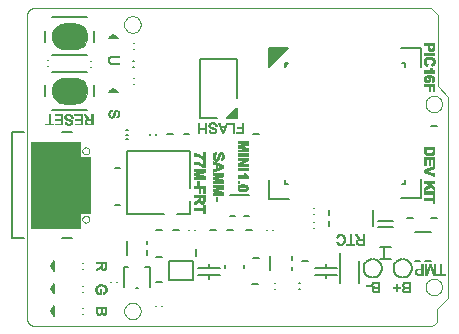
<source format=gbr>
G04 PROTEUS RS274X GERBER FILE*
%FSLAX45Y45*%
%MOMM*%
G01*
%ADD48C,0.127000*%
%ADD46C,0.025400*%
%ADD49C,0.031750*%
G36*
X+317000Y+2556550D02*
X+397000Y+2556550D01*
X+419491Y+2554361D01*
X+440291Y+2548064D01*
X+458996Y+2538060D01*
X+475203Y+2524753D01*
X+488510Y+2508546D01*
X+498514Y+2489841D01*
X+504811Y+2469041D01*
X+507000Y+2446550D01*
X+504811Y+2424059D01*
X+498514Y+2403259D01*
X+488510Y+2384554D01*
X+475203Y+2368347D01*
X+458996Y+2355040D01*
X+440291Y+2345036D01*
X+419491Y+2338739D01*
X+397000Y+2336550D01*
X+317000Y+2336550D01*
X+294509Y+2338739D01*
X+273709Y+2345036D01*
X+255004Y+2355040D01*
X+238797Y+2368347D01*
X+225490Y+2384554D01*
X+215486Y+2403259D01*
X+209189Y+2424059D01*
X+207000Y+2446550D01*
X+209189Y+2469041D01*
X+215486Y+2489841D01*
X+225490Y+2508546D01*
X+238797Y+2524753D01*
X+255004Y+2538060D01*
X+273709Y+2548064D01*
X+294509Y+2554361D01*
X+317000Y+2556550D01*
G37*
G36*
X+317000Y+2096150D02*
X+397000Y+2096150D01*
X+419491Y+2093961D01*
X+440291Y+2087664D01*
X+458996Y+2077660D01*
X+475203Y+2064353D01*
X+488510Y+2048146D01*
X+498514Y+2029441D01*
X+504811Y+2008641D01*
X+507000Y+1986150D01*
X+504811Y+1963659D01*
X+498514Y+1942859D01*
X+488510Y+1924154D01*
X+475203Y+1907947D01*
X+458996Y+1894640D01*
X+440291Y+1884636D01*
X+419491Y+1878339D01*
X+397000Y+1876150D01*
X+317000Y+1876150D01*
X+294509Y+1878339D01*
X+273709Y+1884636D01*
X+255004Y+1894640D01*
X+238797Y+1907947D01*
X+225490Y+1924154D01*
X+215486Y+1942859D01*
X+209189Y+1963659D01*
X+207000Y+1986150D01*
X+209189Y+2008641D01*
X+215486Y+2029441D01*
X+225490Y+2048146D01*
X+238797Y+2064353D01*
X+255004Y+2077660D01*
X+273709Y+2087664D01*
X+294509Y+2093961D01*
X+317000Y+2096150D01*
G37*
G36*
X+222000Y+80650D02*
X+222000Y+160650D01*
X+197000Y+120650D01*
X+222000Y+80650D01*
G37*
G36*
X+687000Y+2433650D02*
X+767000Y+2433650D01*
X+727000Y+2458650D01*
X+687000Y+2433650D01*
G37*
G36*
X+222000Y+271150D02*
X+222000Y+351150D01*
X+197000Y+311150D01*
X+222000Y+271150D01*
G37*
G36*
X+222000Y+461650D02*
X+222000Y+541650D01*
X+197000Y+501650D01*
X+222000Y+461650D01*
G37*
G36*
X+687000Y+1973650D02*
X+767000Y+1973650D01*
X+727000Y+1998650D01*
X+687000Y+1973650D01*
G37*
G36*
X+1772900Y+1757900D02*
X+1772900Y+1840450D01*
X+1690350Y+1757900D01*
X+1772900Y+1757900D01*
G37*
G36*
X+2179900Y+2219650D02*
X+2179900Y+2189650D01*
X+2209900Y+2219650D01*
X+2179900Y+2219650D01*
G37*
G36*
X+31750Y+825505D02*
X+31750Y+1555755D01*
X+444500Y+1555755D01*
X+444500Y+825505D01*
X+31750Y+825505D01*
G37*
G36*
X+440404Y+950251D02*
X+440404Y+1426501D01*
X+532804Y+1426501D01*
X+532804Y+950251D01*
X+440404Y+950251D01*
G37*
G36*
X+2048600Y+2349500D02*
X+2048600Y+2190750D01*
X+2207350Y+2349500D01*
X+2048600Y+2349500D01*
G37*
D48*
X+207000Y+2606550D02*
X+507000Y+2606550D01*
X+207000Y+2286550D02*
X+507000Y+2286550D01*
X+147000Y+2401550D02*
X+147000Y+2491550D01*
X+567000Y+2401550D02*
X+567000Y+2491550D01*
D46*
X+317000Y+2556550D02*
X+397000Y+2556550D01*
X+419491Y+2554361D01*
X+440291Y+2548064D01*
X+458996Y+2538060D01*
X+475203Y+2524753D01*
X+488510Y+2508546D01*
X+498514Y+2489841D01*
X+504811Y+2469041D01*
X+507000Y+2446550D01*
X+504811Y+2424059D01*
X+498514Y+2403259D01*
X+488510Y+2384554D01*
X+475203Y+2368347D01*
X+458996Y+2355040D01*
X+440291Y+2345036D01*
X+419491Y+2338739D01*
X+397000Y+2336550D01*
X+317000Y+2336550D01*
X+294509Y+2338739D01*
X+273709Y+2345036D01*
X+255004Y+2355040D01*
X+238797Y+2368347D01*
X+225490Y+2384554D01*
X+215486Y+2403259D01*
X+209189Y+2424059D01*
X+207000Y+2446550D01*
X+209189Y+2469041D01*
X+215486Y+2489841D01*
X+225490Y+2508546D01*
X+238797Y+2524753D01*
X+255004Y+2538060D01*
X+273709Y+2548064D01*
X+294509Y+2554361D01*
X+317000Y+2556550D01*
D48*
X+207000Y+2146150D02*
X+507000Y+2146150D01*
X+207000Y+1826150D02*
X+507000Y+1826150D01*
X+147000Y+1941150D02*
X+147000Y+2031150D01*
X+567000Y+1941150D02*
X+567000Y+2031150D01*
D46*
X+317000Y+2096150D02*
X+397000Y+2096150D01*
X+419491Y+2093961D01*
X+440291Y+2087664D01*
X+458996Y+2077660D01*
X+475203Y+2064353D01*
X+488510Y+2048146D01*
X+498514Y+2029441D01*
X+504811Y+2008641D01*
X+507000Y+1986150D01*
X+504811Y+1963659D01*
X+498514Y+1942859D01*
X+488510Y+1924154D01*
X+475203Y+1907947D01*
X+458996Y+1894640D01*
X+440291Y+1884636D01*
X+419491Y+1878339D01*
X+397000Y+1876150D01*
X+317000Y+1876150D01*
X+294509Y+1878339D01*
X+273709Y+1884636D01*
X+255004Y+1894640D01*
X+238797Y+1907947D01*
X+225490Y+1924154D01*
X+215486Y+1942859D01*
X+209189Y+1963659D01*
X+207000Y+1986150D01*
X+209189Y+2008641D01*
X+215486Y+2029441D01*
X+225490Y+2048146D01*
X+238797Y+2064353D01*
X+255004Y+2077660D01*
X+273709Y+2087664D01*
X+294509Y+2093961D01*
X+317000Y+2096150D01*
D48*
X-133000Y+1638500D02*
X-133000Y+736800D01*
X-31400Y+736800D01*
X-133000Y+1638500D02*
X-31400Y+1638500D01*
X+292450Y+1638500D02*
X+375000Y+1638500D01*
X+292450Y+736800D02*
X+375000Y+736800D01*
X+222000Y+80650D02*
X+222000Y+160650D01*
X+197000Y+120650D01*
X+222000Y+80650D01*
X+687000Y+2433650D02*
X+767000Y+2433650D01*
X+727000Y+2458650D01*
X+687000Y+2433650D01*
X+222000Y+271150D02*
X+222000Y+351150D01*
X+197000Y+311150D01*
X+222000Y+271150D01*
X+222000Y+461650D02*
X+222000Y+541650D01*
X+197000Y+501650D01*
X+222000Y+461650D01*
X+687000Y+1973650D02*
X+767000Y+1973650D01*
X+727000Y+1998650D01*
X+687000Y+1973650D01*
X+3417700Y+546750D02*
X+3367700Y+546750D01*
X+3327700Y+546750D02*
X+3277700Y+546750D01*
X+3417700Y+786750D02*
X+3277700Y+786750D01*
X+1607800Y+1757900D02*
X+1461750Y+1757900D01*
X+1461750Y+2253200D01*
X+1772900Y+2253200D01*
X+1772900Y+1923000D01*
X+1772900Y+1757900D02*
X+1772900Y+1840450D01*
X+1690350Y+1757900D01*
X+1772900Y+1757900D01*
X+2553550Y+838200D02*
X+2553550Y+883200D01*
X+2553550Y+933200D02*
X+2553550Y+978200D01*
X+2923550Y+978200D02*
X+2923550Y+838200D01*
X+1874500Y+927100D02*
X+1830050Y+927100D01*
X+1760200Y+927100D02*
X+1715750Y+927100D01*
X+1874500Y+1104900D02*
X+1715750Y+1104900D01*
X+1372500Y+942650D02*
X+1372500Y+1052650D01*
X+1372500Y+942650D02*
X+1262500Y+942650D01*
X+1152500Y+942650D02*
X+842500Y+942650D01*
X+842500Y+1472650D01*
X+1372500Y+1472650D01*
X+1372500Y+1162650D01*
X+1200550Y+387600D02*
X+1400550Y+387600D01*
X+1400550Y+547600D01*
X+1200550Y+547600D01*
X+1200550Y+387600D01*
X+1425550Y+642200D02*
X+1425550Y+582600D01*
X+3199900Y+2219650D02*
X+3199900Y+2189650D01*
X+3169900Y+2219650D02*
X+3199900Y+2219650D01*
X+3199900Y+1229650D02*
X+3199900Y+1199650D01*
X+3169900Y+1199650D02*
X+3199900Y+1199650D01*
X+2179900Y+1229650D02*
X+2179900Y+1199650D01*
X+2209900Y+1199650D01*
X+2179900Y+2219650D02*
X+2179900Y+2189650D01*
X+2209900Y+2219650D01*
X+2179900Y+2219650D01*
X+899640Y+2094050D02*
X+902340Y+2094050D01*
X+899640Y+2043250D02*
X+902340Y+2043250D01*
X+471250Y+285750D02*
X+468550Y+285750D01*
X+471250Y+336550D02*
X+468550Y+336550D01*
X+471250Y+476250D02*
X+468550Y+476250D01*
X+471250Y+527050D02*
X+468550Y+527050D01*
X+471250Y+95250D02*
X+468550Y+95250D01*
X+471250Y+146050D02*
X+468550Y+146050D01*
X+899800Y+2189300D02*
X+897100Y+2189300D01*
X+899800Y+2240100D02*
X+897100Y+2240100D01*
D46*
X+525000Y+898650D02*
X+524897Y+901139D01*
X+524055Y+906119D01*
X+522295Y+911099D01*
X+519418Y+916079D01*
X+515017Y+920995D01*
X+510037Y+924609D01*
X+505057Y+926914D01*
X+500077Y+928217D01*
X+495097Y+928650D01*
X+495000Y+928650D01*
X+465000Y+898650D02*
X+465103Y+901139D01*
X+465945Y+906119D01*
X+467705Y+911099D01*
X+470582Y+916079D01*
X+474983Y+920995D01*
X+479963Y+924609D01*
X+484943Y+926914D01*
X+489923Y+928217D01*
X+494903Y+928650D01*
X+495000Y+928650D01*
X+465000Y+898650D02*
X+465103Y+896161D01*
X+465945Y+891181D01*
X+467705Y+886201D01*
X+470582Y+881221D01*
X+474983Y+876305D01*
X+479963Y+872691D01*
X+484943Y+870386D01*
X+489923Y+869083D01*
X+494903Y+868650D01*
X+495000Y+868650D01*
X+525000Y+898650D02*
X+524897Y+896161D01*
X+524055Y+891181D01*
X+522295Y+886201D01*
X+519418Y+881221D01*
X+515017Y+876305D01*
X+510037Y+872691D01*
X+505057Y+870386D01*
X+500077Y+869083D01*
X+495097Y+868650D01*
X+495000Y+868650D01*
X+525000Y+1476650D02*
X+524897Y+1479139D01*
X+524055Y+1484119D01*
X+522295Y+1489099D01*
X+519418Y+1494079D01*
X+515017Y+1498995D01*
X+510037Y+1502609D01*
X+505057Y+1504914D01*
X+500077Y+1506217D01*
X+495097Y+1506650D01*
X+495000Y+1506650D01*
X+465000Y+1476650D02*
X+465103Y+1479139D01*
X+465945Y+1484119D01*
X+467705Y+1489099D01*
X+470582Y+1494079D01*
X+474983Y+1498995D01*
X+479963Y+1502609D01*
X+484943Y+1504914D01*
X+489923Y+1506217D01*
X+494903Y+1506650D01*
X+495000Y+1506650D01*
X+465000Y+1476650D02*
X+465103Y+1474161D01*
X+465945Y+1469181D01*
X+467705Y+1464201D01*
X+470582Y+1459221D01*
X+474983Y+1454305D01*
X+479963Y+1450691D01*
X+484943Y+1448386D01*
X+489923Y+1447083D01*
X+494903Y+1446650D01*
X+495000Y+1446650D01*
X+525000Y+1476650D02*
X+524897Y+1474161D01*
X+524055Y+1469181D01*
X+522295Y+1464201D01*
X+519418Y+1459221D01*
X+515017Y+1454305D01*
X+510037Y+1450691D01*
X+505057Y+1448386D01*
X+500077Y+1447083D01*
X+495097Y+1446650D01*
X+495000Y+1446650D01*
D48*
X+1010600Y+686400D02*
X+1010600Y+711400D01*
X+1010600Y+591400D02*
X+1010600Y+636400D01*
X+840600Y+591400D02*
X+840600Y+711400D01*
D46*
X+959000Y+2546350D02*
X+958761Y+2552129D01*
X+956819Y+2563689D01*
X+952756Y+2575249D01*
X+946123Y+2586809D01*
X+935976Y+2598247D01*
X+924416Y+2606730D01*
X+912856Y+2612160D01*
X+901296Y+2615262D01*
X+889736Y+2616346D01*
X+889000Y+2616350D01*
X+819000Y+2546350D02*
X+819239Y+2552129D01*
X+821181Y+2563689D01*
X+825244Y+2575249D01*
X+831877Y+2586809D01*
X+842024Y+2598247D01*
X+853584Y+2606730D01*
X+865144Y+2612160D01*
X+876704Y+2615262D01*
X+888264Y+2616346D01*
X+889000Y+2616350D01*
X+819000Y+2546350D02*
X+819239Y+2540571D01*
X+821181Y+2529011D01*
X+825244Y+2517451D01*
X+831877Y+2505891D01*
X+842024Y+2494453D01*
X+853584Y+2485970D01*
X+865144Y+2480540D01*
X+876704Y+2477438D01*
X+888264Y+2476354D01*
X+889000Y+2476350D01*
X+959000Y+2546350D02*
X+958761Y+2540571D01*
X+956819Y+2529011D01*
X+952756Y+2517451D01*
X+946123Y+2505891D01*
X+935976Y+2494453D01*
X+924416Y+2485970D01*
X+912856Y+2480540D01*
X+901296Y+2477438D01*
X+889736Y+2476354D01*
X+889000Y+2476350D01*
X+959000Y+120650D02*
X+958761Y+126429D01*
X+956819Y+137989D01*
X+952756Y+149549D01*
X+946123Y+161109D01*
X+935976Y+172547D01*
X+924416Y+181030D01*
X+912856Y+186460D01*
X+901296Y+189562D01*
X+889736Y+190646D01*
X+889000Y+190650D01*
X+819000Y+120650D02*
X+819239Y+126429D01*
X+821181Y+137989D01*
X+825244Y+149549D01*
X+831877Y+161109D01*
X+842024Y+172547D01*
X+853584Y+181030D01*
X+865144Y+186460D01*
X+876704Y+189562D01*
X+888264Y+190646D01*
X+889000Y+190650D01*
X+819000Y+120650D02*
X+819239Y+114871D01*
X+821181Y+103311D01*
X+825244Y+91751D01*
X+831877Y+80191D01*
X+842024Y+68753D01*
X+853584Y+60270D01*
X+865144Y+54840D01*
X+876704Y+51738D01*
X+888264Y+50654D01*
X+889000Y+50650D01*
X+959000Y+120650D02*
X+958761Y+114871D01*
X+956819Y+103311D01*
X+952756Y+91751D01*
X+946123Y+80191D01*
X+935976Y+68753D01*
X+924416Y+60270D01*
X+912856Y+54840D01*
X+901296Y+51738D01*
X+889736Y+50654D01*
X+889000Y+50650D01*
X+3416300Y+2684780D02*
X+3472180Y+2628900D01*
X+3472180Y+2021840D01*
X+3469640Y+137160D02*
X+3469640Y+45720D01*
X+3465721Y+25727D01*
X+3454956Y+9604D01*
X+3438833Y-1161D01*
X+3418840Y-5080D01*
X+50800Y-5080D02*
X+30807Y-1161D01*
X+14684Y+9604D01*
X+3919Y+25727D01*
X+0Y+45720D01*
X+0Y+2633980D02*
X+3919Y+2653973D01*
X+14684Y+2670096D01*
X+30807Y+2680861D01*
X+50800Y+2684780D01*
X+0Y+2633980D02*
X+0Y+45720D01*
X+50800Y-5080D02*
X+3418840Y-5080D01*
X+50800Y+2684780D02*
X+3416300Y+2684780D01*
X+3469640Y+137160D02*
X+3563620Y+231140D01*
X+3472180Y+2021840D02*
X+3563620Y+1930400D01*
X+3563620Y+231140D01*
X+3511700Y+323850D02*
X+3511461Y+329629D01*
X+3509519Y+341189D01*
X+3505456Y+352749D01*
X+3498823Y+364309D01*
X+3488676Y+375747D01*
X+3477116Y+384230D01*
X+3465556Y+389660D01*
X+3453996Y+392762D01*
X+3442436Y+393846D01*
X+3441700Y+393850D01*
X+3371700Y+323850D02*
X+3371939Y+329629D01*
X+3373881Y+341189D01*
X+3377944Y+352749D01*
X+3384577Y+364309D01*
X+3394724Y+375747D01*
X+3406284Y+384230D01*
X+3417844Y+389660D01*
X+3429404Y+392762D01*
X+3440964Y+393846D01*
X+3441700Y+393850D01*
X+3371700Y+323850D02*
X+3371939Y+318071D01*
X+3373881Y+306511D01*
X+3377944Y+294951D01*
X+3384577Y+283391D01*
X+3394724Y+271953D01*
X+3406284Y+263470D01*
X+3417844Y+258040D01*
X+3429404Y+254938D01*
X+3440964Y+253854D01*
X+3441700Y+253850D01*
X+3511700Y+323850D02*
X+3511461Y+318071D01*
X+3509519Y+306511D01*
X+3505456Y+294951D01*
X+3498823Y+283391D01*
X+3488676Y+271953D01*
X+3477116Y+263470D01*
X+3465556Y+258040D01*
X+3453996Y+254938D01*
X+3442436Y+253854D01*
X+3441700Y+253850D01*
X+3511700Y+1873250D02*
X+3511461Y+1879029D01*
X+3509519Y+1890589D01*
X+3505456Y+1902149D01*
X+3498823Y+1913709D01*
X+3488676Y+1925147D01*
X+3477116Y+1933630D01*
X+3465556Y+1939060D01*
X+3453996Y+1942162D01*
X+3442436Y+1943246D01*
X+3441700Y+1943250D01*
X+3371700Y+1873250D02*
X+3371939Y+1879029D01*
X+3373881Y+1890589D01*
X+3377944Y+1902149D01*
X+3384577Y+1913709D01*
X+3394724Y+1925147D01*
X+3406284Y+1933630D01*
X+3417844Y+1939060D01*
X+3429404Y+1942162D01*
X+3440964Y+1943246D01*
X+3441700Y+1943250D01*
X+3371700Y+1873250D02*
X+3371939Y+1867471D01*
X+3373881Y+1855911D01*
X+3377944Y+1844351D01*
X+3384577Y+1832791D01*
X+3394724Y+1821353D01*
X+3406284Y+1812870D01*
X+3417844Y+1807440D01*
X+3429404Y+1804338D01*
X+3440964Y+1803254D01*
X+3441700Y+1803250D01*
X+3511700Y+1873250D02*
X+3511461Y+1867471D01*
X+3509519Y+1855911D01*
X+3505456Y+1844351D01*
X+3498823Y+1832791D01*
X+3488676Y+1821353D01*
X+3477116Y+1812870D01*
X+3465556Y+1807440D01*
X+3453996Y+1804338D01*
X+3442436Y+1803254D01*
X+3441700Y+1803250D01*
D48*
X+832350Y+1652190D02*
X+851400Y+1652190D01*
X+832350Y+1575990D02*
X+851400Y+1575990D01*
X+832350Y+1614090D02*
X+851400Y+1614090D01*
X+1092900Y+1617010D02*
X+1092900Y+1614310D01*
X+1042100Y+1617010D02*
X+1042100Y+1614310D01*
X+3416700Y+1687110D02*
X+3466700Y+1687110D01*
X+1912750Y+1616210D02*
X+1962750Y+1616210D01*
X+3082450Y+559600D02*
X+2982450Y+559600D01*
X+3082450Y+659600D02*
X+2982450Y+659600D01*
X+3022450Y+559600D02*
X+3022450Y+659600D01*
X+1182500Y+1616210D02*
X+1232500Y+1616210D01*
X+1142600Y+805900D02*
X+1092600Y+805900D01*
X+737500Y+1332650D02*
X+787500Y+1332650D01*
X+787500Y+1022650D02*
X+737500Y+1022650D01*
X+2650500Y+615200D02*
X+2650500Y+355200D01*
X+2810500Y+545200D02*
X+2810500Y+355200D01*
X+815600Y+497300D02*
X+815600Y+322300D01*
X+815600Y+497300D02*
X+855600Y+497300D01*
X+995600Y+497300D02*
X+1035600Y+497300D01*
X+1035600Y+322300D01*
X+920600Y+317300D02*
X+935600Y+317300D01*
X+711200Y+367940D02*
X+711200Y+370640D01*
X+762000Y+367940D02*
X+762000Y+370640D01*
X+1092200Y+164740D02*
X+1092200Y+167440D01*
X+1143000Y+164740D02*
X+1143000Y+167440D01*
X+1372200Y+1617650D02*
X+1322200Y+1617650D01*
X+3216000Y+912410D02*
X+3266000Y+912410D01*
X+3416700Y+912410D02*
X+3466700Y+912410D01*
X+2026900Y+805100D02*
X+2026900Y+807800D01*
X+2077700Y+805100D02*
X+2077700Y+807800D01*
X+2928411Y+557600D02*
X+2955960Y+552200D01*
X+2978177Y+537366D01*
X+2993011Y+515149D01*
X+2998411Y+487600D01*
X+2918411Y+557600D02*
X+2890862Y+552200D01*
X+2868645Y+537366D01*
X+2853811Y+515149D01*
X+2848411Y+487600D01*
X+2848411Y+477600D02*
X+2853811Y+450051D01*
X+2868645Y+427834D01*
X+2890862Y+413000D01*
X+2918411Y+407600D01*
X+2928411Y+407600D02*
X+2955960Y+413000D01*
X+2978177Y+427834D01*
X+2993011Y+450051D01*
X+2998411Y+477600D01*
D49*
X+2866915Y+330765D02*
X+2866915Y+340925D01*
X+2869455Y+330765D02*
X+2869455Y+340925D01*
X+2871995Y+330765D02*
X+2871995Y+340925D01*
X+2874535Y+330765D02*
X+2874535Y+340925D01*
X+2877075Y+330765D02*
X+2877075Y+340925D01*
X+2879615Y+330765D02*
X+2879615Y+340925D01*
X+2882155Y+330765D02*
X+2882155Y+340925D01*
X+2884695Y+330765D02*
X+2884695Y+340925D01*
X+2887235Y+330765D02*
X+2887235Y+340925D01*
X+2889775Y+330765D02*
X+2889775Y+340925D01*
X+2892315Y+330765D02*
X+2892315Y+340925D01*
X+2894855Y+330765D02*
X+2894855Y+340925D01*
X+2897395Y+330765D02*
X+2897395Y+340925D01*
X+2912635Y+335845D02*
X+2912635Y+351085D01*
X+2915175Y+295205D02*
X+2915175Y+310445D01*
X+2915175Y+330765D02*
X+2915175Y+356165D01*
X+2917715Y+290125D02*
X+2917715Y+315525D01*
X+2917715Y+328225D02*
X+2917715Y+361245D01*
X+2920255Y+287585D02*
X+2920255Y+320605D01*
X+2920255Y+325685D02*
X+2920255Y+363785D01*
X+2922795Y+285045D02*
X+2922795Y+320605D01*
X+2922795Y+323145D02*
X+2922795Y+335845D01*
X+2922795Y+348545D02*
X+2922795Y+363785D01*
X+2925335Y+282505D02*
X+2925335Y+297745D01*
X+2925335Y+310445D02*
X+2925335Y+333305D01*
X+2925335Y+353625D02*
X+2925335Y+366325D01*
X+2927875Y+282505D02*
X+2927875Y+295205D01*
X+2927875Y+312985D02*
X+2927875Y+330765D01*
X+2927875Y+356165D02*
X+2927875Y+366325D01*
X+2930415Y+282505D02*
X+2930415Y+292665D01*
X+2930415Y+315525D02*
X+2930415Y+330765D01*
X+2930415Y+356165D02*
X+2930415Y+366325D01*
X+2932955Y+279965D02*
X+2932955Y+292665D01*
X+2932955Y+315525D02*
X+2932955Y+328225D01*
X+2932955Y+358705D02*
X+2932955Y+368865D01*
X+2935495Y+279965D02*
X+2935495Y+290125D01*
X+2935495Y+318065D02*
X+2935495Y+328225D01*
X+2935495Y+358705D02*
X+2935495Y+368865D01*
X+2938035Y+279965D02*
X+2938035Y+290125D01*
X+2938035Y+318065D02*
X+2938035Y+328225D01*
X+2938035Y+358705D02*
X+2938035Y+368865D01*
X+2940575Y+279965D02*
X+2940575Y+290125D01*
X+2940575Y+318065D02*
X+2940575Y+328225D01*
X+2940575Y+358705D02*
X+2940575Y+368865D01*
X+2943115Y+279965D02*
X+2943115Y+290125D01*
X+2943115Y+318065D02*
X+2943115Y+328225D01*
X+2943115Y+358705D02*
X+2943115Y+368865D01*
X+2945655Y+279965D02*
X+2945655Y+290125D01*
X+2945655Y+318065D02*
X+2945655Y+328225D01*
X+2945655Y+358705D02*
X+2945655Y+368865D01*
X+2948195Y+279965D02*
X+2948195Y+290125D01*
X+2948195Y+318065D02*
X+2948195Y+328225D01*
X+2948195Y+358705D02*
X+2948195Y+368865D01*
X+2950735Y+279965D02*
X+2950735Y+290125D01*
X+2950735Y+318065D02*
X+2950735Y+328225D01*
X+2950735Y+358705D02*
X+2950735Y+368865D01*
X+2953275Y+279965D02*
X+2953275Y+290125D01*
X+2953275Y+318065D02*
X+2953275Y+328225D01*
X+2953275Y+358705D02*
X+2953275Y+368865D01*
X+2955815Y+279965D02*
X+2955815Y+290125D01*
X+2955815Y+318065D02*
X+2955815Y+328225D01*
X+2955815Y+358705D02*
X+2955815Y+368865D01*
X+2958355Y+279965D02*
X+2958355Y+290125D01*
X+2958355Y+318065D02*
X+2958355Y+328225D01*
X+2958355Y+358705D02*
X+2958355Y+368865D01*
X+2960895Y+279965D02*
X+2960895Y+290125D01*
X+2960895Y+318065D02*
X+2960895Y+328225D01*
X+2960895Y+358705D02*
X+2960895Y+368865D01*
X+2963435Y+279965D02*
X+2963435Y+290125D01*
X+2963435Y+318065D02*
X+2963435Y+328225D01*
X+2963435Y+358705D02*
X+2963435Y+368865D01*
X+2965975Y+279965D02*
X+2965975Y+290125D01*
X+2965975Y+318065D02*
X+2965975Y+328225D01*
X+2965975Y+358705D02*
X+2965975Y+368865D01*
X+2968515Y+279965D02*
X+2968515Y+368865D01*
X+2971055Y+279965D02*
X+2971055Y+368865D01*
X+2973595Y+279965D02*
X+2973595Y+368865D01*
X+2976135Y+279965D02*
X+2976135Y+368865D01*
D48*
X+3182411Y+557600D02*
X+3209960Y+552200D01*
X+3232177Y+537366D01*
X+3247011Y+515149D01*
X+3252411Y+487600D01*
X+3172411Y+557600D02*
X+3144862Y+552200D01*
X+3122645Y+537366D01*
X+3107811Y+515149D01*
X+3102411Y+487600D01*
X+3102411Y+477600D02*
X+3107811Y+450051D01*
X+3122645Y+427834D01*
X+3144862Y+413000D01*
X+3172411Y+407600D01*
X+3182411Y+407600D02*
X+3209960Y+413000D01*
X+3232177Y+427834D01*
X+3247011Y+450051D01*
X+3252411Y+477600D01*
D49*
X+3191174Y+278897D02*
X+3236894Y+278897D01*
X+3183554Y+281437D02*
X+3236894Y+281437D01*
X+3181014Y+283977D02*
X+3236894Y+283977D01*
X+3178474Y+286517D02*
X+3236894Y+286517D01*
X+3175934Y+289057D02*
X+3193714Y+289057D01*
X+3226734Y+289057D02*
X+3236894Y+289057D01*
X+3175934Y+291597D02*
X+3188634Y+291597D01*
X+3226734Y+291597D02*
X+3236894Y+291597D01*
X+3122594Y+294137D02*
X+3132754Y+294137D01*
X+3173394Y+294137D02*
X+3186094Y+294137D01*
X+3226734Y+294137D02*
X+3236894Y+294137D01*
X+3122594Y+296677D02*
X+3132754Y+296677D01*
X+3173394Y+296677D02*
X+3183554Y+296677D01*
X+3226734Y+296677D02*
X+3236894Y+296677D01*
X+3122594Y+299217D02*
X+3132754Y+299217D01*
X+3173394Y+299217D02*
X+3183554Y+299217D01*
X+3226734Y+299217D02*
X+3236894Y+299217D01*
X+3122594Y+301757D02*
X+3132754Y+301757D01*
X+3173394Y+301757D02*
X+3183554Y+301757D01*
X+3226734Y+301757D02*
X+3236894Y+301757D01*
X+3122594Y+304297D02*
X+3132754Y+304297D01*
X+3173394Y+304297D02*
X+3183554Y+304297D01*
X+3226734Y+304297D02*
X+3236894Y+304297D01*
X+3122594Y+306837D02*
X+3132754Y+306837D01*
X+3173394Y+306837D02*
X+3183554Y+306837D01*
X+3226734Y+306837D02*
X+3236894Y+306837D01*
X+3122594Y+309377D02*
X+3132754Y+309377D01*
X+3175934Y+309377D02*
X+3186094Y+309377D01*
X+3226734Y+309377D02*
X+3236894Y+309377D01*
X+3122594Y+311917D02*
X+3132754Y+311917D01*
X+3175934Y+311917D02*
X+3188634Y+311917D01*
X+3226734Y+311917D02*
X+3236894Y+311917D01*
X+3122594Y+314457D02*
X+3132754Y+314457D01*
X+3178474Y+314457D02*
X+3193714Y+314457D01*
X+3226734Y+314457D02*
X+3236894Y+314457D01*
X+3122594Y+316997D02*
X+3132754Y+316997D01*
X+3178474Y+316997D02*
X+3236894Y+316997D01*
X+3097194Y+319537D02*
X+3158154Y+319537D01*
X+3183554Y+319537D02*
X+3236894Y+319537D01*
X+3097194Y+322077D02*
X+3158154Y+322077D01*
X+3181014Y+322077D02*
X+3236894Y+322077D01*
X+3097194Y+324617D02*
X+3158154Y+324617D01*
X+3178474Y+324617D02*
X+3236894Y+324617D01*
X+3097194Y+327157D02*
X+3158154Y+327157D01*
X+3175934Y+327157D02*
X+3191174Y+327157D01*
X+3226734Y+327157D02*
X+3236894Y+327157D01*
X+3122594Y+329697D02*
X+3132754Y+329697D01*
X+3173394Y+329697D02*
X+3186094Y+329697D01*
X+3226734Y+329697D02*
X+3236894Y+329697D01*
X+3122594Y+332237D02*
X+3132754Y+332237D01*
X+3173394Y+332237D02*
X+3183554Y+332237D01*
X+3226734Y+332237D02*
X+3236894Y+332237D01*
X+3122594Y+334777D02*
X+3132754Y+334777D01*
X+3170854Y+334777D02*
X+3181014Y+334777D01*
X+3226734Y+334777D02*
X+3236894Y+334777D01*
X+3122594Y+337317D02*
X+3132754Y+337317D01*
X+3170854Y+337317D02*
X+3181014Y+337317D01*
X+3226734Y+337317D02*
X+3236894Y+337317D01*
X+3122594Y+339857D02*
X+3132754Y+339857D01*
X+3170854Y+339857D02*
X+3181014Y+339857D01*
X+3226734Y+339857D02*
X+3236894Y+339857D01*
X+3122594Y+342397D02*
X+3132754Y+342397D01*
X+3170854Y+342397D02*
X+3181014Y+342397D01*
X+3226734Y+342397D02*
X+3236894Y+342397D01*
X+3122594Y+344937D02*
X+3132754Y+344937D01*
X+3170854Y+344937D02*
X+3181014Y+344937D01*
X+3226734Y+344937D02*
X+3236894Y+344937D01*
X+3122594Y+347477D02*
X+3132754Y+347477D01*
X+3170854Y+347477D02*
X+3183554Y+347477D01*
X+3226734Y+347477D02*
X+3236894Y+347477D01*
X+3122594Y+350017D02*
X+3132754Y+350017D01*
X+3173394Y+350017D02*
X+3183554Y+350017D01*
X+3226734Y+350017D02*
X+3236894Y+350017D01*
X+3122594Y+352557D02*
X+3132754Y+352557D01*
X+3173394Y+352557D02*
X+3186094Y+352557D01*
X+3226734Y+352557D02*
X+3236894Y+352557D01*
X+3175934Y+355097D02*
X+3191174Y+355097D01*
X+3226734Y+355097D02*
X+3236894Y+355097D01*
X+3175934Y+357637D02*
X+3236894Y+357637D01*
X+3178474Y+360177D02*
X+3236894Y+360177D01*
X+3183554Y+362717D02*
X+3236894Y+362717D01*
X+3191174Y+365257D02*
X+3236894Y+365257D01*
D48*
X+2424400Y+873600D02*
X+2427100Y+873600D01*
X+2424400Y+822800D02*
X+2427100Y+822800D01*
X+2424400Y+993600D02*
X+2427100Y+993600D01*
X+2424400Y+942800D02*
X+2427100Y+942800D01*
X+2967950Y+828040D02*
X+3094950Y+828040D01*
X+2967950Y+878840D02*
X+3094950Y+878840D01*
X+1674200Y+507500D02*
X+1674200Y+487500D01*
X+1834200Y+507500D02*
X+1834200Y+487500D01*
X+2237100Y+584000D02*
X+2237100Y+554000D01*
X+2237100Y+464000D02*
X+2237100Y+494000D01*
X+2057100Y+464000D02*
X+2057100Y+584000D01*
X+2374500Y+542500D02*
X+2324500Y+542500D01*
X+2527300Y+518850D02*
X+2527300Y+488850D01*
X+2437300Y+488850D02*
X+2617300Y+488850D01*
X+2437300Y+428850D02*
X+2617300Y+428850D01*
X+2527300Y+428850D02*
X+2527300Y+398850D01*
X+1957000Y+567900D02*
X+1907000Y+567900D01*
X+2096850Y+304800D02*
X+2094150Y+304800D01*
X+2096850Y+355600D02*
X+2094150Y+355600D01*
X+2303860Y+304800D02*
X+2301160Y+304800D01*
X+2303860Y+355600D02*
X+2301160Y+355600D01*
X+1536700Y+395550D02*
X+1536700Y+425550D01*
X+1626700Y+425550D02*
X+1446700Y+425550D01*
X+1626700Y+485550D02*
X+1446700Y+485550D01*
X+1536700Y+485550D02*
X+1536700Y+515550D01*
X+1905400Y+353610D02*
X+1955400Y+353610D01*
X+1092600Y+367300D02*
X+1142600Y+367300D01*
X+1282300Y+805900D02*
X+1232300Y+805900D01*
X+1092600Y+575860D02*
X+1142600Y+575860D01*
X+1899500Y+805900D02*
X+1849500Y+805900D01*
X+1599800Y+805900D02*
X+1549800Y+805900D01*
X+1739500Y+805900D02*
X+1689500Y+805900D01*
X+541360Y+2190090D02*
X+538660Y+2190090D01*
X+541360Y+2240890D02*
X+538660Y+2240890D01*
X+172640Y+2242160D02*
X+175340Y+2242160D01*
X+172640Y+2191360D02*
X+175340Y+2191360D01*
X+899640Y+2389050D02*
X+902340Y+2389050D01*
X+899640Y+2338250D02*
X+902340Y+2338250D01*
X+1371600Y+805100D02*
X+1371600Y+807800D01*
X+1422400Y+805100D02*
X+1422400Y+807800D01*
D49*
X+3357880Y+2025842D02*
X+3357880Y+2043622D01*
X+3357880Y+2076642D02*
X+3357880Y+2096962D01*
X+3357880Y+2140142D02*
X+3357880Y+2157922D01*
X+3357880Y+2221422D02*
X+3357880Y+2244282D01*
X+3357880Y+2290002D02*
X+3357880Y+2307782D01*
X+3357880Y+2371282D02*
X+3357880Y+2389062D01*
X+3360420Y+2025842D02*
X+3360420Y+2043622D01*
X+3360420Y+2071562D02*
X+3360420Y+2102042D01*
X+3360420Y+2140142D02*
X+3360420Y+2157922D01*
X+3360420Y+2213802D02*
X+3360420Y+2251902D01*
X+3360420Y+2290002D02*
X+3360420Y+2307782D01*
X+3360420Y+2371282D02*
X+3360420Y+2389062D01*
X+3362960Y+2025842D02*
X+3362960Y+2043622D01*
X+3362960Y+2069022D02*
X+3362960Y+2104582D01*
X+3362960Y+2140142D02*
X+3362960Y+2157922D01*
X+3362960Y+2211262D02*
X+3362960Y+2256982D01*
X+3362960Y+2290002D02*
X+3362960Y+2307782D01*
X+3362960Y+2371282D02*
X+3362960Y+2389062D01*
X+3365500Y+2025842D02*
X+3365500Y+2043622D01*
X+3365500Y+2066482D02*
X+3365500Y+2107122D01*
X+3365500Y+2140142D02*
X+3365500Y+2157922D01*
X+3365500Y+2206182D02*
X+3365500Y+2259522D01*
X+3365500Y+2290002D02*
X+3365500Y+2307782D01*
X+3365500Y+2371282D02*
X+3365500Y+2389062D01*
X+3368040Y+2025842D02*
X+3368040Y+2043622D01*
X+3368040Y+2063942D02*
X+3368040Y+2109662D01*
X+3368040Y+2140142D02*
X+3368040Y+2157922D01*
X+3368040Y+2203642D02*
X+3368040Y+2262062D01*
X+3368040Y+2290002D02*
X+3368040Y+2307782D01*
X+3368040Y+2371282D02*
X+3368040Y+2389062D01*
X+3370580Y+2025842D02*
X+3370580Y+2043622D01*
X+3370580Y+2061402D02*
X+3370580Y+2112202D01*
X+3370580Y+2140142D02*
X+3370580Y+2157922D01*
X+3370580Y+2203642D02*
X+3370580Y+2264602D01*
X+3370580Y+2290002D02*
X+3370580Y+2307782D01*
X+3370580Y+2371282D02*
X+3370580Y+2389062D01*
X+3373120Y+2025842D02*
X+3373120Y+2043622D01*
X+3373120Y+2061402D02*
X+3373120Y+2081722D01*
X+3373120Y+2091882D02*
X+3373120Y+2112202D01*
X+3373120Y+2140142D02*
X+3373120Y+2157922D01*
X+3373120Y+2201102D02*
X+3373120Y+2226502D01*
X+3373120Y+2241742D02*
X+3373120Y+2267142D01*
X+3373120Y+2290002D02*
X+3373120Y+2307782D01*
X+3373120Y+2371282D02*
X+3373120Y+2389062D01*
X+3375660Y+2025842D02*
X+3375660Y+2043622D01*
X+3375660Y+2058862D02*
X+3375660Y+2079182D01*
X+3375660Y+2096962D02*
X+3375660Y+2114742D01*
X+3375660Y+2140142D02*
X+3375660Y+2157922D01*
X+3375660Y+2198562D02*
X+3375660Y+2221422D01*
X+3375660Y+2246822D02*
X+3375660Y+2269682D01*
X+3375660Y+2290002D02*
X+3375660Y+2307782D01*
X+3375660Y+2371282D02*
X+3375660Y+2389062D01*
X+3378200Y+2025842D02*
X+3378200Y+2043622D01*
X+3378200Y+2058862D02*
X+3378200Y+2076642D01*
X+3378200Y+2096962D02*
X+3378200Y+2114742D01*
X+3378200Y+2140142D02*
X+3378200Y+2157922D01*
X+3378200Y+2198562D02*
X+3378200Y+2218882D01*
X+3378200Y+2249362D02*
X+3378200Y+2269682D01*
X+3378200Y+2290002D02*
X+3378200Y+2307782D01*
X+3378200Y+2371282D02*
X+3378200Y+2389062D01*
X+3380740Y+2025842D02*
X+3380740Y+2043622D01*
X+3380740Y+2058862D02*
X+3380740Y+2076642D01*
X+3380740Y+2099502D02*
X+3380740Y+2114742D01*
X+3380740Y+2140142D02*
X+3380740Y+2157922D01*
X+3380740Y+2196022D02*
X+3380740Y+2216342D01*
X+3380740Y+2251902D02*
X+3380740Y+2272222D01*
X+3380740Y+2290002D02*
X+3380740Y+2307782D01*
X+3380740Y+2371282D02*
X+3380740Y+2389062D01*
X+3383280Y+2025842D02*
X+3383280Y+2043622D01*
X+3383280Y+2058862D02*
X+3383280Y+2076642D01*
X+3383280Y+2099502D02*
X+3383280Y+2114742D01*
X+3383280Y+2140142D02*
X+3383280Y+2157922D01*
X+3383280Y+2196022D02*
X+3383280Y+2216342D01*
X+3383280Y+2254442D02*
X+3383280Y+2272222D01*
X+3383280Y+2290002D02*
X+3383280Y+2307782D01*
X+3383280Y+2371282D02*
X+3383280Y+2389062D01*
X+3385820Y+2025842D02*
X+3385820Y+2043622D01*
X+3385820Y+2058862D02*
X+3385820Y+2076642D01*
X+3385820Y+2099502D02*
X+3385820Y+2117282D01*
X+3385820Y+2140142D02*
X+3385820Y+2157922D01*
X+3385820Y+2201102D02*
X+3385820Y+2213802D01*
X+3385820Y+2254442D02*
X+3385820Y+2272222D01*
X+3385820Y+2290002D02*
X+3385820Y+2307782D01*
X+3385820Y+2371282D02*
X+3385820Y+2389062D01*
X+3388360Y+2025842D02*
X+3388360Y+2043622D01*
X+3388360Y+2058862D02*
X+3388360Y+2076642D01*
X+3388360Y+2099502D02*
X+3388360Y+2117282D01*
X+3388360Y+2140142D02*
X+3388360Y+2157922D01*
X+3388360Y+2208722D02*
X+3388360Y+2213802D01*
X+3388360Y+2254442D02*
X+3388360Y+2272222D01*
X+3388360Y+2290002D02*
X+3388360Y+2307782D01*
X+3388360Y+2371282D02*
X+3388360Y+2389062D01*
X+3390900Y+2025842D02*
X+3390900Y+2043622D01*
X+3390900Y+2058862D02*
X+3390900Y+2076642D01*
X+3390900Y+2099502D02*
X+3390900Y+2117282D01*
X+3390900Y+2140142D02*
X+3390900Y+2157922D01*
X+3390900Y+2256982D02*
X+3390900Y+2274762D01*
X+3390900Y+2290002D02*
X+3390900Y+2307782D01*
X+3390900Y+2340802D02*
X+3390900Y+2389062D01*
X+3393440Y+2025842D02*
X+3393440Y+2043622D01*
X+3393440Y+2058862D02*
X+3393440Y+2079182D01*
X+3393440Y+2096962D02*
X+3393440Y+2117282D01*
X+3393440Y+2140142D02*
X+3393440Y+2157922D01*
X+3393440Y+2256982D02*
X+3393440Y+2274762D01*
X+3393440Y+2290002D02*
X+3393440Y+2307782D01*
X+3393440Y+2333182D02*
X+3393440Y+2389062D01*
X+3395980Y+1987742D02*
X+3395980Y+2043622D01*
X+3395980Y+2061402D02*
X+3395980Y+2081722D01*
X+3395980Y+2094422D02*
X+3395980Y+2117282D01*
X+3395980Y+2140142D02*
X+3395980Y+2157922D01*
X+3395980Y+2256982D02*
X+3395980Y+2274762D01*
X+3395980Y+2290002D02*
X+3395980Y+2307782D01*
X+3395980Y+2330642D02*
X+3395980Y+2389062D01*
X+3398520Y+1987742D02*
X+3398520Y+2043622D01*
X+3398520Y+2061402D02*
X+3398520Y+2117282D01*
X+3398520Y+2140142D02*
X+3398520Y+2157922D01*
X+3398520Y+2256982D02*
X+3398520Y+2274762D01*
X+3398520Y+2290002D02*
X+3398520Y+2307782D01*
X+3398520Y+2328102D02*
X+3398520Y+2389062D01*
X+3401060Y+1987742D02*
X+3401060Y+2043622D01*
X+3401060Y+2063942D02*
X+3401060Y+2117282D01*
X+3401060Y+2140142D02*
X+3401060Y+2157922D01*
X+3401060Y+2256982D02*
X+3401060Y+2274762D01*
X+3401060Y+2290002D02*
X+3401060Y+2307782D01*
X+3401060Y+2325562D02*
X+3401060Y+2389062D01*
X+3403600Y+1987742D02*
X+3403600Y+2043622D01*
X+3403600Y+2066482D02*
X+3403600Y+2117282D01*
X+3403600Y+2140142D02*
X+3403600Y+2157922D01*
X+3403600Y+2256982D02*
X+3403600Y+2274762D01*
X+3403600Y+2290002D02*
X+3403600Y+2307782D01*
X+3403600Y+2323022D02*
X+3403600Y+2389062D01*
X+3406140Y+1987742D02*
X+3406140Y+2043622D01*
X+3406140Y+2069022D02*
X+3406140Y+2099502D01*
X+3406140Y+2102042D02*
X+3406140Y+2117282D01*
X+3406140Y+2140142D02*
X+3406140Y+2157922D01*
X+3406140Y+2256982D02*
X+3406140Y+2274762D01*
X+3406140Y+2290002D02*
X+3406140Y+2307782D01*
X+3406140Y+2323022D02*
X+3406140Y+2345882D01*
X+3406140Y+2371282D02*
X+3406140Y+2389062D01*
X+3408680Y+1987742D02*
X+3408680Y+2043622D01*
X+3408680Y+2071562D02*
X+3408680Y+2096962D01*
X+3408680Y+2099502D02*
X+3408680Y+2117282D01*
X+3408680Y+2140142D02*
X+3408680Y+2157922D01*
X+3408680Y+2178242D02*
X+3408680Y+2180782D01*
X+3408680Y+2256982D02*
X+3408680Y+2274762D01*
X+3408680Y+2290002D02*
X+3408680Y+2307782D01*
X+3408680Y+2320482D02*
X+3408680Y+2343342D01*
X+3408680Y+2371282D02*
X+3408680Y+2389062D01*
X+3411220Y+2025842D02*
X+3411220Y+2043622D01*
X+3411220Y+2076642D02*
X+3411220Y+2091882D01*
X+3411220Y+2099502D02*
X+3411220Y+2117282D01*
X+3411220Y+2140142D02*
X+3411220Y+2157922D01*
X+3411220Y+2170622D02*
X+3411220Y+2180782D01*
X+3411220Y+2256982D02*
X+3411220Y+2274762D01*
X+3411220Y+2290002D02*
X+3411220Y+2307782D01*
X+3411220Y+2320482D02*
X+3411220Y+2340802D01*
X+3411220Y+2371282D02*
X+3411220Y+2389062D01*
X+3413760Y+2025842D02*
X+3413760Y+2043622D01*
X+3413760Y+2099502D02*
X+3413760Y+2117282D01*
X+3413760Y+2140142D02*
X+3413760Y+2157922D01*
X+3413760Y+2165542D02*
X+3413760Y+2180782D01*
X+3413760Y+2256982D02*
X+3413760Y+2274762D01*
X+3413760Y+2290002D02*
X+3413760Y+2307782D01*
X+3413760Y+2320482D02*
X+3413760Y+2338262D01*
X+3413760Y+2371282D02*
X+3413760Y+2389062D01*
X+3416300Y+2025842D02*
X+3416300Y+2043622D01*
X+3416300Y+2099502D02*
X+3416300Y+2117282D01*
X+3416300Y+2140142D02*
X+3416300Y+2157922D01*
X+3416300Y+2163002D02*
X+3416300Y+2180782D01*
X+3416300Y+2254442D02*
X+3416300Y+2272222D01*
X+3416300Y+2290002D02*
X+3416300Y+2307782D01*
X+3416300Y+2320482D02*
X+3416300Y+2338262D01*
X+3416300Y+2371282D02*
X+3416300Y+2389062D01*
X+3418840Y+2025842D02*
X+3418840Y+2043622D01*
X+3418840Y+2099502D02*
X+3418840Y+2114742D01*
X+3418840Y+2140142D02*
X+3418840Y+2157922D01*
X+3418840Y+2160462D02*
X+3418840Y+2180782D01*
X+3418840Y+2206182D02*
X+3418840Y+2213802D01*
X+3418840Y+2254442D02*
X+3418840Y+2272222D01*
X+3418840Y+2290002D02*
X+3418840Y+2307782D01*
X+3418840Y+2320482D02*
X+3418840Y+2338262D01*
X+3418840Y+2371282D02*
X+3418840Y+2389062D01*
X+3421380Y+2025842D02*
X+3421380Y+2043622D01*
X+3421380Y+2066482D02*
X+3421380Y+2079182D01*
X+3421380Y+2099502D02*
X+3421380Y+2114742D01*
X+3421380Y+2140142D02*
X+3421380Y+2180782D01*
X+3421380Y+2196022D02*
X+3421380Y+2213802D01*
X+3421380Y+2254442D02*
X+3421380Y+2272222D01*
X+3421380Y+2290002D02*
X+3421380Y+2307782D01*
X+3421380Y+2320482D02*
X+3421380Y+2338262D01*
X+3421380Y+2371282D02*
X+3421380Y+2389062D01*
X+3423920Y+2025842D02*
X+3423920Y+2043622D01*
X+3423920Y+2061402D02*
X+3423920Y+2079182D01*
X+3423920Y+2096962D02*
X+3423920Y+2114742D01*
X+3423920Y+2140142D02*
X+3423920Y+2178242D01*
X+3423920Y+2196022D02*
X+3423920Y+2216342D01*
X+3423920Y+2251902D02*
X+3423920Y+2269682D01*
X+3423920Y+2290002D02*
X+3423920Y+2307782D01*
X+3423920Y+2320482D02*
X+3423920Y+2340802D01*
X+3423920Y+2371282D02*
X+3423920Y+2389062D01*
X+3426460Y+2025842D02*
X+3426460Y+2043622D01*
X+3426460Y+2061402D02*
X+3426460Y+2081722D01*
X+3426460Y+2094422D02*
X+3426460Y+2112202D01*
X+3426460Y+2140142D02*
X+3426460Y+2173162D01*
X+3426460Y+2198562D02*
X+3426460Y+2218882D01*
X+3426460Y+2249362D02*
X+3426460Y+2269682D01*
X+3426460Y+2290002D02*
X+3426460Y+2307782D01*
X+3426460Y+2320482D02*
X+3426460Y+2340802D01*
X+3426460Y+2371282D02*
X+3426460Y+2389062D01*
X+3429000Y+2025842D02*
X+3429000Y+2043622D01*
X+3429000Y+2063942D02*
X+3429000Y+2084262D01*
X+3429000Y+2091882D02*
X+3429000Y+2112202D01*
X+3429000Y+2140142D02*
X+3429000Y+2168082D01*
X+3429000Y+2198562D02*
X+3429000Y+2221422D01*
X+3429000Y+2246822D02*
X+3429000Y+2267142D01*
X+3429000Y+2290002D02*
X+3429000Y+2307782D01*
X+3429000Y+2323022D02*
X+3429000Y+2345882D01*
X+3429000Y+2371282D02*
X+3429000Y+2389062D01*
X+3431540Y+1982662D02*
X+3431540Y+2043622D01*
X+3431540Y+2063942D02*
X+3431540Y+2109662D01*
X+3431540Y+2140142D02*
X+3431540Y+2165542D01*
X+3431540Y+2201102D02*
X+3431540Y+2226502D01*
X+3431540Y+2241742D02*
X+3431540Y+2267142D01*
X+3431540Y+2290002D02*
X+3431540Y+2307782D01*
X+3431540Y+2323022D02*
X+3431540Y+2389062D01*
X+3434080Y+1982662D02*
X+3434080Y+2043622D01*
X+3434080Y+2066482D02*
X+3434080Y+2109662D01*
X+3434080Y+2140142D02*
X+3434080Y+2163002D01*
X+3434080Y+2201102D02*
X+3434080Y+2264602D01*
X+3434080Y+2290002D02*
X+3434080Y+2307782D01*
X+3434080Y+2325562D02*
X+3434080Y+2389062D01*
X+3436620Y+1982662D02*
X+3436620Y+2043622D01*
X+3436620Y+2066482D02*
X+3436620Y+2107122D01*
X+3436620Y+2140142D02*
X+3436620Y+2160462D01*
X+3436620Y+2203642D02*
X+3436620Y+2262062D01*
X+3436620Y+2290002D02*
X+3436620Y+2307782D01*
X+3436620Y+2325562D02*
X+3436620Y+2389062D01*
X+3439160Y+1982662D02*
X+3439160Y+2043622D01*
X+3439160Y+2069022D02*
X+3439160Y+2104582D01*
X+3439160Y+2140142D02*
X+3439160Y+2157922D01*
X+3439160Y+2206182D02*
X+3439160Y+2259522D01*
X+3439160Y+2290002D02*
X+3439160Y+2307782D01*
X+3439160Y+2328102D02*
X+3439160Y+2389062D01*
X+3441700Y+1982662D02*
X+3441700Y+2043622D01*
X+3441700Y+2071562D02*
X+3441700Y+2099502D01*
X+3441700Y+2140142D02*
X+3441700Y+2155382D01*
X+3441700Y+2211262D02*
X+3441700Y+2256982D01*
X+3441700Y+2290002D02*
X+3441700Y+2307782D01*
X+3441700Y+2333182D02*
X+3441700Y+2389062D01*
X+3444240Y+1982662D02*
X+3444240Y+2043622D01*
X+3444240Y+2076642D02*
X+3444240Y+2094422D01*
X+3444240Y+2140142D02*
X+3444240Y+2155382D01*
X+3444240Y+2213802D02*
X+3444240Y+2251902D01*
X+3444240Y+2290002D02*
X+3444240Y+2307782D01*
X+3444240Y+2338262D02*
X+3444240Y+2389062D01*
X+3446780Y+2221422D02*
X+3446780Y+2244282D01*
X+3357880Y+1056748D02*
X+3357880Y+1074528D01*
X+3357880Y+1115168D02*
X+3357880Y+1132948D01*
X+3357880Y+1143108D02*
X+3357880Y+1163428D01*
X+3357880Y+1201528D02*
X+3357880Y+1219308D01*
X+3357880Y+1295508D02*
X+3357880Y+1318368D01*
X+3357880Y+1353928D02*
X+3357880Y+1422508D01*
X+3357880Y+1465688D02*
X+3357880Y+1511408D01*
X+3360420Y+1056748D02*
X+3360420Y+1074528D01*
X+3360420Y+1115168D02*
X+3360420Y+1132948D01*
X+3360420Y+1143108D02*
X+3360420Y+1163428D01*
X+3360420Y+1201528D02*
X+3360420Y+1219308D01*
X+3360420Y+1295508D02*
X+3360420Y+1318368D01*
X+3360420Y+1353928D02*
X+3360420Y+1422508D01*
X+3360420Y+1458068D02*
X+3360420Y+1511408D01*
X+3362960Y+1056748D02*
X+3362960Y+1074528D01*
X+3362960Y+1115168D02*
X+3362960Y+1132948D01*
X+3362960Y+1145648D02*
X+3362960Y+1165968D01*
X+3362960Y+1201528D02*
X+3362960Y+1219308D01*
X+3362960Y+1292968D02*
X+3362960Y+1320908D01*
X+3362960Y+1353928D02*
X+3362960Y+1422508D01*
X+3362960Y+1452988D02*
X+3362960Y+1511408D01*
X+3365500Y+1056748D02*
X+3365500Y+1074528D01*
X+3365500Y+1115168D02*
X+3365500Y+1132948D01*
X+3365500Y+1148188D02*
X+3365500Y+1168508D01*
X+3365500Y+1201528D02*
X+3365500Y+1219308D01*
X+3365500Y+1292968D02*
X+3365500Y+1320908D01*
X+3365500Y+1353928D02*
X+3365500Y+1422508D01*
X+3365500Y+1450448D02*
X+3365500Y+1511408D01*
X+3368040Y+1056748D02*
X+3368040Y+1074528D01*
X+3368040Y+1115168D02*
X+3368040Y+1132948D01*
X+3368040Y+1148188D02*
X+3368040Y+1168508D01*
X+3368040Y+1201528D02*
X+3368040Y+1219308D01*
X+3368040Y+1292968D02*
X+3368040Y+1320908D01*
X+3368040Y+1353928D02*
X+3368040Y+1422508D01*
X+3368040Y+1447908D02*
X+3368040Y+1511408D01*
X+3370580Y+1056748D02*
X+3370580Y+1074528D01*
X+3370580Y+1115168D02*
X+3370580Y+1132948D01*
X+3370580Y+1150728D02*
X+3370580Y+1171048D01*
X+3370580Y+1201528D02*
X+3370580Y+1219308D01*
X+3370580Y+1290428D02*
X+3370580Y+1323448D01*
X+3370580Y+1353928D02*
X+3370580Y+1422508D01*
X+3370580Y+1445368D02*
X+3370580Y+1511408D01*
X+3373120Y+1056748D02*
X+3373120Y+1074528D01*
X+3373120Y+1115168D02*
X+3373120Y+1132948D01*
X+3373120Y+1150728D02*
X+3373120Y+1171048D01*
X+3373120Y+1201528D02*
X+3373120Y+1219308D01*
X+3373120Y+1290428D02*
X+3373120Y+1323448D01*
X+3373120Y+1404728D02*
X+3373120Y+1422508D01*
X+3373120Y+1442828D02*
X+3373120Y+1468228D01*
X+3373120Y+1493628D02*
X+3373120Y+1511408D01*
X+3375660Y+1056748D02*
X+3375660Y+1074528D01*
X+3375660Y+1115168D02*
X+3375660Y+1132948D01*
X+3375660Y+1153268D02*
X+3375660Y+1173588D01*
X+3375660Y+1201528D02*
X+3375660Y+1219308D01*
X+3375660Y+1290428D02*
X+3375660Y+1305668D01*
X+3375660Y+1308208D02*
X+3375660Y+1323448D01*
X+3375660Y+1404728D02*
X+3375660Y+1422508D01*
X+3375660Y+1442828D02*
X+3375660Y+1463148D01*
X+3375660Y+1493628D02*
X+3375660Y+1511408D01*
X+3378200Y+1056748D02*
X+3378200Y+1074528D01*
X+3378200Y+1115168D02*
X+3378200Y+1132948D01*
X+3378200Y+1155808D02*
X+3378200Y+1176128D01*
X+3378200Y+1201528D02*
X+3378200Y+1219308D01*
X+3378200Y+1287888D02*
X+3378200Y+1305668D01*
X+3378200Y+1308208D02*
X+3378200Y+1325988D01*
X+3378200Y+1404728D02*
X+3378200Y+1422508D01*
X+3378200Y+1442828D02*
X+3378200Y+1460608D01*
X+3378200Y+1493628D02*
X+3378200Y+1511408D01*
X+3380740Y+1056748D02*
X+3380740Y+1074528D01*
X+3380740Y+1115168D02*
X+3380740Y+1132948D01*
X+3380740Y+1155808D02*
X+3380740Y+1176128D01*
X+3380740Y+1201528D02*
X+3380740Y+1219308D01*
X+3380740Y+1287888D02*
X+3380740Y+1305668D01*
X+3380740Y+1308208D02*
X+3380740Y+1325988D01*
X+3380740Y+1404728D02*
X+3380740Y+1422508D01*
X+3380740Y+1440288D02*
X+3380740Y+1458068D01*
X+3380740Y+1493628D02*
X+3380740Y+1511408D01*
X+3383280Y+1056748D02*
X+3383280Y+1074528D01*
X+3383280Y+1115168D02*
X+3383280Y+1132948D01*
X+3383280Y+1158348D02*
X+3383280Y+1178668D01*
X+3383280Y+1201528D02*
X+3383280Y+1219308D01*
X+3383280Y+1287888D02*
X+3383280Y+1303128D01*
X+3383280Y+1310748D02*
X+3383280Y+1325988D01*
X+3383280Y+1404728D02*
X+3383280Y+1422508D01*
X+3383280Y+1440288D02*
X+3383280Y+1458068D01*
X+3383280Y+1493628D02*
X+3383280Y+1511408D01*
X+3385820Y+1056748D02*
X+3385820Y+1074528D01*
X+3385820Y+1115168D02*
X+3385820Y+1132948D01*
X+3385820Y+1160888D02*
X+3385820Y+1181208D01*
X+3385820Y+1198988D02*
X+3385820Y+1219308D01*
X+3385820Y+1285348D02*
X+3385820Y+1303128D01*
X+3385820Y+1310748D02*
X+3385820Y+1328528D01*
X+3385820Y+1404728D02*
X+3385820Y+1422508D01*
X+3385820Y+1440288D02*
X+3385820Y+1458068D01*
X+3385820Y+1493628D02*
X+3385820Y+1511408D01*
X+3388360Y+1056748D02*
X+3388360Y+1074528D01*
X+3388360Y+1115168D02*
X+3388360Y+1132948D01*
X+3388360Y+1160888D02*
X+3388360Y+1181208D01*
X+3388360Y+1196448D02*
X+3388360Y+1219308D01*
X+3388360Y+1285348D02*
X+3388360Y+1303128D01*
X+3388360Y+1310748D02*
X+3388360Y+1328528D01*
X+3388360Y+1404728D02*
X+3388360Y+1422508D01*
X+3388360Y+1437748D02*
X+3388360Y+1455528D01*
X+3388360Y+1493628D02*
X+3388360Y+1511408D01*
X+3390900Y+1056748D02*
X+3390900Y+1074528D01*
X+3390900Y+1115168D02*
X+3390900Y+1132948D01*
X+3390900Y+1163428D02*
X+3390900Y+1183748D01*
X+3390900Y+1193908D02*
X+3390900Y+1219308D01*
X+3390900Y+1285348D02*
X+3390900Y+1300588D01*
X+3390900Y+1313288D02*
X+3390900Y+1328528D01*
X+3390900Y+1404728D02*
X+3390900Y+1422508D01*
X+3390900Y+1437748D02*
X+3390900Y+1455528D01*
X+3390900Y+1493628D02*
X+3390900Y+1511408D01*
X+3393440Y+1056748D02*
X+3393440Y+1074528D01*
X+3393440Y+1115168D02*
X+3393440Y+1132948D01*
X+3393440Y+1163428D02*
X+3393440Y+1183748D01*
X+3393440Y+1191368D02*
X+3393440Y+1219308D01*
X+3393440Y+1282808D02*
X+3393440Y+1300588D01*
X+3393440Y+1313288D02*
X+3393440Y+1331068D01*
X+3393440Y+1404728D02*
X+3393440Y+1422508D01*
X+3393440Y+1437748D02*
X+3393440Y+1455528D01*
X+3393440Y+1493628D02*
X+3393440Y+1511408D01*
X+3395980Y+1056748D02*
X+3395980Y+1074528D01*
X+3395980Y+1115168D02*
X+3395980Y+1132948D01*
X+3395980Y+1165968D02*
X+3395980Y+1186288D01*
X+3395980Y+1191368D02*
X+3395980Y+1219308D01*
X+3395980Y+1282808D02*
X+3395980Y+1300588D01*
X+3395980Y+1313288D02*
X+3395980Y+1331068D01*
X+3395980Y+1359008D02*
X+3395980Y+1422508D01*
X+3395980Y+1437748D02*
X+3395980Y+1455528D01*
X+3395980Y+1493628D02*
X+3395980Y+1511408D01*
X+3398520Y+1056748D02*
X+3398520Y+1074528D01*
X+3398520Y+1115168D02*
X+3398520Y+1132948D01*
X+3398520Y+1168508D02*
X+3398520Y+1219308D01*
X+3398520Y+1280268D02*
X+3398520Y+1298048D01*
X+3398520Y+1315828D02*
X+3398520Y+1333608D01*
X+3398520Y+1359008D02*
X+3398520Y+1422508D01*
X+3398520Y+1437748D02*
X+3398520Y+1455528D01*
X+3398520Y+1493628D02*
X+3398520Y+1511408D01*
X+3401060Y+1056748D02*
X+3401060Y+1074528D01*
X+3401060Y+1115168D02*
X+3401060Y+1132948D01*
X+3401060Y+1168508D02*
X+3401060Y+1219308D01*
X+3401060Y+1280268D02*
X+3401060Y+1298048D01*
X+3401060Y+1315828D02*
X+3401060Y+1333608D01*
X+3401060Y+1359008D02*
X+3401060Y+1422508D01*
X+3401060Y+1437748D02*
X+3401060Y+1455528D01*
X+3401060Y+1493628D02*
X+3401060Y+1511408D01*
X+3403600Y+1056748D02*
X+3403600Y+1074528D01*
X+3403600Y+1115168D02*
X+3403600Y+1132948D01*
X+3403600Y+1171048D02*
X+3403600Y+1219308D01*
X+3403600Y+1280268D02*
X+3403600Y+1298048D01*
X+3403600Y+1315828D02*
X+3403600Y+1333608D01*
X+3403600Y+1359008D02*
X+3403600Y+1422508D01*
X+3403600Y+1437748D02*
X+3403600Y+1455528D01*
X+3403600Y+1493628D02*
X+3403600Y+1511408D01*
X+3406140Y+1056748D02*
X+3406140Y+1074528D01*
X+3406140Y+1115168D02*
X+3406140Y+1132948D01*
X+3406140Y+1171048D02*
X+3406140Y+1219308D01*
X+3406140Y+1277728D02*
X+3406140Y+1295508D01*
X+3406140Y+1318368D02*
X+3406140Y+1336148D01*
X+3406140Y+1359008D02*
X+3406140Y+1422508D01*
X+3406140Y+1437748D02*
X+3406140Y+1455528D01*
X+3406140Y+1493628D02*
X+3406140Y+1511408D01*
X+3408680Y+1056748D02*
X+3408680Y+1074528D01*
X+3408680Y+1115168D02*
X+3408680Y+1132948D01*
X+3408680Y+1173588D02*
X+3408680Y+1219308D01*
X+3408680Y+1277728D02*
X+3408680Y+1295508D01*
X+3408680Y+1318368D02*
X+3408680Y+1336148D01*
X+3408680Y+1359008D02*
X+3408680Y+1422508D01*
X+3408680Y+1437748D02*
X+3408680Y+1455528D01*
X+3408680Y+1493628D02*
X+3408680Y+1511408D01*
X+3411220Y+1056748D02*
X+3411220Y+1074528D01*
X+3411220Y+1115168D02*
X+3411220Y+1132948D01*
X+3411220Y+1176128D02*
X+3411220Y+1198988D01*
X+3411220Y+1201528D02*
X+3411220Y+1219308D01*
X+3411220Y+1277728D02*
X+3411220Y+1295508D01*
X+3411220Y+1318368D02*
X+3411220Y+1336148D01*
X+3411220Y+1404728D02*
X+3411220Y+1422508D01*
X+3411220Y+1437748D02*
X+3411220Y+1455528D01*
X+3411220Y+1493628D02*
X+3411220Y+1511408D01*
X+3413760Y+1056748D02*
X+3413760Y+1074528D01*
X+3413760Y+1115168D02*
X+3413760Y+1132948D01*
X+3413760Y+1173588D02*
X+3413760Y+1196448D01*
X+3413760Y+1201528D02*
X+3413760Y+1219308D01*
X+3413760Y+1275188D02*
X+3413760Y+1292968D01*
X+3413760Y+1320908D02*
X+3413760Y+1338688D01*
X+3413760Y+1404728D02*
X+3413760Y+1422508D01*
X+3413760Y+1437748D02*
X+3413760Y+1455528D01*
X+3413760Y+1493628D02*
X+3413760Y+1511408D01*
X+3416300Y+1056748D02*
X+3416300Y+1074528D01*
X+3416300Y+1115168D02*
X+3416300Y+1132948D01*
X+3416300Y+1171048D02*
X+3416300Y+1193908D01*
X+3416300Y+1201528D02*
X+3416300Y+1219308D01*
X+3416300Y+1275188D02*
X+3416300Y+1292968D01*
X+3416300Y+1320908D02*
X+3416300Y+1338688D01*
X+3416300Y+1404728D02*
X+3416300Y+1422508D01*
X+3416300Y+1440288D02*
X+3416300Y+1458068D01*
X+3416300Y+1493628D02*
X+3416300Y+1511408D01*
X+3418840Y+1056748D02*
X+3418840Y+1074528D01*
X+3418840Y+1115168D02*
X+3418840Y+1132948D01*
X+3418840Y+1168508D02*
X+3418840Y+1191368D01*
X+3418840Y+1201528D02*
X+3418840Y+1219308D01*
X+3418840Y+1275188D02*
X+3418840Y+1292968D01*
X+3418840Y+1320908D02*
X+3418840Y+1338688D01*
X+3418840Y+1404728D02*
X+3418840Y+1422508D01*
X+3418840Y+1440288D02*
X+3418840Y+1458068D01*
X+3418840Y+1493628D02*
X+3418840Y+1511408D01*
X+3421380Y+1056748D02*
X+3421380Y+1074528D01*
X+3421380Y+1115168D02*
X+3421380Y+1132948D01*
X+3421380Y+1165968D02*
X+3421380Y+1188828D01*
X+3421380Y+1201528D02*
X+3421380Y+1219308D01*
X+3421380Y+1272648D02*
X+3421380Y+1290428D01*
X+3421380Y+1323448D02*
X+3421380Y+1341228D01*
X+3421380Y+1404728D02*
X+3421380Y+1422508D01*
X+3421380Y+1440288D02*
X+3421380Y+1460608D01*
X+3421380Y+1493628D02*
X+3421380Y+1511408D01*
X+3423920Y+1056748D02*
X+3423920Y+1074528D01*
X+3423920Y+1115168D02*
X+3423920Y+1132948D01*
X+3423920Y+1163428D02*
X+3423920Y+1188828D01*
X+3423920Y+1201528D02*
X+3423920Y+1219308D01*
X+3423920Y+1272648D02*
X+3423920Y+1290428D01*
X+3423920Y+1323448D02*
X+3423920Y+1341228D01*
X+3423920Y+1404728D02*
X+3423920Y+1422508D01*
X+3423920Y+1442828D02*
X+3423920Y+1460608D01*
X+3423920Y+1493628D02*
X+3423920Y+1511408D01*
X+3426460Y+1056748D02*
X+3426460Y+1074528D01*
X+3426460Y+1115168D02*
X+3426460Y+1132948D01*
X+3426460Y+1160888D02*
X+3426460Y+1186288D01*
X+3426460Y+1201528D02*
X+3426460Y+1219308D01*
X+3426460Y+1272648D02*
X+3426460Y+1290428D01*
X+3426460Y+1323448D02*
X+3426460Y+1341228D01*
X+3426460Y+1404728D02*
X+3426460Y+1422508D01*
X+3426460Y+1442828D02*
X+3426460Y+1463148D01*
X+3426460Y+1493628D02*
X+3426460Y+1511408D01*
X+3429000Y+1056748D02*
X+3429000Y+1074528D01*
X+3429000Y+1115168D02*
X+3429000Y+1132948D01*
X+3429000Y+1158348D02*
X+3429000Y+1183748D01*
X+3429000Y+1201528D02*
X+3429000Y+1219308D01*
X+3429000Y+1270108D02*
X+3429000Y+1290428D01*
X+3429000Y+1325988D02*
X+3429000Y+1343768D01*
X+3429000Y+1404728D02*
X+3429000Y+1422508D01*
X+3429000Y+1445368D02*
X+3429000Y+1468228D01*
X+3429000Y+1493628D02*
X+3429000Y+1511408D01*
X+3431540Y+1031348D02*
X+3431540Y+1099928D01*
X+3431540Y+1115168D02*
X+3431540Y+1132948D01*
X+3431540Y+1158348D02*
X+3431540Y+1181208D01*
X+3431540Y+1201528D02*
X+3431540Y+1219308D01*
X+3431540Y+1270108D02*
X+3431540Y+1287888D01*
X+3431540Y+1325988D02*
X+3431540Y+1343768D01*
X+3431540Y+1356468D02*
X+3431540Y+1422508D01*
X+3431540Y+1445368D02*
X+3431540Y+1511408D01*
X+3434080Y+1031348D02*
X+3434080Y+1099928D01*
X+3434080Y+1115168D02*
X+3434080Y+1132948D01*
X+3434080Y+1155808D02*
X+3434080Y+1178668D01*
X+3434080Y+1201528D02*
X+3434080Y+1219308D01*
X+3434080Y+1270108D02*
X+3434080Y+1287888D01*
X+3434080Y+1325988D02*
X+3434080Y+1343768D01*
X+3434080Y+1356468D02*
X+3434080Y+1422508D01*
X+3434080Y+1447908D02*
X+3434080Y+1511408D01*
X+3436620Y+1031348D02*
X+3436620Y+1099928D01*
X+3436620Y+1115168D02*
X+3436620Y+1132948D01*
X+3436620Y+1153268D02*
X+3436620Y+1176128D01*
X+3436620Y+1201528D02*
X+3436620Y+1219308D01*
X+3436620Y+1267568D02*
X+3436620Y+1287888D01*
X+3436620Y+1325988D02*
X+3436620Y+1346308D01*
X+3436620Y+1356468D02*
X+3436620Y+1422508D01*
X+3436620Y+1450448D02*
X+3436620Y+1511408D01*
X+3439160Y+1031348D02*
X+3439160Y+1099928D01*
X+3439160Y+1115168D02*
X+3439160Y+1132948D01*
X+3439160Y+1150728D02*
X+3439160Y+1173588D01*
X+3439160Y+1201528D02*
X+3439160Y+1219308D01*
X+3439160Y+1267568D02*
X+3439160Y+1285348D01*
X+3439160Y+1328528D02*
X+3439160Y+1346308D01*
X+3439160Y+1356468D02*
X+3439160Y+1422508D01*
X+3439160Y+1452988D02*
X+3439160Y+1511408D01*
X+3441700Y+1031348D02*
X+3441700Y+1099928D01*
X+3441700Y+1115168D02*
X+3441700Y+1132948D01*
X+3441700Y+1148188D02*
X+3441700Y+1171048D01*
X+3441700Y+1201528D02*
X+3441700Y+1219308D01*
X+3441700Y+1267568D02*
X+3441700Y+1285348D01*
X+3441700Y+1328528D02*
X+3441700Y+1346308D01*
X+3441700Y+1356468D02*
X+3441700Y+1422508D01*
X+3441700Y+1458068D02*
X+3441700Y+1511408D01*
X+3444240Y+1031348D02*
X+3444240Y+1099928D01*
X+3444240Y+1115168D02*
X+3444240Y+1132948D01*
X+3444240Y+1145648D02*
X+3444240Y+1168508D01*
X+3444240Y+1201528D02*
X+3444240Y+1219308D01*
X+3444240Y+1265028D02*
X+3444240Y+1285348D01*
X+3444240Y+1328528D02*
X+3444240Y+1348848D01*
X+3444240Y+1356468D02*
X+3444240Y+1422508D01*
X+3444240Y+1463148D02*
X+3444240Y+1511408D01*
D46*
X+31750Y+825505D02*
X+444500Y+825505D01*
X+444500Y+1555755D01*
X+31750Y+1555755D01*
X+31750Y+825505D01*
X+440404Y+950251D02*
X+532804Y+950251D01*
X+532804Y+1426501D01*
X+440404Y+1426501D01*
X+440404Y+950251D01*
D48*
X+2207350Y+2349500D02*
X+2048600Y+2349500D01*
X+2048600Y+2190750D01*
X+2207350Y+2349500D01*
X+2048600Y+2349500D02*
X+2048600Y+2190750D01*
X+2207350Y+2349500D01*
X+2048600Y+2349500D01*
X+3166100Y+2349500D02*
X+3331200Y+2349500D01*
X+3331200Y+2190750D01*
X+3166100Y+1079500D02*
X+3331200Y+1079500D01*
X+3331200Y+1238250D02*
X+3331200Y+1079500D01*
X+2048500Y+1073150D02*
X+2213600Y+1073150D01*
X+2048500Y+1231900D02*
X+2048500Y+1073150D01*
D49*
X+578868Y+465769D02*
X+583948Y+465769D01*
X+578868Y+468309D02*
X+589028Y+468309D01*
X+634748Y+468309D02*
X+652528Y+468309D01*
X+578868Y+470849D02*
X+591568Y+470849D01*
X+629668Y+470849D02*
X+657608Y+470849D01*
X+578868Y+473389D02*
X+596648Y+473389D01*
X+627128Y+473389D02*
X+660148Y+473389D01*
X+581408Y+475929D02*
X+601728Y+475929D01*
X+624588Y+475929D02*
X+662688Y+475929D01*
X+586488Y+478469D02*
X+604268Y+478469D01*
X+624588Y+478469D02*
X+637288Y+478469D01*
X+649988Y+478469D02*
X+665228Y+478469D01*
X+589028Y+481009D02*
X+606808Y+481009D01*
X+622048Y+481009D02*
X+634748Y+481009D01*
X+652528Y+481009D02*
X+665228Y+481009D01*
X+594108Y+483549D02*
X+611888Y+483549D01*
X+622048Y+483549D02*
X+632208Y+483549D01*
X+655068Y+483549D02*
X+665228Y+483549D01*
X+596648Y+486089D02*
X+614428Y+486089D01*
X+619508Y+486089D02*
X+632208Y+486089D01*
X+655068Y+486089D02*
X+667768Y+486089D01*
X+601728Y+488629D02*
X+616968Y+488629D01*
X+619508Y+488629D02*
X+629668Y+488629D01*
X+657608Y+488629D02*
X+667768Y+488629D01*
X+604268Y+491169D02*
X+629668Y+491169D01*
X+657608Y+491169D02*
X+667768Y+491169D01*
X+609348Y+493709D02*
X+629668Y+493709D01*
X+657608Y+493709D02*
X+667768Y+493709D01*
X+611888Y+496249D02*
X+629668Y+496249D01*
X+657608Y+496249D02*
X+667768Y+496249D01*
X+614428Y+498789D02*
X+629668Y+498789D01*
X+657608Y+498789D02*
X+667768Y+498789D01*
X+616968Y+501329D02*
X+629668Y+501329D01*
X+657608Y+501329D02*
X+667768Y+501329D01*
X+619508Y+503869D02*
X+629668Y+503869D01*
X+657608Y+503869D02*
X+667768Y+503869D01*
X+619508Y+506409D02*
X+629668Y+506409D01*
X+657608Y+506409D02*
X+667768Y+506409D01*
X+619508Y+508949D02*
X+629668Y+508949D01*
X+657608Y+508949D02*
X+667768Y+508949D01*
X+619508Y+511489D02*
X+629668Y+511489D01*
X+657608Y+511489D02*
X+667768Y+511489D01*
X+619508Y+514029D02*
X+629668Y+514029D01*
X+657608Y+514029D02*
X+667768Y+514029D01*
X+619508Y+516569D02*
X+629668Y+516569D01*
X+657608Y+516569D02*
X+667768Y+516569D01*
X+619508Y+519109D02*
X+629668Y+519109D01*
X+657608Y+519109D02*
X+667768Y+519109D01*
X+619508Y+521649D02*
X+629668Y+521649D01*
X+657608Y+521649D02*
X+667768Y+521649D01*
X+619508Y+524189D02*
X+629668Y+524189D01*
X+657608Y+524189D02*
X+667768Y+524189D01*
X+578868Y+526729D02*
X+667768Y+526729D01*
X+578868Y+529269D02*
X+667768Y+529269D01*
X+578868Y+531809D02*
X+667768Y+531809D01*
X+578868Y+534349D02*
X+667768Y+534349D01*
X+589028Y+268248D02*
X+624588Y+268248D01*
X+642368Y+268248D02*
X+644908Y+268248D01*
X+586488Y+270788D02*
X+624588Y+270788D01*
X+642368Y+270788D02*
X+652528Y+270788D01*
X+586488Y+273328D02*
X+624588Y+273328D01*
X+642368Y+273328D02*
X+655068Y+273328D01*
X+583948Y+275868D02*
X+624588Y+275868D01*
X+642368Y+275868D02*
X+660148Y+275868D01*
X+583948Y+278408D02*
X+596648Y+278408D01*
X+614428Y+278408D02*
X+624588Y+278408D01*
X+642368Y+278408D02*
X+662688Y+278408D01*
X+581408Y+280948D02*
X+594108Y+280948D01*
X+614428Y+280948D02*
X+624588Y+280948D01*
X+649988Y+280948D02*
X+665228Y+280948D01*
X+581408Y+283488D02*
X+591568Y+283488D01*
X+614428Y+283488D02*
X+624588Y+283488D01*
X+652528Y+283488D02*
X+665228Y+283488D01*
X+578868Y+286028D02*
X+591568Y+286028D01*
X+614428Y+286028D02*
X+624588Y+286028D01*
X+655068Y+286028D02*
X+667768Y+286028D01*
X+578868Y+288568D02*
X+589028Y+288568D01*
X+614428Y+288568D02*
X+624588Y+288568D01*
X+655068Y+288568D02*
X+667768Y+288568D01*
X+578868Y+291108D02*
X+589028Y+291108D01*
X+614428Y+291108D02*
X+624588Y+291108D01*
X+657608Y+291108D02*
X+667768Y+291108D01*
X+576328Y+293648D02*
X+589028Y+293648D01*
X+614428Y+293648D02*
X+624588Y+293648D01*
X+657608Y+293648D02*
X+670308Y+293648D01*
X+576328Y+296188D02*
X+586488Y+296188D01*
X+614428Y+296188D02*
X+624588Y+296188D01*
X+660148Y+296188D02*
X+670308Y+296188D01*
X+576328Y+298728D02*
X+586488Y+298728D01*
X+614428Y+298728D02*
X+624588Y+298728D01*
X+660148Y+298728D02*
X+670308Y+298728D01*
X+576328Y+301268D02*
X+586488Y+301268D01*
X+614428Y+301268D02*
X+624588Y+301268D01*
X+660148Y+301268D02*
X+670308Y+301268D01*
X+576328Y+303808D02*
X+586488Y+303808D01*
X+614428Y+303808D02*
X+624588Y+303808D01*
X+660148Y+303808D02*
X+670308Y+303808D01*
X+576328Y+306348D02*
X+586488Y+306348D01*
X+660148Y+306348D02*
X+670308Y+306348D01*
X+576328Y+308888D02*
X+586488Y+308888D01*
X+660148Y+308888D02*
X+670308Y+308888D01*
X+576328Y+311428D02*
X+586488Y+311428D01*
X+660148Y+311428D02*
X+670308Y+311428D01*
X+576328Y+313968D02*
X+586488Y+313968D01*
X+660148Y+313968D02*
X+670308Y+313968D01*
X+578868Y+316508D02*
X+589028Y+316508D01*
X+657608Y+316508D02*
X+667768Y+316508D01*
X+578868Y+319048D02*
X+589028Y+319048D01*
X+657608Y+319048D02*
X+667768Y+319048D01*
X+578868Y+321588D02*
X+591568Y+321588D01*
X+655068Y+321588D02*
X+667768Y+321588D01*
X+581408Y+324128D02*
X+591568Y+324128D01*
X+655068Y+324128D02*
X+665228Y+324128D01*
X+581408Y+326668D02*
X+594108Y+326668D01*
X+652528Y+326668D02*
X+665228Y+326668D01*
X+583948Y+329208D02*
X+596648Y+329208D01*
X+649988Y+329208D02*
X+662688Y+329208D01*
X+583948Y+331748D02*
X+599188Y+331748D01*
X+647448Y+331748D02*
X+662688Y+331748D01*
X+586488Y+334288D02*
X+604268Y+334288D01*
X+642368Y+334288D02*
X+660148Y+334288D01*
X+589028Y+336828D02*
X+611888Y+336828D01*
X+634748Y+336828D02*
X+657608Y+336828D01*
X+594108Y+339368D02*
X+655068Y+339368D01*
X+596648Y+341908D02*
X+649988Y+341908D01*
X+601728Y+344448D02*
X+644908Y+344448D01*
X+609348Y+346988D02*
X+634748Y+346988D01*
X+598548Y+87271D02*
X+613788Y+87271D01*
X+593468Y+89811D02*
X+618868Y+89811D01*
X+639188Y+89811D02*
X+654428Y+89811D01*
X+588388Y+92351D02*
X+621408Y+92351D01*
X+634108Y+92351D02*
X+659508Y+92351D01*
X+585848Y+94891D02*
X+623948Y+94891D01*
X+629028Y+94891D02*
X+662048Y+94891D01*
X+585848Y+97431D02*
X+601088Y+97431D01*
X+613788Y+97431D02*
X+626488Y+97431D01*
X+629028Y+97431D02*
X+664588Y+97431D01*
X+583308Y+99971D02*
X+596008Y+99971D01*
X+616328Y+99971D02*
X+639188Y+99971D01*
X+651888Y+99971D02*
X+667128Y+99971D01*
X+583308Y+102511D02*
X+593468Y+102511D01*
X+618868Y+102511D02*
X+636648Y+102511D01*
X+654428Y+102511D02*
X+667128Y+102511D01*
X+583308Y+105051D02*
X+593468Y+105051D01*
X+618868Y+105051D02*
X+634108Y+105051D01*
X+656968Y+105051D02*
X+667128Y+105051D01*
X+580768Y+107591D02*
X+590928Y+107591D01*
X+621408Y+107591D02*
X+634108Y+107591D01*
X+656968Y+107591D02*
X+669668Y+107591D01*
X+580768Y+110131D02*
X+590928Y+110131D01*
X+621408Y+110131D02*
X+631568Y+110131D01*
X+659508Y+110131D02*
X+669668Y+110131D01*
X+580768Y+112671D02*
X+590928Y+112671D01*
X+621408Y+112671D02*
X+631568Y+112671D01*
X+659508Y+112671D02*
X+669668Y+112671D01*
X+580768Y+115211D02*
X+590928Y+115211D01*
X+621408Y+115211D02*
X+631568Y+115211D01*
X+659508Y+115211D02*
X+669668Y+115211D01*
X+580768Y+117751D02*
X+590928Y+117751D01*
X+621408Y+117751D02*
X+631568Y+117751D01*
X+659508Y+117751D02*
X+669668Y+117751D01*
X+580768Y+120291D02*
X+590928Y+120291D01*
X+621408Y+120291D02*
X+631568Y+120291D01*
X+659508Y+120291D02*
X+669668Y+120291D01*
X+580768Y+122831D02*
X+590928Y+122831D01*
X+621408Y+122831D02*
X+631568Y+122831D01*
X+659508Y+122831D02*
X+669668Y+122831D01*
X+580768Y+125371D02*
X+590928Y+125371D01*
X+621408Y+125371D02*
X+631568Y+125371D01*
X+659508Y+125371D02*
X+669668Y+125371D01*
X+580768Y+127911D02*
X+590928Y+127911D01*
X+621408Y+127911D02*
X+631568Y+127911D01*
X+659508Y+127911D02*
X+669668Y+127911D01*
X+580768Y+130451D02*
X+590928Y+130451D01*
X+621408Y+130451D02*
X+631568Y+130451D01*
X+659508Y+130451D02*
X+669668Y+130451D01*
X+580768Y+132991D02*
X+590928Y+132991D01*
X+621408Y+132991D02*
X+631568Y+132991D01*
X+659508Y+132991D02*
X+669668Y+132991D01*
X+580768Y+135531D02*
X+590928Y+135531D01*
X+621408Y+135531D02*
X+631568Y+135531D01*
X+659508Y+135531D02*
X+669668Y+135531D01*
X+580768Y+138071D02*
X+590928Y+138071D01*
X+621408Y+138071D02*
X+631568Y+138071D01*
X+659508Y+138071D02*
X+669668Y+138071D01*
X+580768Y+140611D02*
X+590928Y+140611D01*
X+621408Y+140611D02*
X+631568Y+140611D01*
X+659508Y+140611D02*
X+669668Y+140611D01*
X+580768Y+143151D02*
X+669668Y+143151D01*
X+580768Y+145691D02*
X+669668Y+145691D01*
X+580768Y+148231D02*
X+669668Y+148231D01*
X+580768Y+150771D02*
X+669668Y+150771D01*
X+2639360Y+680470D02*
X+2659680Y+680470D01*
X+2631740Y+683010D02*
X+2664760Y+683010D01*
X+2697780Y+683010D02*
X+2768900Y+683010D01*
X+2796840Y+683010D02*
X+2847640Y+683010D01*
X+2629200Y+685550D02*
X+2669840Y+685550D01*
X+2697780Y+685550D02*
X+2768900Y+685550D01*
X+2789220Y+685550D02*
X+2847640Y+685550D01*
X+2626660Y+688090D02*
X+2672380Y+688090D01*
X+2697780Y+688090D02*
X+2768900Y+688090D01*
X+2786680Y+688090D02*
X+2847640Y+688090D01*
X+2624120Y+690630D02*
X+2641900Y+690630D01*
X+2657140Y+690630D02*
X+2674920Y+690630D01*
X+2697780Y+690630D02*
X+2768900Y+690630D01*
X+2784140Y+690630D02*
X+2847640Y+690630D01*
X+2621580Y+693170D02*
X+2636820Y+693170D01*
X+2664760Y+693170D02*
X+2677460Y+693170D01*
X+2728260Y+693170D02*
X+2738420Y+693170D01*
X+2781600Y+693170D02*
X+2799380Y+693170D01*
X+2837480Y+693170D02*
X+2847640Y+693170D01*
X+2621580Y+695710D02*
X+2634280Y+695710D01*
X+2667300Y+695710D02*
X+2680000Y+695710D01*
X+2728260Y+695710D02*
X+2738420Y+695710D01*
X+2781600Y+695710D02*
X+2794300Y+695710D01*
X+2837480Y+695710D02*
X+2847640Y+695710D01*
X+2619040Y+698250D02*
X+2631740Y+698250D01*
X+2669840Y+698250D02*
X+2682540Y+698250D01*
X+2728260Y+698250D02*
X+2738420Y+698250D01*
X+2779060Y+698250D02*
X+2791760Y+698250D01*
X+2837480Y+698250D02*
X+2847640Y+698250D01*
X+2619040Y+700790D02*
X+2629200Y+700790D01*
X+2672380Y+700790D02*
X+2682540Y+700790D01*
X+2728260Y+700790D02*
X+2738420Y+700790D01*
X+2779060Y+700790D02*
X+2789220Y+700790D01*
X+2837480Y+700790D02*
X+2847640Y+700790D01*
X+2616500Y+703330D02*
X+2629200Y+703330D01*
X+2672380Y+703330D02*
X+2685080Y+703330D01*
X+2728260Y+703330D02*
X+2738420Y+703330D01*
X+2779060Y+703330D02*
X+2789220Y+703330D01*
X+2837480Y+703330D02*
X+2847640Y+703330D01*
X+2616500Y+705870D02*
X+2626660Y+705870D01*
X+2674920Y+705870D02*
X+2685080Y+705870D01*
X+2728260Y+705870D02*
X+2738420Y+705870D01*
X+2779060Y+705870D02*
X+2789220Y+705870D01*
X+2837480Y+705870D02*
X+2847640Y+705870D01*
X+2674920Y+708410D02*
X+2685080Y+708410D01*
X+2728260Y+708410D02*
X+2738420Y+708410D01*
X+2779060Y+708410D02*
X+2789220Y+708410D01*
X+2837480Y+708410D02*
X+2847640Y+708410D01*
X+2674920Y+710950D02*
X+2685080Y+710950D01*
X+2728260Y+710950D02*
X+2738420Y+710950D01*
X+2779060Y+710950D02*
X+2789220Y+710950D01*
X+2837480Y+710950D02*
X+2847640Y+710950D01*
X+2677460Y+713490D02*
X+2687620Y+713490D01*
X+2728260Y+713490D02*
X+2738420Y+713490D01*
X+2779060Y+713490D02*
X+2791760Y+713490D01*
X+2837480Y+713490D02*
X+2847640Y+713490D01*
X+2677460Y+716030D02*
X+2687620Y+716030D01*
X+2728260Y+716030D02*
X+2738420Y+716030D01*
X+2781600Y+716030D02*
X+2794300Y+716030D01*
X+2837480Y+716030D02*
X+2847640Y+716030D01*
X+2677460Y+718570D02*
X+2687620Y+718570D01*
X+2728260Y+718570D02*
X+2738420Y+718570D01*
X+2781600Y+718570D02*
X+2801920Y+718570D01*
X+2837480Y+718570D02*
X+2847640Y+718570D01*
X+2677460Y+721110D02*
X+2687620Y+721110D01*
X+2728260Y+721110D02*
X+2738420Y+721110D01*
X+2784140Y+721110D02*
X+2847640Y+721110D01*
X+2677460Y+723650D02*
X+2687620Y+723650D01*
X+2728260Y+723650D02*
X+2738420Y+723650D01*
X+2786680Y+723650D02*
X+2847640Y+723650D01*
X+2677460Y+726190D02*
X+2687620Y+726190D01*
X+2728260Y+726190D02*
X+2738420Y+726190D01*
X+2791760Y+726190D02*
X+2847640Y+726190D01*
X+2677460Y+728730D02*
X+2687620Y+728730D01*
X+2728260Y+728730D02*
X+2738420Y+728730D01*
X+2796840Y+728730D02*
X+2847640Y+728730D01*
X+2677460Y+731270D02*
X+2687620Y+731270D01*
X+2728260Y+731270D02*
X+2738420Y+731270D01*
X+2801920Y+731270D02*
X+2814620Y+731270D01*
X+2837480Y+731270D02*
X+2847640Y+731270D01*
X+2677460Y+733810D02*
X+2687620Y+733810D01*
X+2728260Y+733810D02*
X+2738420Y+733810D01*
X+2799380Y+733810D02*
X+2812080Y+733810D01*
X+2837480Y+733810D02*
X+2847640Y+733810D01*
X+2677460Y+736350D02*
X+2687620Y+736350D01*
X+2728260Y+736350D02*
X+2738420Y+736350D01*
X+2796840Y+736350D02*
X+2809540Y+736350D01*
X+2837480Y+736350D02*
X+2847640Y+736350D01*
X+2677460Y+738890D02*
X+2687620Y+738890D01*
X+2728260Y+738890D02*
X+2738420Y+738890D01*
X+2794300Y+738890D02*
X+2807000Y+738890D01*
X+2837480Y+738890D02*
X+2847640Y+738890D01*
X+2619040Y+741430D02*
X+2624120Y+741430D01*
X+2674920Y+741430D02*
X+2685080Y+741430D01*
X+2728260Y+741430D02*
X+2738420Y+741430D01*
X+2794300Y+741430D02*
X+2804460Y+741430D01*
X+2837480Y+741430D02*
X+2847640Y+741430D01*
X+2613960Y+743970D02*
X+2624120Y+743970D01*
X+2674920Y+743970D02*
X+2685080Y+743970D01*
X+2728260Y+743970D02*
X+2738420Y+743970D01*
X+2791760Y+743970D02*
X+2804460Y+743970D01*
X+2837480Y+743970D02*
X+2847640Y+743970D01*
X+2613960Y+746510D02*
X+2626660Y+746510D01*
X+2674920Y+746510D02*
X+2685080Y+746510D01*
X+2728260Y+746510D02*
X+2738420Y+746510D01*
X+2789220Y+746510D02*
X+2801920Y+746510D01*
X+2837480Y+746510D02*
X+2847640Y+746510D01*
X+2616500Y+749050D02*
X+2626660Y+749050D01*
X+2672380Y+749050D02*
X+2682540Y+749050D01*
X+2728260Y+749050D02*
X+2738420Y+749050D01*
X+2786680Y+749050D02*
X+2799380Y+749050D01*
X+2837480Y+749050D02*
X+2847640Y+749050D01*
X+2616500Y+751590D02*
X+2629200Y+751590D01*
X+2672380Y+751590D02*
X+2682540Y+751590D01*
X+2728260Y+751590D02*
X+2738420Y+751590D01*
X+2786680Y+751590D02*
X+2799380Y+751590D01*
X+2837480Y+751590D02*
X+2847640Y+751590D01*
X+2619040Y+754130D02*
X+2629200Y+754130D01*
X+2669840Y+754130D02*
X+2682540Y+754130D01*
X+2728260Y+754130D02*
X+2738420Y+754130D01*
X+2784140Y+754130D02*
X+2796840Y+754130D01*
X+2837480Y+754130D02*
X+2847640Y+754130D01*
X+2619040Y+756670D02*
X+2631740Y+756670D01*
X+2667300Y+756670D02*
X+2680000Y+756670D01*
X+2728260Y+756670D02*
X+2738420Y+756670D01*
X+2784140Y+756670D02*
X+2794300Y+756670D01*
X+2837480Y+756670D02*
X+2847640Y+756670D01*
X+2621580Y+759210D02*
X+2636820Y+759210D01*
X+2662220Y+759210D02*
X+2677460Y+759210D01*
X+2728260Y+759210D02*
X+2738420Y+759210D01*
X+2781600Y+759210D02*
X+2794300Y+759210D01*
X+2837480Y+759210D02*
X+2847640Y+759210D01*
X+2621580Y+761750D02*
X+2641900Y+761750D01*
X+2657140Y+761750D02*
X+2677460Y+761750D01*
X+2728260Y+761750D02*
X+2738420Y+761750D01*
X+2779060Y+761750D02*
X+2791760Y+761750D01*
X+2837480Y+761750D02*
X+2847640Y+761750D01*
X+2624120Y+764290D02*
X+2674920Y+764290D01*
X+2728260Y+764290D02*
X+2738420Y+764290D01*
X+2779060Y+764290D02*
X+2789220Y+764290D01*
X+2837480Y+764290D02*
X+2847640Y+764290D01*
X+2629200Y+766830D02*
X+2669840Y+766830D01*
X+2728260Y+766830D02*
X+2738420Y+766830D01*
X+2776520Y+766830D02*
X+2789220Y+766830D01*
X+2837480Y+766830D02*
X+2847640Y+766830D01*
X+2631740Y+769370D02*
X+2667300Y+769370D01*
X+2728260Y+769370D02*
X+2738420Y+769370D01*
X+2776520Y+769370D02*
X+2786680Y+769370D01*
X+2837480Y+769370D02*
X+2847640Y+769370D01*
X+2639360Y+771910D02*
X+2659680Y+771910D01*
X+336770Y+1697981D02*
X+359630Y+1697981D01*
X+148810Y+1700521D02*
X+219930Y+1700521D01*
X+232630Y+1700521D02*
X+296130Y+1700521D01*
X+329150Y+1700521D02*
X+367250Y+1700521D01*
X+400270Y+1700521D02*
X+463770Y+1700521D01*
X+501870Y+1700521D02*
X+552670Y+1700521D01*
X+148810Y+1703061D02*
X+219930Y+1703061D01*
X+232630Y+1703061D02*
X+296130Y+1703061D01*
X+326610Y+1703061D02*
X+369790Y+1703061D01*
X+400270Y+1703061D02*
X+463770Y+1703061D01*
X+494250Y+1703061D02*
X+552670Y+1703061D01*
X+148810Y+1705601D02*
X+219930Y+1705601D01*
X+232630Y+1705601D02*
X+296130Y+1705601D01*
X+324070Y+1705601D02*
X+374870Y+1705601D01*
X+400270Y+1705601D02*
X+463770Y+1705601D01*
X+491710Y+1705601D02*
X+552670Y+1705601D01*
X+148810Y+1708141D02*
X+219930Y+1708141D01*
X+232630Y+1708141D02*
X+296130Y+1708141D01*
X+321530Y+1708141D02*
X+339310Y+1708141D01*
X+359630Y+1708141D02*
X+374870Y+1708141D01*
X+400270Y+1708141D02*
X+463770Y+1708141D01*
X+489170Y+1708141D02*
X+552670Y+1708141D01*
X+179290Y+1710681D02*
X+189450Y+1710681D01*
X+285970Y+1710681D02*
X+296130Y+1710681D01*
X+318990Y+1710681D02*
X+334230Y+1710681D01*
X+364710Y+1710681D02*
X+377410Y+1710681D01*
X+453610Y+1710681D02*
X+463770Y+1710681D01*
X+486630Y+1710681D02*
X+504410Y+1710681D01*
X+542510Y+1710681D02*
X+552670Y+1710681D01*
X+179290Y+1713221D02*
X+189450Y+1713221D01*
X+285970Y+1713221D02*
X+296130Y+1713221D01*
X+318990Y+1713221D02*
X+329150Y+1713221D01*
X+367250Y+1713221D02*
X+377410Y+1713221D01*
X+453610Y+1713221D02*
X+463770Y+1713221D01*
X+486630Y+1713221D02*
X+499330Y+1713221D01*
X+542510Y+1713221D02*
X+552670Y+1713221D01*
X+179290Y+1715761D02*
X+189450Y+1715761D01*
X+285970Y+1715761D02*
X+296130Y+1715761D01*
X+316450Y+1715761D02*
X+329150Y+1715761D01*
X+369790Y+1715761D02*
X+379950Y+1715761D01*
X+453610Y+1715761D02*
X+463770Y+1715761D01*
X+484090Y+1715761D02*
X+496790Y+1715761D01*
X+542510Y+1715761D02*
X+552670Y+1715761D01*
X+179290Y+1718301D02*
X+189450Y+1718301D01*
X+285970Y+1718301D02*
X+296130Y+1718301D01*
X+316450Y+1718301D02*
X+326610Y+1718301D01*
X+369790Y+1718301D02*
X+379950Y+1718301D01*
X+453610Y+1718301D02*
X+463770Y+1718301D01*
X+484090Y+1718301D02*
X+494250Y+1718301D01*
X+542510Y+1718301D02*
X+552670Y+1718301D01*
X+179290Y+1720841D02*
X+189450Y+1720841D01*
X+285970Y+1720841D02*
X+296130Y+1720841D01*
X+316450Y+1720841D02*
X+326610Y+1720841D01*
X+369790Y+1720841D02*
X+379950Y+1720841D01*
X+453610Y+1720841D02*
X+463770Y+1720841D01*
X+484090Y+1720841D02*
X+494250Y+1720841D01*
X+542510Y+1720841D02*
X+552670Y+1720841D01*
X+179290Y+1723381D02*
X+189450Y+1723381D01*
X+285970Y+1723381D02*
X+296130Y+1723381D01*
X+369790Y+1723381D02*
X+379950Y+1723381D01*
X+453610Y+1723381D02*
X+463770Y+1723381D01*
X+484090Y+1723381D02*
X+494250Y+1723381D01*
X+542510Y+1723381D02*
X+552670Y+1723381D01*
X+179290Y+1725921D02*
X+189450Y+1725921D01*
X+285970Y+1725921D02*
X+296130Y+1725921D01*
X+369790Y+1725921D02*
X+379950Y+1725921D01*
X+453610Y+1725921D02*
X+463770Y+1725921D01*
X+484090Y+1725921D02*
X+494250Y+1725921D01*
X+542510Y+1725921D02*
X+552670Y+1725921D01*
X+179290Y+1728461D02*
X+189450Y+1728461D01*
X+285970Y+1728461D02*
X+296130Y+1728461D01*
X+367250Y+1728461D02*
X+379950Y+1728461D01*
X+453610Y+1728461D02*
X+463770Y+1728461D01*
X+484090Y+1728461D02*
X+494250Y+1728461D01*
X+542510Y+1728461D02*
X+552670Y+1728461D01*
X+179290Y+1731001D02*
X+189450Y+1731001D01*
X+285970Y+1731001D02*
X+296130Y+1731001D01*
X+362170Y+1731001D02*
X+377410Y+1731001D01*
X+453610Y+1731001D02*
X+463770Y+1731001D01*
X+484090Y+1731001D02*
X+496790Y+1731001D01*
X+542510Y+1731001D02*
X+552670Y+1731001D01*
X+179290Y+1733541D02*
X+189450Y+1733541D01*
X+285970Y+1733541D02*
X+296130Y+1733541D01*
X+354550Y+1733541D02*
X+377410Y+1733541D01*
X+453610Y+1733541D02*
X+463770Y+1733541D01*
X+486630Y+1733541D02*
X+499330Y+1733541D01*
X+542510Y+1733541D02*
X+552670Y+1733541D01*
X+179290Y+1736081D02*
X+189450Y+1736081D01*
X+285970Y+1736081D02*
X+296130Y+1736081D01*
X+344390Y+1736081D02*
X+374870Y+1736081D01*
X+453610Y+1736081D02*
X+463770Y+1736081D01*
X+486630Y+1736081D02*
X+506950Y+1736081D01*
X+542510Y+1736081D02*
X+552670Y+1736081D01*
X+179290Y+1738621D02*
X+189450Y+1738621D01*
X+235170Y+1738621D02*
X+296130Y+1738621D01*
X+336770Y+1738621D02*
X+372330Y+1738621D01*
X+402810Y+1738621D02*
X+463770Y+1738621D01*
X+489170Y+1738621D02*
X+552670Y+1738621D01*
X+179290Y+1741161D02*
X+189450Y+1741161D01*
X+235170Y+1741161D02*
X+296130Y+1741161D01*
X+329150Y+1741161D02*
X+369790Y+1741161D01*
X+402810Y+1741161D02*
X+463770Y+1741161D01*
X+491710Y+1741161D02*
X+552670Y+1741161D01*
X+179290Y+1743701D02*
X+189450Y+1743701D01*
X+235170Y+1743701D02*
X+296130Y+1743701D01*
X+324070Y+1743701D02*
X+364710Y+1743701D01*
X+402810Y+1743701D02*
X+463770Y+1743701D01*
X+496790Y+1743701D02*
X+552670Y+1743701D01*
X+179290Y+1746241D02*
X+189450Y+1746241D01*
X+235170Y+1746241D02*
X+296130Y+1746241D01*
X+321530Y+1746241D02*
X+354550Y+1746241D01*
X+402810Y+1746241D02*
X+463770Y+1746241D01*
X+501870Y+1746241D02*
X+552670Y+1746241D01*
X+179290Y+1748781D02*
X+189450Y+1748781D01*
X+285970Y+1748781D02*
X+296130Y+1748781D01*
X+318990Y+1748781D02*
X+344390Y+1748781D01*
X+453610Y+1748781D02*
X+463770Y+1748781D01*
X+506950Y+1748781D02*
X+519650Y+1748781D01*
X+542510Y+1748781D02*
X+552670Y+1748781D01*
X+179290Y+1751321D02*
X+189450Y+1751321D01*
X+285970Y+1751321D02*
X+296130Y+1751321D01*
X+316450Y+1751321D02*
X+336770Y+1751321D01*
X+453610Y+1751321D02*
X+463770Y+1751321D01*
X+504410Y+1751321D02*
X+517110Y+1751321D01*
X+542510Y+1751321D02*
X+552670Y+1751321D01*
X+179290Y+1753861D02*
X+189450Y+1753861D01*
X+285970Y+1753861D02*
X+296130Y+1753861D01*
X+316450Y+1753861D02*
X+329150Y+1753861D01*
X+453610Y+1753861D02*
X+463770Y+1753861D01*
X+501870Y+1753861D02*
X+514570Y+1753861D01*
X+542510Y+1753861D02*
X+552670Y+1753861D01*
X+179290Y+1756401D02*
X+189450Y+1756401D01*
X+285970Y+1756401D02*
X+296130Y+1756401D01*
X+313910Y+1756401D02*
X+326610Y+1756401D01*
X+453610Y+1756401D02*
X+463770Y+1756401D01*
X+499330Y+1756401D02*
X+512030Y+1756401D01*
X+542510Y+1756401D02*
X+552670Y+1756401D01*
X+179290Y+1758941D02*
X+189450Y+1758941D01*
X+285970Y+1758941D02*
X+296130Y+1758941D01*
X+313910Y+1758941D02*
X+324070Y+1758941D01*
X+372330Y+1758941D02*
X+382490Y+1758941D01*
X+453610Y+1758941D02*
X+463770Y+1758941D01*
X+499330Y+1758941D02*
X+509490Y+1758941D01*
X+542510Y+1758941D02*
X+552670Y+1758941D01*
X+179290Y+1761481D02*
X+189450Y+1761481D01*
X+285970Y+1761481D02*
X+296130Y+1761481D01*
X+313910Y+1761481D02*
X+324070Y+1761481D01*
X+372330Y+1761481D02*
X+382490Y+1761481D01*
X+453610Y+1761481D02*
X+463770Y+1761481D01*
X+496790Y+1761481D02*
X+509490Y+1761481D01*
X+542510Y+1761481D02*
X+552670Y+1761481D01*
X+179290Y+1764021D02*
X+189450Y+1764021D01*
X+285970Y+1764021D02*
X+296130Y+1764021D01*
X+313910Y+1764021D02*
X+324070Y+1764021D01*
X+372330Y+1764021D02*
X+382490Y+1764021D01*
X+453610Y+1764021D02*
X+463770Y+1764021D01*
X+494250Y+1764021D02*
X+506950Y+1764021D01*
X+542510Y+1764021D02*
X+552670Y+1764021D01*
X+179290Y+1766561D02*
X+189450Y+1766561D01*
X+285970Y+1766561D02*
X+296130Y+1766561D01*
X+313910Y+1766561D02*
X+324070Y+1766561D01*
X+369790Y+1766561D02*
X+382490Y+1766561D01*
X+453610Y+1766561D02*
X+463770Y+1766561D01*
X+491710Y+1766561D02*
X+504410Y+1766561D01*
X+542510Y+1766561D02*
X+552670Y+1766561D01*
X+179290Y+1769101D02*
X+189450Y+1769101D01*
X+285970Y+1769101D02*
X+296130Y+1769101D01*
X+313910Y+1769101D02*
X+324070Y+1769101D01*
X+369790Y+1769101D02*
X+379950Y+1769101D01*
X+453610Y+1769101D02*
X+463770Y+1769101D01*
X+491710Y+1769101D02*
X+504410Y+1769101D01*
X+542510Y+1769101D02*
X+552670Y+1769101D01*
X+179290Y+1771641D02*
X+189450Y+1771641D01*
X+285970Y+1771641D02*
X+296130Y+1771641D01*
X+316450Y+1771641D02*
X+326610Y+1771641D01*
X+367250Y+1771641D02*
X+379950Y+1771641D01*
X+453610Y+1771641D02*
X+463770Y+1771641D01*
X+489170Y+1771641D02*
X+501870Y+1771641D01*
X+542510Y+1771641D02*
X+552670Y+1771641D01*
X+179290Y+1774181D02*
X+189450Y+1774181D01*
X+285970Y+1774181D02*
X+296130Y+1774181D01*
X+316450Y+1774181D02*
X+329150Y+1774181D01*
X+364710Y+1774181D02*
X+377410Y+1774181D01*
X+453610Y+1774181D02*
X+463770Y+1774181D01*
X+489170Y+1774181D02*
X+499330Y+1774181D01*
X+542510Y+1774181D02*
X+552670Y+1774181D01*
X+179290Y+1776721D02*
X+189450Y+1776721D01*
X+285970Y+1776721D02*
X+296130Y+1776721D01*
X+316450Y+1776721D02*
X+331690Y+1776721D01*
X+362170Y+1776721D02*
X+377410Y+1776721D01*
X+453610Y+1776721D02*
X+463770Y+1776721D01*
X+486630Y+1776721D02*
X+499330Y+1776721D01*
X+542510Y+1776721D02*
X+552670Y+1776721D01*
X+179290Y+1779261D02*
X+189450Y+1779261D01*
X+230090Y+1779261D02*
X+296130Y+1779261D01*
X+318990Y+1779261D02*
X+336770Y+1779261D01*
X+354550Y+1779261D02*
X+374870Y+1779261D01*
X+397730Y+1779261D02*
X+463770Y+1779261D01*
X+484090Y+1779261D02*
X+496790Y+1779261D01*
X+542510Y+1779261D02*
X+552670Y+1779261D01*
X+179290Y+1781801D02*
X+189450Y+1781801D01*
X+230090Y+1781801D02*
X+296130Y+1781801D01*
X+321530Y+1781801D02*
X+372330Y+1781801D01*
X+397730Y+1781801D02*
X+463770Y+1781801D01*
X+484090Y+1781801D02*
X+494250Y+1781801D01*
X+542510Y+1781801D02*
X+552670Y+1781801D01*
X+179290Y+1784341D02*
X+189450Y+1784341D01*
X+230090Y+1784341D02*
X+296130Y+1784341D01*
X+324070Y+1784341D02*
X+369790Y+1784341D01*
X+397730Y+1784341D02*
X+463770Y+1784341D01*
X+481550Y+1784341D02*
X+494250Y+1784341D01*
X+542510Y+1784341D02*
X+552670Y+1784341D01*
X+179290Y+1786881D02*
X+189450Y+1786881D01*
X+230090Y+1786881D02*
X+296130Y+1786881D01*
X+329150Y+1786881D02*
X+364710Y+1786881D01*
X+397730Y+1786881D02*
X+463770Y+1786881D01*
X+481550Y+1786881D02*
X+491710Y+1786881D01*
X+542510Y+1786881D02*
X+552670Y+1786881D01*
X+334230Y+1789421D02*
X+357090Y+1789421D01*
X+1555848Y+1626426D02*
X+1578708Y+1626426D01*
X+1446628Y+1628966D02*
X+1456788Y+1628966D01*
X+1505048Y+1628966D02*
X+1515208Y+1628966D01*
X+1548228Y+1628966D02*
X+1586328Y+1628966D01*
X+1649828Y+1628966D02*
X+1657448Y+1628966D01*
X+1741268Y+1628966D02*
X+1751428Y+1628966D01*
X+1769208Y+1628966D02*
X+1827628Y+1628966D01*
X+1446628Y+1631506D02*
X+1456788Y+1631506D01*
X+1505048Y+1631506D02*
X+1515208Y+1631506D01*
X+1545688Y+1631506D02*
X+1588868Y+1631506D01*
X+1647288Y+1631506D02*
X+1659988Y+1631506D01*
X+1741268Y+1631506D02*
X+1751428Y+1631506D01*
X+1769208Y+1631506D02*
X+1827628Y+1631506D01*
X+1446628Y+1634046D02*
X+1456788Y+1634046D01*
X+1505048Y+1634046D02*
X+1515208Y+1634046D01*
X+1543148Y+1634046D02*
X+1593948Y+1634046D01*
X+1647288Y+1634046D02*
X+1659988Y+1634046D01*
X+1741268Y+1634046D02*
X+1751428Y+1634046D01*
X+1769208Y+1634046D02*
X+1827628Y+1634046D01*
X+1446628Y+1636586D02*
X+1456788Y+1636586D01*
X+1505048Y+1636586D02*
X+1515208Y+1636586D01*
X+1540608Y+1636586D02*
X+1558388Y+1636586D01*
X+1578708Y+1636586D02*
X+1593948Y+1636586D01*
X+1644748Y+1636586D02*
X+1662528Y+1636586D01*
X+1741268Y+1636586D02*
X+1751428Y+1636586D01*
X+1769208Y+1636586D02*
X+1827628Y+1636586D01*
X+1446628Y+1639126D02*
X+1456788Y+1639126D01*
X+1505048Y+1639126D02*
X+1515208Y+1639126D01*
X+1538068Y+1639126D02*
X+1553308Y+1639126D01*
X+1583788Y+1639126D02*
X+1596488Y+1639126D01*
X+1644748Y+1639126D02*
X+1652368Y+1639126D01*
X+1654908Y+1639126D02*
X+1662528Y+1639126D01*
X+1741268Y+1639126D02*
X+1751428Y+1639126D01*
X+1817468Y+1639126D02*
X+1827628Y+1639126D01*
X+1446628Y+1641666D02*
X+1456788Y+1641666D01*
X+1505048Y+1641666D02*
X+1515208Y+1641666D01*
X+1538068Y+1641666D02*
X+1548228Y+1641666D01*
X+1586328Y+1641666D02*
X+1596488Y+1641666D01*
X+1644748Y+1641666D02*
X+1652368Y+1641666D01*
X+1654908Y+1641666D02*
X+1662528Y+1641666D01*
X+1741268Y+1641666D02*
X+1751428Y+1641666D01*
X+1817468Y+1641666D02*
X+1827628Y+1641666D01*
X+1446628Y+1644206D02*
X+1456788Y+1644206D01*
X+1505048Y+1644206D02*
X+1515208Y+1644206D01*
X+1535528Y+1644206D02*
X+1548228Y+1644206D01*
X+1588868Y+1644206D02*
X+1599028Y+1644206D01*
X+1642208Y+1644206D02*
X+1652368Y+1644206D01*
X+1654908Y+1644206D02*
X+1665068Y+1644206D01*
X+1741268Y+1644206D02*
X+1751428Y+1644206D01*
X+1817468Y+1644206D02*
X+1827628Y+1644206D01*
X+1446628Y+1646746D02*
X+1456788Y+1646746D01*
X+1505048Y+1646746D02*
X+1515208Y+1646746D01*
X+1535528Y+1646746D02*
X+1545688Y+1646746D01*
X+1588868Y+1646746D02*
X+1599028Y+1646746D01*
X+1642208Y+1646746D02*
X+1649828Y+1646746D01*
X+1657448Y+1646746D02*
X+1665068Y+1646746D01*
X+1741268Y+1646746D02*
X+1751428Y+1646746D01*
X+1817468Y+1646746D02*
X+1827628Y+1646746D01*
X+1446628Y+1649286D02*
X+1456788Y+1649286D01*
X+1505048Y+1649286D02*
X+1515208Y+1649286D01*
X+1535528Y+1649286D02*
X+1545688Y+1649286D01*
X+1588868Y+1649286D02*
X+1599028Y+1649286D01*
X+1639668Y+1649286D02*
X+1649828Y+1649286D01*
X+1657448Y+1649286D02*
X+1667608Y+1649286D01*
X+1741268Y+1649286D02*
X+1751428Y+1649286D01*
X+1817468Y+1649286D02*
X+1827628Y+1649286D01*
X+1446628Y+1651826D02*
X+1456788Y+1651826D01*
X+1505048Y+1651826D02*
X+1515208Y+1651826D01*
X+1588868Y+1651826D02*
X+1599028Y+1651826D01*
X+1639668Y+1651826D02*
X+1647288Y+1651826D01*
X+1659988Y+1651826D02*
X+1667608Y+1651826D01*
X+1741268Y+1651826D02*
X+1751428Y+1651826D01*
X+1817468Y+1651826D02*
X+1827628Y+1651826D01*
X+1446628Y+1654366D02*
X+1456788Y+1654366D01*
X+1505048Y+1654366D02*
X+1515208Y+1654366D01*
X+1588868Y+1654366D02*
X+1599028Y+1654366D01*
X+1639668Y+1654366D02*
X+1647288Y+1654366D01*
X+1659988Y+1654366D02*
X+1667608Y+1654366D01*
X+1741268Y+1654366D02*
X+1751428Y+1654366D01*
X+1817468Y+1654366D02*
X+1827628Y+1654366D01*
X+1446628Y+1656906D02*
X+1456788Y+1656906D01*
X+1505048Y+1656906D02*
X+1515208Y+1656906D01*
X+1586328Y+1656906D02*
X+1599028Y+1656906D01*
X+1637128Y+1656906D02*
X+1647288Y+1656906D01*
X+1659988Y+1656906D02*
X+1670148Y+1656906D01*
X+1741268Y+1656906D02*
X+1751428Y+1656906D01*
X+1817468Y+1656906D02*
X+1827628Y+1656906D01*
X+1446628Y+1659446D02*
X+1456788Y+1659446D01*
X+1505048Y+1659446D02*
X+1515208Y+1659446D01*
X+1581248Y+1659446D02*
X+1596488Y+1659446D01*
X+1637128Y+1659446D02*
X+1644748Y+1659446D01*
X+1662528Y+1659446D02*
X+1670148Y+1659446D01*
X+1741268Y+1659446D02*
X+1751428Y+1659446D01*
X+1817468Y+1659446D02*
X+1827628Y+1659446D01*
X+1446628Y+1661986D02*
X+1456788Y+1661986D01*
X+1505048Y+1661986D02*
X+1515208Y+1661986D01*
X+1573628Y+1661986D02*
X+1596488Y+1661986D01*
X+1634588Y+1661986D02*
X+1644748Y+1661986D01*
X+1662528Y+1661986D02*
X+1672688Y+1661986D01*
X+1741268Y+1661986D02*
X+1751428Y+1661986D01*
X+1817468Y+1661986D02*
X+1827628Y+1661986D01*
X+1446628Y+1664526D02*
X+1515208Y+1664526D01*
X+1563468Y+1664526D02*
X+1593948Y+1664526D01*
X+1634588Y+1664526D02*
X+1644748Y+1664526D01*
X+1662528Y+1664526D02*
X+1672688Y+1664526D01*
X+1741268Y+1664526D02*
X+1751428Y+1664526D01*
X+1817468Y+1664526D02*
X+1827628Y+1664526D01*
X+1446628Y+1667066D02*
X+1515208Y+1667066D01*
X+1555848Y+1667066D02*
X+1591408Y+1667066D01*
X+1634588Y+1667066D02*
X+1642208Y+1667066D01*
X+1665068Y+1667066D02*
X+1672688Y+1667066D01*
X+1741268Y+1667066D02*
X+1751428Y+1667066D01*
X+1776828Y+1667066D02*
X+1827628Y+1667066D01*
X+1446628Y+1669606D02*
X+1515208Y+1669606D01*
X+1548228Y+1669606D02*
X+1588868Y+1669606D01*
X+1632048Y+1669606D02*
X+1642208Y+1669606D01*
X+1665068Y+1669606D02*
X+1675228Y+1669606D01*
X+1741268Y+1669606D02*
X+1751428Y+1669606D01*
X+1776828Y+1669606D02*
X+1827628Y+1669606D01*
X+1446628Y+1672146D02*
X+1515208Y+1672146D01*
X+1543148Y+1672146D02*
X+1583788Y+1672146D01*
X+1632048Y+1672146D02*
X+1642208Y+1672146D01*
X+1667608Y+1672146D02*
X+1675228Y+1672146D01*
X+1741268Y+1672146D02*
X+1751428Y+1672146D01*
X+1776828Y+1672146D02*
X+1827628Y+1672146D01*
X+1446628Y+1674686D02*
X+1456788Y+1674686D01*
X+1505048Y+1674686D02*
X+1515208Y+1674686D01*
X+1540608Y+1674686D02*
X+1573628Y+1674686D01*
X+1629508Y+1674686D02*
X+1639668Y+1674686D01*
X+1667608Y+1674686D02*
X+1677768Y+1674686D01*
X+1741268Y+1674686D02*
X+1751428Y+1674686D01*
X+1776828Y+1674686D02*
X+1827628Y+1674686D01*
X+1446628Y+1677226D02*
X+1456788Y+1677226D01*
X+1505048Y+1677226D02*
X+1515208Y+1677226D01*
X+1538068Y+1677226D02*
X+1563468Y+1677226D01*
X+1629508Y+1677226D02*
X+1639668Y+1677226D01*
X+1667608Y+1677226D02*
X+1677768Y+1677226D01*
X+1741268Y+1677226D02*
X+1751428Y+1677226D01*
X+1817468Y+1677226D02*
X+1827628Y+1677226D01*
X+1446628Y+1679766D02*
X+1456788Y+1679766D01*
X+1505048Y+1679766D02*
X+1515208Y+1679766D01*
X+1535528Y+1679766D02*
X+1555848Y+1679766D01*
X+1629508Y+1679766D02*
X+1677768Y+1679766D01*
X+1741268Y+1679766D02*
X+1751428Y+1679766D01*
X+1817468Y+1679766D02*
X+1827628Y+1679766D01*
X+1446628Y+1682306D02*
X+1456788Y+1682306D01*
X+1505048Y+1682306D02*
X+1515208Y+1682306D01*
X+1535528Y+1682306D02*
X+1548228Y+1682306D01*
X+1626968Y+1682306D02*
X+1680308Y+1682306D01*
X+1741268Y+1682306D02*
X+1751428Y+1682306D01*
X+1817468Y+1682306D02*
X+1827628Y+1682306D01*
X+1446628Y+1684846D02*
X+1456788Y+1684846D01*
X+1505048Y+1684846D02*
X+1515208Y+1684846D01*
X+1532988Y+1684846D02*
X+1545688Y+1684846D01*
X+1626968Y+1684846D02*
X+1680308Y+1684846D01*
X+1741268Y+1684846D02*
X+1751428Y+1684846D01*
X+1817468Y+1684846D02*
X+1827628Y+1684846D01*
X+1446628Y+1687386D02*
X+1456788Y+1687386D01*
X+1505048Y+1687386D02*
X+1515208Y+1687386D01*
X+1532988Y+1687386D02*
X+1543148Y+1687386D01*
X+1591408Y+1687386D02*
X+1601568Y+1687386D01*
X+1624428Y+1687386D02*
X+1682848Y+1687386D01*
X+1741268Y+1687386D02*
X+1751428Y+1687386D01*
X+1817468Y+1687386D02*
X+1827628Y+1687386D01*
X+1446628Y+1689926D02*
X+1456788Y+1689926D01*
X+1505048Y+1689926D02*
X+1515208Y+1689926D01*
X+1532988Y+1689926D02*
X+1543148Y+1689926D01*
X+1591408Y+1689926D02*
X+1601568Y+1689926D01*
X+1624428Y+1689926D02*
X+1634588Y+1689926D01*
X+1672688Y+1689926D02*
X+1682848Y+1689926D01*
X+1741268Y+1689926D02*
X+1751428Y+1689926D01*
X+1817468Y+1689926D02*
X+1827628Y+1689926D01*
X+1446628Y+1692466D02*
X+1456788Y+1692466D01*
X+1505048Y+1692466D02*
X+1515208Y+1692466D01*
X+1532988Y+1692466D02*
X+1543148Y+1692466D01*
X+1591408Y+1692466D02*
X+1601568Y+1692466D01*
X+1624428Y+1692466D02*
X+1634588Y+1692466D01*
X+1672688Y+1692466D02*
X+1682848Y+1692466D01*
X+1741268Y+1692466D02*
X+1751428Y+1692466D01*
X+1817468Y+1692466D02*
X+1827628Y+1692466D01*
X+1446628Y+1695006D02*
X+1456788Y+1695006D01*
X+1505048Y+1695006D02*
X+1515208Y+1695006D01*
X+1532988Y+1695006D02*
X+1543148Y+1695006D01*
X+1588868Y+1695006D02*
X+1601568Y+1695006D01*
X+1621888Y+1695006D02*
X+1632048Y+1695006D01*
X+1675228Y+1695006D02*
X+1685388Y+1695006D01*
X+1741268Y+1695006D02*
X+1751428Y+1695006D01*
X+1817468Y+1695006D02*
X+1827628Y+1695006D01*
X+1446628Y+1697546D02*
X+1456788Y+1697546D01*
X+1505048Y+1697546D02*
X+1515208Y+1697546D01*
X+1532988Y+1697546D02*
X+1543148Y+1697546D01*
X+1588868Y+1697546D02*
X+1599028Y+1697546D01*
X+1621888Y+1697546D02*
X+1632048Y+1697546D01*
X+1675228Y+1697546D02*
X+1685388Y+1697546D01*
X+1741268Y+1697546D02*
X+1751428Y+1697546D01*
X+1817468Y+1697546D02*
X+1827628Y+1697546D01*
X+1446628Y+1700086D02*
X+1456788Y+1700086D01*
X+1505048Y+1700086D02*
X+1515208Y+1700086D01*
X+1535528Y+1700086D02*
X+1545688Y+1700086D01*
X+1586328Y+1700086D02*
X+1599028Y+1700086D01*
X+1619348Y+1700086D02*
X+1629508Y+1700086D01*
X+1677768Y+1700086D02*
X+1687928Y+1700086D01*
X+1741268Y+1700086D02*
X+1751428Y+1700086D01*
X+1817468Y+1700086D02*
X+1827628Y+1700086D01*
X+1446628Y+1702626D02*
X+1456788Y+1702626D01*
X+1505048Y+1702626D02*
X+1515208Y+1702626D01*
X+1535528Y+1702626D02*
X+1548228Y+1702626D01*
X+1583788Y+1702626D02*
X+1596488Y+1702626D01*
X+1619348Y+1702626D02*
X+1629508Y+1702626D01*
X+1677768Y+1702626D02*
X+1687928Y+1702626D01*
X+1741268Y+1702626D02*
X+1751428Y+1702626D01*
X+1817468Y+1702626D02*
X+1827628Y+1702626D01*
X+1446628Y+1705166D02*
X+1456788Y+1705166D01*
X+1505048Y+1705166D02*
X+1515208Y+1705166D01*
X+1535528Y+1705166D02*
X+1550768Y+1705166D01*
X+1581248Y+1705166D02*
X+1596488Y+1705166D01*
X+1619348Y+1705166D02*
X+1629508Y+1705166D01*
X+1677768Y+1705166D02*
X+1687928Y+1705166D01*
X+1741268Y+1705166D02*
X+1751428Y+1705166D01*
X+1817468Y+1705166D02*
X+1827628Y+1705166D01*
X+1446628Y+1707706D02*
X+1456788Y+1707706D01*
X+1505048Y+1707706D02*
X+1515208Y+1707706D01*
X+1538068Y+1707706D02*
X+1555848Y+1707706D01*
X+1573628Y+1707706D02*
X+1593948Y+1707706D01*
X+1616808Y+1707706D02*
X+1626968Y+1707706D01*
X+1680308Y+1707706D02*
X+1690468Y+1707706D01*
X+1698088Y+1707706D02*
X+1751428Y+1707706D01*
X+1817468Y+1707706D02*
X+1827628Y+1707706D01*
X+1446628Y+1710246D02*
X+1456788Y+1710246D01*
X+1505048Y+1710246D02*
X+1515208Y+1710246D01*
X+1540608Y+1710246D02*
X+1591408Y+1710246D01*
X+1616808Y+1710246D02*
X+1626968Y+1710246D01*
X+1680308Y+1710246D02*
X+1690468Y+1710246D01*
X+1698088Y+1710246D02*
X+1751428Y+1710246D01*
X+1817468Y+1710246D02*
X+1827628Y+1710246D01*
X+1446628Y+1712786D02*
X+1456788Y+1712786D01*
X+1505048Y+1712786D02*
X+1515208Y+1712786D01*
X+1543148Y+1712786D02*
X+1588868Y+1712786D01*
X+1614268Y+1712786D02*
X+1626968Y+1712786D01*
X+1680308Y+1712786D02*
X+1693008Y+1712786D01*
X+1698088Y+1712786D02*
X+1751428Y+1712786D01*
X+1817468Y+1712786D02*
X+1827628Y+1712786D01*
X+1446628Y+1715326D02*
X+1456788Y+1715326D01*
X+1505048Y+1715326D02*
X+1515208Y+1715326D01*
X+1548228Y+1715326D02*
X+1583788Y+1715326D01*
X+1614268Y+1715326D02*
X+1624428Y+1715326D01*
X+1682848Y+1715326D02*
X+1693008Y+1715326D01*
X+1698088Y+1715326D02*
X+1751428Y+1715326D01*
X+1817468Y+1715326D02*
X+1827628Y+1715326D01*
X+1553308Y+1717866D02*
X+1576168Y+1717866D01*
X+3298499Y+429465D02*
X+3346759Y+429465D01*
X+3367079Y+429465D02*
X+3384859Y+429465D01*
X+3433119Y+429465D02*
X+3450899Y+429465D01*
X+3463599Y+429465D02*
X+3534719Y+429465D01*
X+3293419Y+432005D02*
X+3346759Y+432005D01*
X+3367079Y+432005D02*
X+3384859Y+432005D01*
X+3433119Y+432005D02*
X+3450899Y+432005D01*
X+3463599Y+432005D02*
X+3534719Y+432005D01*
X+3288339Y+434545D02*
X+3346759Y+434545D01*
X+3367079Y+434545D02*
X+3387399Y+434545D01*
X+3430579Y+434545D02*
X+3450899Y+434545D01*
X+3463599Y+434545D02*
X+3534719Y+434545D01*
X+3285799Y+437085D02*
X+3346759Y+437085D01*
X+3367079Y+437085D02*
X+3387399Y+437085D01*
X+3430579Y+437085D02*
X+3450899Y+437085D01*
X+3463599Y+437085D02*
X+3534719Y+437085D01*
X+3285799Y+439625D02*
X+3301039Y+439625D01*
X+3336599Y+439625D02*
X+3346759Y+439625D01*
X+3367079Y+439625D02*
X+3387399Y+439625D01*
X+3430579Y+439625D02*
X+3450899Y+439625D01*
X+3494079Y+439625D02*
X+3504239Y+439625D01*
X+3283259Y+442165D02*
X+3295959Y+442165D01*
X+3336599Y+442165D02*
X+3346759Y+442165D01*
X+3367079Y+442165D02*
X+3389939Y+442165D01*
X+3428039Y+442165D02*
X+3450899Y+442165D01*
X+3494079Y+442165D02*
X+3504239Y+442165D01*
X+3283259Y+444705D02*
X+3293419Y+444705D01*
X+3336599Y+444705D02*
X+3346759Y+444705D01*
X+3367079Y+444705D02*
X+3377239Y+444705D01*
X+3379779Y+444705D02*
X+3389939Y+444705D01*
X+3428039Y+444705D02*
X+3438199Y+444705D01*
X+3440739Y+444705D02*
X+3450899Y+444705D01*
X+3494079Y+444705D02*
X+3504239Y+444705D01*
X+3280719Y+447245D02*
X+3293419Y+447245D01*
X+3336599Y+447245D02*
X+3346759Y+447245D01*
X+3367079Y+447245D02*
X+3377239Y+447245D01*
X+3379779Y+447245D02*
X+3389939Y+447245D01*
X+3428039Y+447245D02*
X+3438199Y+447245D01*
X+3440739Y+447245D02*
X+3450899Y+447245D01*
X+3494079Y+447245D02*
X+3504239Y+447245D01*
X+3280719Y+449785D02*
X+3290879Y+449785D01*
X+3336599Y+449785D02*
X+3346759Y+449785D01*
X+3367079Y+449785D02*
X+3377239Y+449785D01*
X+3379779Y+449785D02*
X+3392479Y+449785D01*
X+3425499Y+449785D02*
X+3438199Y+449785D01*
X+3440739Y+449785D02*
X+3450899Y+449785D01*
X+3494079Y+449785D02*
X+3504239Y+449785D01*
X+3280719Y+452325D02*
X+3290879Y+452325D01*
X+3336599Y+452325D02*
X+3346759Y+452325D01*
X+3367079Y+452325D02*
X+3377239Y+452325D01*
X+3382319Y+452325D02*
X+3392479Y+452325D01*
X+3425499Y+452325D02*
X+3435659Y+452325D01*
X+3440739Y+452325D02*
X+3450899Y+452325D01*
X+3494079Y+452325D02*
X+3504239Y+452325D01*
X+3280719Y+454865D02*
X+3290879Y+454865D01*
X+3336599Y+454865D02*
X+3346759Y+454865D01*
X+3367079Y+454865D02*
X+3377239Y+454865D01*
X+3382319Y+454865D02*
X+3392479Y+454865D01*
X+3425499Y+454865D02*
X+3435659Y+454865D01*
X+3440739Y+454865D02*
X+3450899Y+454865D01*
X+3494079Y+454865D02*
X+3504239Y+454865D01*
X+3280719Y+457405D02*
X+3290879Y+457405D01*
X+3336599Y+457405D02*
X+3346759Y+457405D01*
X+3367079Y+457405D02*
X+3377239Y+457405D01*
X+3382319Y+457405D02*
X+3392479Y+457405D01*
X+3425499Y+457405D02*
X+3435659Y+457405D01*
X+3440739Y+457405D02*
X+3450899Y+457405D01*
X+3494079Y+457405D02*
X+3504239Y+457405D01*
X+3280719Y+459945D02*
X+3290879Y+459945D01*
X+3336599Y+459945D02*
X+3346759Y+459945D01*
X+3367079Y+459945D02*
X+3377239Y+459945D01*
X+3384859Y+459945D02*
X+3395019Y+459945D01*
X+3422959Y+459945D02*
X+3433119Y+459945D01*
X+3440739Y+459945D02*
X+3450899Y+459945D01*
X+3494079Y+459945D02*
X+3504239Y+459945D01*
X+3280719Y+462485D02*
X+3293419Y+462485D01*
X+3336599Y+462485D02*
X+3346759Y+462485D01*
X+3367079Y+462485D02*
X+3377239Y+462485D01*
X+3384859Y+462485D02*
X+3395019Y+462485D01*
X+3422959Y+462485D02*
X+3433119Y+462485D01*
X+3440739Y+462485D02*
X+3450899Y+462485D01*
X+3494079Y+462485D02*
X+3504239Y+462485D01*
X+3283259Y+465025D02*
X+3293419Y+465025D01*
X+3336599Y+465025D02*
X+3346759Y+465025D01*
X+3367079Y+465025D02*
X+3377239Y+465025D01*
X+3384859Y+465025D02*
X+3395019Y+465025D01*
X+3422959Y+465025D02*
X+3433119Y+465025D01*
X+3440739Y+465025D02*
X+3450899Y+465025D01*
X+3494079Y+465025D02*
X+3504239Y+465025D01*
X+3283259Y+467565D02*
X+3295959Y+467565D01*
X+3336599Y+467565D02*
X+3346759Y+467565D01*
X+3367079Y+467565D02*
X+3377239Y+467565D01*
X+3387399Y+467565D02*
X+3397559Y+467565D01*
X+3420419Y+467565D02*
X+3430579Y+467565D01*
X+3440739Y+467565D02*
X+3450899Y+467565D01*
X+3494079Y+467565D02*
X+3504239Y+467565D01*
X+3285799Y+470105D02*
X+3301039Y+470105D01*
X+3336599Y+470105D02*
X+3346759Y+470105D01*
X+3367079Y+470105D02*
X+3377239Y+470105D01*
X+3387399Y+470105D02*
X+3397559Y+470105D01*
X+3420419Y+470105D02*
X+3430579Y+470105D01*
X+3440739Y+470105D02*
X+3450899Y+470105D01*
X+3494079Y+470105D02*
X+3504239Y+470105D01*
X+3288339Y+472645D02*
X+3346759Y+472645D01*
X+3367079Y+472645D02*
X+3377239Y+472645D01*
X+3387399Y+472645D02*
X+3397559Y+472645D01*
X+3420419Y+472645D02*
X+3430579Y+472645D01*
X+3440739Y+472645D02*
X+3450899Y+472645D01*
X+3494079Y+472645D02*
X+3504239Y+472645D01*
X+3288339Y+475185D02*
X+3346759Y+475185D01*
X+3367079Y+475185D02*
X+3377239Y+475185D01*
X+3389939Y+475185D02*
X+3400099Y+475185D01*
X+3417879Y+475185D02*
X+3428039Y+475185D01*
X+3440739Y+475185D02*
X+3450899Y+475185D01*
X+3494079Y+475185D02*
X+3504239Y+475185D01*
X+3293419Y+477725D02*
X+3346759Y+477725D01*
X+3367079Y+477725D02*
X+3377239Y+477725D01*
X+3389939Y+477725D02*
X+3400099Y+477725D01*
X+3417879Y+477725D02*
X+3428039Y+477725D01*
X+3440739Y+477725D02*
X+3450899Y+477725D01*
X+3494079Y+477725D02*
X+3504239Y+477725D01*
X+3301039Y+480265D02*
X+3346759Y+480265D01*
X+3367079Y+480265D02*
X+3377239Y+480265D01*
X+3389939Y+480265D02*
X+3400099Y+480265D01*
X+3417879Y+480265D02*
X+3428039Y+480265D01*
X+3440739Y+480265D02*
X+3450899Y+480265D01*
X+3494079Y+480265D02*
X+3504239Y+480265D01*
X+3336599Y+482805D02*
X+3346759Y+482805D01*
X+3367079Y+482805D02*
X+3377239Y+482805D01*
X+3392479Y+482805D02*
X+3402639Y+482805D01*
X+3415339Y+482805D02*
X+3425499Y+482805D01*
X+3440739Y+482805D02*
X+3450899Y+482805D01*
X+3494079Y+482805D02*
X+3504239Y+482805D01*
X+3336599Y+485345D02*
X+3346759Y+485345D01*
X+3367079Y+485345D02*
X+3377239Y+485345D01*
X+3392479Y+485345D02*
X+3402639Y+485345D01*
X+3415339Y+485345D02*
X+3425499Y+485345D01*
X+3440739Y+485345D02*
X+3450899Y+485345D01*
X+3494079Y+485345D02*
X+3504239Y+485345D01*
X+3336599Y+487885D02*
X+3346759Y+487885D01*
X+3367079Y+487885D02*
X+3377239Y+487885D01*
X+3392479Y+487885D02*
X+3402639Y+487885D01*
X+3415339Y+487885D02*
X+3425499Y+487885D01*
X+3440739Y+487885D02*
X+3450899Y+487885D01*
X+3494079Y+487885D02*
X+3504239Y+487885D01*
X+3336599Y+490425D02*
X+3346759Y+490425D01*
X+3367079Y+490425D02*
X+3377239Y+490425D01*
X+3395019Y+490425D02*
X+3405179Y+490425D01*
X+3412799Y+490425D02*
X+3422959Y+490425D01*
X+3440739Y+490425D02*
X+3450899Y+490425D01*
X+3494079Y+490425D02*
X+3504239Y+490425D01*
X+3336599Y+492965D02*
X+3346759Y+492965D01*
X+3367079Y+492965D02*
X+3377239Y+492965D01*
X+3395019Y+492965D02*
X+3405179Y+492965D01*
X+3412799Y+492965D02*
X+3422959Y+492965D01*
X+3440739Y+492965D02*
X+3450899Y+492965D01*
X+3494079Y+492965D02*
X+3504239Y+492965D01*
X+3336599Y+495505D02*
X+3346759Y+495505D01*
X+3367079Y+495505D02*
X+3377239Y+495505D01*
X+3395019Y+495505D02*
X+3405179Y+495505D01*
X+3412799Y+495505D02*
X+3422959Y+495505D01*
X+3440739Y+495505D02*
X+3450899Y+495505D01*
X+3494079Y+495505D02*
X+3504239Y+495505D01*
X+3336599Y+498045D02*
X+3346759Y+498045D01*
X+3367079Y+498045D02*
X+3377239Y+498045D01*
X+3397559Y+498045D02*
X+3407719Y+498045D01*
X+3410259Y+498045D02*
X+3420419Y+498045D01*
X+3440739Y+498045D02*
X+3450899Y+498045D01*
X+3494079Y+498045D02*
X+3504239Y+498045D01*
X+3336599Y+500585D02*
X+3346759Y+500585D01*
X+3367079Y+500585D02*
X+3377239Y+500585D01*
X+3397559Y+500585D02*
X+3407719Y+500585D01*
X+3410259Y+500585D02*
X+3420419Y+500585D01*
X+3440739Y+500585D02*
X+3450899Y+500585D01*
X+3494079Y+500585D02*
X+3504239Y+500585D01*
X+3336599Y+503125D02*
X+3346759Y+503125D01*
X+3367079Y+503125D02*
X+3377239Y+503125D01*
X+3397559Y+503125D02*
X+3407719Y+503125D01*
X+3410259Y+503125D02*
X+3420419Y+503125D01*
X+3440739Y+503125D02*
X+3450899Y+503125D01*
X+3494079Y+503125D02*
X+3504239Y+503125D01*
X+3336599Y+505665D02*
X+3346759Y+505665D01*
X+3367079Y+505665D02*
X+3377239Y+505665D01*
X+3400099Y+505665D02*
X+3417879Y+505665D01*
X+3440739Y+505665D02*
X+3450899Y+505665D01*
X+3494079Y+505665D02*
X+3504239Y+505665D01*
X+3336599Y+508205D02*
X+3346759Y+508205D01*
X+3367079Y+508205D02*
X+3377239Y+508205D01*
X+3400099Y+508205D02*
X+3417879Y+508205D01*
X+3440739Y+508205D02*
X+3450899Y+508205D01*
X+3494079Y+508205D02*
X+3504239Y+508205D01*
X+3336599Y+510745D02*
X+3346759Y+510745D01*
X+3367079Y+510745D02*
X+3377239Y+510745D01*
X+3400099Y+510745D02*
X+3417879Y+510745D01*
X+3440739Y+510745D02*
X+3450899Y+510745D01*
X+3494079Y+510745D02*
X+3504239Y+510745D01*
X+3336599Y+513285D02*
X+3346759Y+513285D01*
X+3367079Y+513285D02*
X+3377239Y+513285D01*
X+3402639Y+513285D02*
X+3415339Y+513285D01*
X+3440739Y+513285D02*
X+3450899Y+513285D01*
X+3494079Y+513285D02*
X+3504239Y+513285D01*
X+3336599Y+515825D02*
X+3346759Y+515825D01*
X+3367079Y+515825D02*
X+3377239Y+515825D01*
X+3402639Y+515825D02*
X+3415339Y+515825D01*
X+3440739Y+515825D02*
X+3450899Y+515825D01*
X+3494079Y+515825D02*
X+3504239Y+515825D01*
X+704668Y+1756871D02*
X+719908Y+1756871D01*
X+697048Y+1759411D02*
X+724988Y+1759411D01*
X+752928Y+1759411D02*
X+760548Y+1759411D01*
X+694508Y+1761951D02*
X+727528Y+1761951D01*
X+752928Y+1761951D02*
X+765628Y+1761951D01*
X+691968Y+1764491D02*
X+730068Y+1764491D01*
X+752928Y+1764491D02*
X+768168Y+1764491D01*
X+689428Y+1767031D02*
X+704668Y+1767031D01*
X+717368Y+1767031D02*
X+732608Y+1767031D01*
X+752928Y+1767031D02*
X+770708Y+1767031D01*
X+689428Y+1769571D02*
X+702128Y+1769571D01*
X+719908Y+1769571D02*
X+732608Y+1769571D01*
X+758008Y+1769571D02*
X+773248Y+1769571D01*
X+686888Y+1772111D02*
X+699588Y+1772111D01*
X+722448Y+1772111D02*
X+735148Y+1772111D01*
X+763088Y+1772111D02*
X+775788Y+1772111D01*
X+686888Y+1774651D02*
X+697048Y+1774651D01*
X+722448Y+1774651D02*
X+735148Y+1774651D01*
X+763088Y+1774651D02*
X+775788Y+1774651D01*
X+684348Y+1777191D02*
X+697048Y+1777191D01*
X+722448Y+1777191D02*
X+735148Y+1777191D01*
X+765628Y+1777191D02*
X+775788Y+1777191D01*
X+684348Y+1779731D02*
X+694508Y+1779731D01*
X+724988Y+1779731D02*
X+737688Y+1779731D01*
X+765628Y+1779731D02*
X+778328Y+1779731D01*
X+684348Y+1782271D02*
X+694508Y+1782271D01*
X+724988Y+1782271D02*
X+737688Y+1782271D01*
X+768168Y+1782271D02*
X+778328Y+1782271D01*
X+684348Y+1784811D02*
X+694508Y+1784811D01*
X+724988Y+1784811D02*
X+737688Y+1784811D01*
X+768168Y+1784811D02*
X+778328Y+1784811D01*
X+684348Y+1787351D02*
X+694508Y+1787351D01*
X+727528Y+1787351D02*
X+740228Y+1787351D01*
X+768168Y+1787351D02*
X+778328Y+1787351D01*
X+684348Y+1789891D02*
X+694508Y+1789891D01*
X+727528Y+1789891D02*
X+740228Y+1789891D01*
X+768168Y+1789891D02*
X+778328Y+1789891D01*
X+684348Y+1792431D02*
X+694508Y+1792431D01*
X+727528Y+1792431D02*
X+740228Y+1792431D01*
X+768168Y+1792431D02*
X+778328Y+1792431D01*
X+684348Y+1794971D02*
X+694508Y+1794971D01*
X+727528Y+1794971D02*
X+740228Y+1794971D01*
X+768168Y+1794971D02*
X+778328Y+1794971D01*
X+684348Y+1797511D02*
X+697048Y+1797511D01*
X+730068Y+1797511D02*
X+742768Y+1797511D01*
X+768168Y+1797511D02*
X+778328Y+1797511D01*
X+686888Y+1800051D02*
X+697048Y+1800051D01*
X+730068Y+1800051D02*
X+742768Y+1800051D01*
X+768168Y+1800051D02*
X+778328Y+1800051D01*
X+686888Y+1802591D02*
X+697048Y+1802591D01*
X+730068Y+1802591D02*
X+742768Y+1802591D01*
X+765628Y+1802591D02*
X+775788Y+1802591D01*
X+686888Y+1805131D02*
X+699588Y+1805131D01*
X+730068Y+1805131D02*
X+745308Y+1805131D01*
X+765628Y+1805131D02*
X+775788Y+1805131D01*
X+689428Y+1807671D02*
X+702128Y+1807671D01*
X+732608Y+1807671D02*
X+745308Y+1807671D01*
X+763088Y+1807671D02*
X+775788Y+1807671D01*
X+689428Y+1810211D02*
X+704668Y+1810211D01*
X+732608Y+1810211D02*
X+747848Y+1810211D01*
X+760548Y+1810211D02*
X+773248Y+1810211D01*
X+691968Y+1812751D02*
X+709748Y+1812751D01*
X+735148Y+1812751D02*
X+770708Y+1812751D01*
X+694508Y+1815291D02*
X+717368Y+1815291D01*
X+737688Y+1815291D02*
X+770708Y+1815291D01*
X+697048Y+1817831D02*
X+717368Y+1817831D01*
X+740228Y+1817831D02*
X+765628Y+1817831D01*
X+702128Y+1820371D02*
X+717368Y+1820371D01*
X+745308Y+1820371D02*
X+760548Y+1820371D01*
X+707208Y+1822911D02*
X+717368Y+1822911D01*
X+706728Y+2213309D02*
X+772768Y+2213309D01*
X+696568Y+2215849D02*
X+772768Y+2215849D01*
X+694028Y+2218389D02*
X+772768Y+2218389D01*
X+688948Y+2220929D02*
X+772768Y+2220929D01*
X+688948Y+2223469D02*
X+706728Y+2223469D01*
X+686408Y+2226009D02*
X+699108Y+2226009D01*
X+683868Y+2228549D02*
X+696568Y+2228549D01*
X+683868Y+2231089D02*
X+694028Y+2231089D01*
X+683868Y+2233629D02*
X+694028Y+2233629D01*
X+681328Y+2236169D02*
X+694028Y+2236169D01*
X+681328Y+2238709D02*
X+691488Y+2238709D01*
X+681328Y+2241249D02*
X+691488Y+2241249D01*
X+681328Y+2243789D02*
X+691488Y+2243789D01*
X+681328Y+2246329D02*
X+691488Y+2246329D01*
X+681328Y+2248869D02*
X+691488Y+2248869D01*
X+681328Y+2251409D02*
X+691488Y+2251409D01*
X+681328Y+2253949D02*
X+691488Y+2253949D01*
X+681328Y+2256489D02*
X+694028Y+2256489D01*
X+683868Y+2259029D02*
X+694028Y+2259029D01*
X+683868Y+2261569D02*
X+694028Y+2261569D01*
X+683868Y+2264109D02*
X+696568Y+2264109D01*
X+686408Y+2266649D02*
X+699108Y+2266649D01*
X+686408Y+2269189D02*
X+706728Y+2269189D01*
X+688948Y+2271729D02*
X+772768Y+2271729D01*
X+694028Y+2274269D02*
X+772768Y+2274269D01*
X+696568Y+2276809D02*
X+772768Y+2276809D01*
X+706728Y+2279349D02*
X+772768Y+2279349D01*
X+1778817Y+1154008D02*
X+1778817Y+1171788D01*
X+1778817Y+1207348D02*
X+1778817Y+1225128D01*
X+1778817Y+1250528D02*
X+1778817Y+1268308D01*
X+1781357Y+1148928D02*
X+1781357Y+1176868D01*
X+1781357Y+1207348D02*
X+1781357Y+1225128D01*
X+1781357Y+1250528D02*
X+1781357Y+1268308D01*
X+1783897Y+1143848D02*
X+1783897Y+1181948D01*
X+1783897Y+1207348D02*
X+1783897Y+1225128D01*
X+1783897Y+1250528D02*
X+1783897Y+1268308D01*
X+1786437Y+1141308D02*
X+1786437Y+1184488D01*
X+1786437Y+1207348D02*
X+1786437Y+1225128D01*
X+1786437Y+1250528D02*
X+1786437Y+1268308D01*
X+1788977Y+1141308D02*
X+1788977Y+1184488D01*
X+1788977Y+1207348D02*
X+1788977Y+1225128D01*
X+1788977Y+1250528D02*
X+1788977Y+1268308D01*
X+1791517Y+1138768D02*
X+1791517Y+1187028D01*
X+1791517Y+1207348D02*
X+1791517Y+1225128D01*
X+1791517Y+1250528D02*
X+1791517Y+1268308D01*
X+1794057Y+1138768D02*
X+1794057Y+1159088D01*
X+1794057Y+1166708D02*
X+1794057Y+1187028D01*
X+1794057Y+1207348D02*
X+1794057Y+1225128D01*
X+1794057Y+1250528D02*
X+1794057Y+1268308D01*
X+1796597Y+1136228D02*
X+1796597Y+1156548D01*
X+1796597Y+1169248D02*
X+1796597Y+1189568D01*
X+1796597Y+1250528D02*
X+1796597Y+1268308D01*
X+1799137Y+1136228D02*
X+1799137Y+1154008D01*
X+1799137Y+1171788D02*
X+1799137Y+1189568D01*
X+1799137Y+1250528D02*
X+1799137Y+1268308D01*
X+1801677Y+1136228D02*
X+1801677Y+1154008D01*
X+1801677Y+1171788D02*
X+1801677Y+1189568D01*
X+1801677Y+1250528D02*
X+1801677Y+1268308D01*
X+1804217Y+1136228D02*
X+1804217Y+1151468D01*
X+1804217Y+1174328D02*
X+1804217Y+1189568D01*
X+1804217Y+1250528D02*
X+1804217Y+1268308D01*
X+1806757Y+1133688D02*
X+1806757Y+1151468D01*
X+1806757Y+1174328D02*
X+1806757Y+1192108D01*
X+1806757Y+1250528D02*
X+1806757Y+1268308D01*
X+1809297Y+1133688D02*
X+1809297Y+1151468D01*
X+1809297Y+1174328D02*
X+1809297Y+1192108D01*
X+1809297Y+1250528D02*
X+1809297Y+1268308D01*
X+1811837Y+1133688D02*
X+1811837Y+1151468D01*
X+1811837Y+1174328D02*
X+1811837Y+1192108D01*
X+1811837Y+1250528D02*
X+1811837Y+1268308D01*
X+1814377Y+1133688D02*
X+1814377Y+1151468D01*
X+1814377Y+1174328D02*
X+1814377Y+1192108D01*
X+1814377Y+1250528D02*
X+1814377Y+1268308D01*
X+1816917Y+1133688D02*
X+1816917Y+1151468D01*
X+1816917Y+1174328D02*
X+1816917Y+1192108D01*
X+1816917Y+1250528D02*
X+1816917Y+1268308D01*
X+1819457Y+1133688D02*
X+1819457Y+1151468D01*
X+1819457Y+1174328D02*
X+1819457Y+1192108D01*
X+1819457Y+1250528D02*
X+1819457Y+1268308D01*
X+1821997Y+1133688D02*
X+1821997Y+1151468D01*
X+1821997Y+1174328D02*
X+1821997Y+1192108D01*
X+1821997Y+1250528D02*
X+1821997Y+1268308D01*
X+1824537Y+1133688D02*
X+1824537Y+1151468D01*
X+1824537Y+1174328D02*
X+1824537Y+1192108D01*
X+1824537Y+1250528D02*
X+1824537Y+1268308D01*
X+1827077Y+1133688D02*
X+1827077Y+1151468D01*
X+1827077Y+1174328D02*
X+1827077Y+1192108D01*
X+1827077Y+1250528D02*
X+1827077Y+1268308D01*
X+1829617Y+1133688D02*
X+1829617Y+1151468D01*
X+1829617Y+1174328D02*
X+1829617Y+1192108D01*
X+1829617Y+1250528D02*
X+1829617Y+1268308D01*
X+1829617Y+1288628D02*
X+1829617Y+1291168D01*
X+1832157Y+1133688D02*
X+1832157Y+1151468D01*
X+1832157Y+1174328D02*
X+1832157Y+1192108D01*
X+1832157Y+1250528D02*
X+1832157Y+1268308D01*
X+1832157Y+1281008D02*
X+1832157Y+1291168D01*
X+1834697Y+1133688D02*
X+1834697Y+1151468D01*
X+1834697Y+1174328D02*
X+1834697Y+1192108D01*
X+1834697Y+1250528D02*
X+1834697Y+1268308D01*
X+1834697Y+1275928D02*
X+1834697Y+1291168D01*
X+1837237Y+1133688D02*
X+1837237Y+1151468D01*
X+1837237Y+1174328D02*
X+1837237Y+1192108D01*
X+1837237Y+1250528D02*
X+1837237Y+1268308D01*
X+1837237Y+1273388D02*
X+1837237Y+1291168D01*
X+1839777Y+1136228D02*
X+1839777Y+1151468D01*
X+1839777Y+1174328D02*
X+1839777Y+1189568D01*
X+1839777Y+1250528D02*
X+1839777Y+1268308D01*
X+1839777Y+1270848D02*
X+1839777Y+1291168D01*
X+1842317Y+1136228D02*
X+1842317Y+1154008D01*
X+1842317Y+1171788D02*
X+1842317Y+1189568D01*
X+1842317Y+1250528D02*
X+1842317Y+1291168D01*
X+1844857Y+1136228D02*
X+1844857Y+1154008D01*
X+1844857Y+1171788D02*
X+1844857Y+1189568D01*
X+1844857Y+1250528D02*
X+1844857Y+1288628D01*
X+1847397Y+1136228D02*
X+1847397Y+1156548D01*
X+1847397Y+1169248D02*
X+1847397Y+1189568D01*
X+1847397Y+1250528D02*
X+1847397Y+1283548D01*
X+1849937Y+1138768D02*
X+1849937Y+1159088D01*
X+1849937Y+1166708D02*
X+1849937Y+1187028D01*
X+1849937Y+1250528D02*
X+1849937Y+1278468D01*
X+1852477Y+1138768D02*
X+1852477Y+1187028D01*
X+1852477Y+1250528D02*
X+1852477Y+1275928D01*
X+1855017Y+1141308D02*
X+1855017Y+1184488D01*
X+1855017Y+1250528D02*
X+1855017Y+1273388D01*
X+1857557Y+1141308D02*
X+1857557Y+1184488D01*
X+1857557Y+1250528D02*
X+1857557Y+1270848D01*
X+1860097Y+1143848D02*
X+1860097Y+1181948D01*
X+1860097Y+1250528D02*
X+1860097Y+1268308D01*
X+1862637Y+1148928D02*
X+1862637Y+1176868D01*
X+1862637Y+1250528D02*
X+1862637Y+1265768D01*
X+1865177Y+1154008D02*
X+1865177Y+1171788D01*
X+1865177Y+1250528D02*
X+1865177Y+1265768D01*
X+1778817Y+1313073D02*
X+1778817Y+1330853D01*
X+1778817Y+1348633D02*
X+1778817Y+1366413D01*
X+1778817Y+1401973D02*
X+1778817Y+1417213D01*
X+1778817Y+1437533D02*
X+1778817Y+1455313D01*
X+1778817Y+1473093D02*
X+1778817Y+1488333D01*
X+1778817Y+1506113D02*
X+1778817Y+1523893D01*
X+1778817Y+1541673D02*
X+1778817Y+1556913D01*
X+1781357Y+1313073D02*
X+1781357Y+1330853D01*
X+1781357Y+1348633D02*
X+1781357Y+1368953D01*
X+1781357Y+1401973D02*
X+1781357Y+1417213D01*
X+1781357Y+1437533D02*
X+1781357Y+1455313D01*
X+1781357Y+1473093D02*
X+1781357Y+1488333D01*
X+1781357Y+1506113D02*
X+1781357Y+1523893D01*
X+1781357Y+1541673D02*
X+1781357Y+1556913D01*
X+1783897Y+1313073D02*
X+1783897Y+1330853D01*
X+1783897Y+1348633D02*
X+1783897Y+1368953D01*
X+1783897Y+1401973D02*
X+1783897Y+1417213D01*
X+1783897Y+1437533D02*
X+1783897Y+1455313D01*
X+1783897Y+1473093D02*
X+1783897Y+1488333D01*
X+1783897Y+1503573D02*
X+1783897Y+1526433D01*
X+1783897Y+1541673D02*
X+1783897Y+1556913D01*
X+1786437Y+1313073D02*
X+1786437Y+1330853D01*
X+1786437Y+1348633D02*
X+1786437Y+1371493D01*
X+1786437Y+1401973D02*
X+1786437Y+1417213D01*
X+1786437Y+1437533D02*
X+1786437Y+1455313D01*
X+1786437Y+1473093D02*
X+1786437Y+1488333D01*
X+1786437Y+1503573D02*
X+1786437Y+1526433D01*
X+1786437Y+1541673D02*
X+1786437Y+1556913D01*
X+1788977Y+1313073D02*
X+1788977Y+1330853D01*
X+1788977Y+1348633D02*
X+1788977Y+1374033D01*
X+1788977Y+1401973D02*
X+1788977Y+1417213D01*
X+1788977Y+1437533D02*
X+1788977Y+1455313D01*
X+1788977Y+1473093D02*
X+1788977Y+1488333D01*
X+1788977Y+1503573D02*
X+1788977Y+1526433D01*
X+1788977Y+1541673D02*
X+1788977Y+1556913D01*
X+1791517Y+1313073D02*
X+1791517Y+1330853D01*
X+1791517Y+1348633D02*
X+1791517Y+1374033D01*
X+1791517Y+1401973D02*
X+1791517Y+1417213D01*
X+1791517Y+1437533D02*
X+1791517Y+1455313D01*
X+1791517Y+1473093D02*
X+1791517Y+1488333D01*
X+1791517Y+1503573D02*
X+1791517Y+1526433D01*
X+1791517Y+1541673D02*
X+1791517Y+1556913D01*
X+1794057Y+1313073D02*
X+1794057Y+1330853D01*
X+1794057Y+1348633D02*
X+1794057Y+1376573D01*
X+1794057Y+1401973D02*
X+1794057Y+1417213D01*
X+1794057Y+1437533D02*
X+1794057Y+1455313D01*
X+1794057Y+1473093D02*
X+1794057Y+1488333D01*
X+1794057Y+1501033D02*
X+1794057Y+1528973D01*
X+1794057Y+1541673D02*
X+1794057Y+1556913D01*
X+1796597Y+1313073D02*
X+1796597Y+1330853D01*
X+1796597Y+1348633D02*
X+1796597Y+1376573D01*
X+1796597Y+1401973D02*
X+1796597Y+1417213D01*
X+1796597Y+1437533D02*
X+1796597Y+1455313D01*
X+1796597Y+1473093D02*
X+1796597Y+1488333D01*
X+1796597Y+1501033D02*
X+1796597Y+1528973D01*
X+1796597Y+1541673D02*
X+1796597Y+1556913D01*
X+1799137Y+1313073D02*
X+1799137Y+1330853D01*
X+1799137Y+1348633D02*
X+1799137Y+1379113D01*
X+1799137Y+1401973D02*
X+1799137Y+1417213D01*
X+1799137Y+1437533D02*
X+1799137Y+1455313D01*
X+1799137Y+1473093D02*
X+1799137Y+1488333D01*
X+1799137Y+1501033D02*
X+1799137Y+1528973D01*
X+1799137Y+1541673D02*
X+1799137Y+1556913D01*
X+1801677Y+1313073D02*
X+1801677Y+1330853D01*
X+1801677Y+1348633D02*
X+1801677Y+1379113D01*
X+1801677Y+1401973D02*
X+1801677Y+1417213D01*
X+1801677Y+1437533D02*
X+1801677Y+1455313D01*
X+1801677Y+1473093D02*
X+1801677Y+1488333D01*
X+1801677Y+1501033D02*
X+1801677Y+1513733D01*
X+1801677Y+1516273D02*
X+1801677Y+1528973D01*
X+1801677Y+1541673D02*
X+1801677Y+1556913D01*
X+1804217Y+1313073D02*
X+1804217Y+1330853D01*
X+1804217Y+1348633D02*
X+1804217Y+1381653D01*
X+1804217Y+1401973D02*
X+1804217Y+1417213D01*
X+1804217Y+1437533D02*
X+1804217Y+1455313D01*
X+1804217Y+1473093D02*
X+1804217Y+1488333D01*
X+1804217Y+1498493D02*
X+1804217Y+1513733D01*
X+1804217Y+1516273D02*
X+1804217Y+1531513D01*
X+1804217Y+1541673D02*
X+1804217Y+1556913D01*
X+1806757Y+1313073D02*
X+1806757Y+1330853D01*
X+1806757Y+1348633D02*
X+1806757Y+1363873D01*
X+1806757Y+1366413D02*
X+1806757Y+1384193D01*
X+1806757Y+1401973D02*
X+1806757Y+1417213D01*
X+1806757Y+1437533D02*
X+1806757Y+1455313D01*
X+1806757Y+1473093D02*
X+1806757Y+1488333D01*
X+1806757Y+1498493D02*
X+1806757Y+1513733D01*
X+1806757Y+1516273D02*
X+1806757Y+1531513D01*
X+1806757Y+1541673D02*
X+1806757Y+1556913D01*
X+1809297Y+1313073D02*
X+1809297Y+1330853D01*
X+1809297Y+1348633D02*
X+1809297Y+1363873D01*
X+1809297Y+1366413D02*
X+1809297Y+1384193D01*
X+1809297Y+1401973D02*
X+1809297Y+1417213D01*
X+1809297Y+1437533D02*
X+1809297Y+1455313D01*
X+1809297Y+1473093D02*
X+1809297Y+1488333D01*
X+1809297Y+1498493D02*
X+1809297Y+1513733D01*
X+1809297Y+1516273D02*
X+1809297Y+1531513D01*
X+1809297Y+1541673D02*
X+1809297Y+1556913D01*
X+1811837Y+1313073D02*
X+1811837Y+1330853D01*
X+1811837Y+1348633D02*
X+1811837Y+1363873D01*
X+1811837Y+1368953D02*
X+1811837Y+1386733D01*
X+1811837Y+1401973D02*
X+1811837Y+1417213D01*
X+1811837Y+1437533D02*
X+1811837Y+1455313D01*
X+1811837Y+1473093D02*
X+1811837Y+1488333D01*
X+1811837Y+1498493D02*
X+1811837Y+1511193D01*
X+1811837Y+1518813D02*
X+1811837Y+1531513D01*
X+1811837Y+1541673D02*
X+1811837Y+1556913D01*
X+1814377Y+1313073D02*
X+1814377Y+1330853D01*
X+1814377Y+1348633D02*
X+1814377Y+1363873D01*
X+1814377Y+1371493D02*
X+1814377Y+1386733D01*
X+1814377Y+1401973D02*
X+1814377Y+1417213D01*
X+1814377Y+1437533D02*
X+1814377Y+1455313D01*
X+1814377Y+1473093D02*
X+1814377Y+1488333D01*
X+1814377Y+1498493D02*
X+1814377Y+1511193D01*
X+1814377Y+1518813D02*
X+1814377Y+1531513D01*
X+1814377Y+1541673D02*
X+1814377Y+1556913D01*
X+1816917Y+1313073D02*
X+1816917Y+1330853D01*
X+1816917Y+1348633D02*
X+1816917Y+1363873D01*
X+1816917Y+1371493D02*
X+1816917Y+1389273D01*
X+1816917Y+1401973D02*
X+1816917Y+1417213D01*
X+1816917Y+1437533D02*
X+1816917Y+1455313D01*
X+1816917Y+1473093D02*
X+1816917Y+1488333D01*
X+1816917Y+1495953D02*
X+1816917Y+1511193D01*
X+1816917Y+1518813D02*
X+1816917Y+1534053D01*
X+1816917Y+1541673D02*
X+1816917Y+1556913D01*
X+1819457Y+1313073D02*
X+1819457Y+1330853D01*
X+1819457Y+1348633D02*
X+1819457Y+1363873D01*
X+1819457Y+1374033D02*
X+1819457Y+1389273D01*
X+1819457Y+1401973D02*
X+1819457Y+1417213D01*
X+1819457Y+1437533D02*
X+1819457Y+1455313D01*
X+1819457Y+1473093D02*
X+1819457Y+1488333D01*
X+1819457Y+1495953D02*
X+1819457Y+1511193D01*
X+1819457Y+1518813D02*
X+1819457Y+1534053D01*
X+1819457Y+1541673D02*
X+1819457Y+1556913D01*
X+1821997Y+1313073D02*
X+1821997Y+1330853D01*
X+1821997Y+1348633D02*
X+1821997Y+1363873D01*
X+1821997Y+1374033D02*
X+1821997Y+1391813D01*
X+1821997Y+1401973D02*
X+1821997Y+1417213D01*
X+1821997Y+1437533D02*
X+1821997Y+1455313D01*
X+1821997Y+1473093D02*
X+1821997Y+1488333D01*
X+1821997Y+1495953D02*
X+1821997Y+1511193D01*
X+1821997Y+1518813D02*
X+1821997Y+1534053D01*
X+1821997Y+1541673D02*
X+1821997Y+1556913D01*
X+1824537Y+1313073D02*
X+1824537Y+1330853D01*
X+1824537Y+1348633D02*
X+1824537Y+1363873D01*
X+1824537Y+1376573D02*
X+1824537Y+1394353D01*
X+1824537Y+1401973D02*
X+1824537Y+1417213D01*
X+1824537Y+1437533D02*
X+1824537Y+1455313D01*
X+1824537Y+1473093D02*
X+1824537Y+1488333D01*
X+1824537Y+1495953D02*
X+1824537Y+1508653D01*
X+1824537Y+1521353D02*
X+1824537Y+1534053D01*
X+1824537Y+1541673D02*
X+1824537Y+1556913D01*
X+1827077Y+1313073D02*
X+1827077Y+1330853D01*
X+1827077Y+1348633D02*
X+1827077Y+1363873D01*
X+1827077Y+1376573D02*
X+1827077Y+1394353D01*
X+1827077Y+1401973D02*
X+1827077Y+1417213D01*
X+1827077Y+1437533D02*
X+1827077Y+1455313D01*
X+1827077Y+1473093D02*
X+1827077Y+1488333D01*
X+1827077Y+1493413D02*
X+1827077Y+1508653D01*
X+1827077Y+1521353D02*
X+1827077Y+1536593D01*
X+1827077Y+1541673D02*
X+1827077Y+1556913D01*
X+1829617Y+1313073D02*
X+1829617Y+1330853D01*
X+1829617Y+1348633D02*
X+1829617Y+1363873D01*
X+1829617Y+1379113D02*
X+1829617Y+1396893D01*
X+1829617Y+1401973D02*
X+1829617Y+1417213D01*
X+1829617Y+1437533D02*
X+1829617Y+1455313D01*
X+1829617Y+1473093D02*
X+1829617Y+1488333D01*
X+1829617Y+1493413D02*
X+1829617Y+1508653D01*
X+1829617Y+1521353D02*
X+1829617Y+1536593D01*
X+1829617Y+1541673D02*
X+1829617Y+1556913D01*
X+1832157Y+1313073D02*
X+1832157Y+1330853D01*
X+1832157Y+1348633D02*
X+1832157Y+1363873D01*
X+1832157Y+1381653D02*
X+1832157Y+1396893D01*
X+1832157Y+1401973D02*
X+1832157Y+1417213D01*
X+1832157Y+1437533D02*
X+1832157Y+1455313D01*
X+1832157Y+1473093D02*
X+1832157Y+1488333D01*
X+1832157Y+1493413D02*
X+1832157Y+1508653D01*
X+1832157Y+1521353D02*
X+1832157Y+1536593D01*
X+1832157Y+1541673D02*
X+1832157Y+1556913D01*
X+1834697Y+1313073D02*
X+1834697Y+1330853D01*
X+1834697Y+1348633D02*
X+1834697Y+1363873D01*
X+1834697Y+1381653D02*
X+1834697Y+1399433D01*
X+1834697Y+1401973D02*
X+1834697Y+1417213D01*
X+1834697Y+1437533D02*
X+1834697Y+1455313D01*
X+1834697Y+1473093D02*
X+1834697Y+1488333D01*
X+1834697Y+1493413D02*
X+1834697Y+1506113D01*
X+1834697Y+1523893D02*
X+1834697Y+1536593D01*
X+1834697Y+1541673D02*
X+1834697Y+1556913D01*
X+1837237Y+1313073D02*
X+1837237Y+1330853D01*
X+1837237Y+1348633D02*
X+1837237Y+1363873D01*
X+1837237Y+1384193D02*
X+1837237Y+1399433D01*
X+1837237Y+1401973D02*
X+1837237Y+1417213D01*
X+1837237Y+1437533D02*
X+1837237Y+1455313D01*
X+1837237Y+1473093D02*
X+1837237Y+1488333D01*
X+1837237Y+1490873D02*
X+1837237Y+1506113D01*
X+1837237Y+1523893D02*
X+1837237Y+1539133D01*
X+1837237Y+1541673D02*
X+1837237Y+1556913D01*
X+1839777Y+1313073D02*
X+1839777Y+1330853D01*
X+1839777Y+1348633D02*
X+1839777Y+1363873D01*
X+1839777Y+1384193D02*
X+1839777Y+1417213D01*
X+1839777Y+1437533D02*
X+1839777Y+1455313D01*
X+1839777Y+1473093D02*
X+1839777Y+1488333D01*
X+1839777Y+1490873D02*
X+1839777Y+1506113D01*
X+1839777Y+1523893D02*
X+1839777Y+1539133D01*
X+1839777Y+1541673D02*
X+1839777Y+1556913D01*
X+1842317Y+1313073D02*
X+1842317Y+1330853D01*
X+1842317Y+1348633D02*
X+1842317Y+1363873D01*
X+1842317Y+1386733D02*
X+1842317Y+1417213D01*
X+1842317Y+1437533D02*
X+1842317Y+1455313D01*
X+1842317Y+1473093D02*
X+1842317Y+1488333D01*
X+1842317Y+1490873D02*
X+1842317Y+1506113D01*
X+1842317Y+1523893D02*
X+1842317Y+1539133D01*
X+1842317Y+1541673D02*
X+1842317Y+1556913D01*
X+1844857Y+1313073D02*
X+1844857Y+1330853D01*
X+1844857Y+1348633D02*
X+1844857Y+1363873D01*
X+1844857Y+1386733D02*
X+1844857Y+1417213D01*
X+1844857Y+1437533D02*
X+1844857Y+1455313D01*
X+1844857Y+1473093D02*
X+1844857Y+1488333D01*
X+1844857Y+1490873D02*
X+1844857Y+1503573D01*
X+1844857Y+1526433D02*
X+1844857Y+1539133D01*
X+1844857Y+1541673D02*
X+1844857Y+1556913D01*
X+1847397Y+1313073D02*
X+1847397Y+1330853D01*
X+1847397Y+1348633D02*
X+1847397Y+1363873D01*
X+1847397Y+1389273D02*
X+1847397Y+1417213D01*
X+1847397Y+1437533D02*
X+1847397Y+1455313D01*
X+1847397Y+1473093D02*
X+1847397Y+1488333D01*
X+1847397Y+1490873D02*
X+1847397Y+1503573D01*
X+1847397Y+1526433D02*
X+1847397Y+1539133D01*
X+1847397Y+1541673D02*
X+1847397Y+1556913D01*
X+1849937Y+1313073D02*
X+1849937Y+1330853D01*
X+1849937Y+1348633D02*
X+1849937Y+1363873D01*
X+1849937Y+1389273D02*
X+1849937Y+1417213D01*
X+1849937Y+1437533D02*
X+1849937Y+1455313D01*
X+1849937Y+1473093D02*
X+1849937Y+1503573D01*
X+1849937Y+1526433D02*
X+1849937Y+1556913D01*
X+1852477Y+1313073D02*
X+1852477Y+1330853D01*
X+1852477Y+1348633D02*
X+1852477Y+1363873D01*
X+1852477Y+1391813D02*
X+1852477Y+1417213D01*
X+1852477Y+1437533D02*
X+1852477Y+1455313D01*
X+1852477Y+1473093D02*
X+1852477Y+1503573D01*
X+1852477Y+1526433D02*
X+1852477Y+1556913D01*
X+1855017Y+1313073D02*
X+1855017Y+1330853D01*
X+1855017Y+1348633D02*
X+1855017Y+1363873D01*
X+1855017Y+1394353D02*
X+1855017Y+1417213D01*
X+1855017Y+1437533D02*
X+1855017Y+1455313D01*
X+1855017Y+1473093D02*
X+1855017Y+1503573D01*
X+1855017Y+1526433D02*
X+1855017Y+1556913D01*
X+1857557Y+1313073D02*
X+1857557Y+1330853D01*
X+1857557Y+1348633D02*
X+1857557Y+1363873D01*
X+1857557Y+1394353D02*
X+1857557Y+1417213D01*
X+1857557Y+1437533D02*
X+1857557Y+1455313D01*
X+1857557Y+1473093D02*
X+1857557Y+1501033D01*
X+1857557Y+1528973D02*
X+1857557Y+1556913D01*
X+1860097Y+1313073D02*
X+1860097Y+1330853D01*
X+1860097Y+1348633D02*
X+1860097Y+1363873D01*
X+1860097Y+1396893D02*
X+1860097Y+1417213D01*
X+1860097Y+1437533D02*
X+1860097Y+1455313D01*
X+1860097Y+1473093D02*
X+1860097Y+1501033D01*
X+1860097Y+1528973D02*
X+1860097Y+1556913D01*
X+1862637Y+1313073D02*
X+1862637Y+1330853D01*
X+1862637Y+1348633D02*
X+1862637Y+1363873D01*
X+1862637Y+1396893D02*
X+1862637Y+1417213D01*
X+1862637Y+1437533D02*
X+1862637Y+1455313D01*
X+1862637Y+1473093D02*
X+1862637Y+1501033D01*
X+1862637Y+1528973D02*
X+1862637Y+1556913D01*
X+1865177Y+1313073D02*
X+1865177Y+1330853D01*
X+1865177Y+1348633D02*
X+1865177Y+1363873D01*
X+1865177Y+1399433D02*
X+1865177Y+1417213D01*
X+1865177Y+1437533D02*
X+1865177Y+1455313D01*
X+1865177Y+1473093D02*
X+1865177Y+1501033D01*
X+1865177Y+1528973D02*
X+1865177Y+1556913D01*
X+1413655Y+974717D02*
X+1413655Y+992497D01*
X+1413655Y+1022977D02*
X+1413655Y+1043297D01*
X+1413655Y+1083937D02*
X+1413655Y+1101717D01*
X+1413655Y+1160137D02*
X+1413655Y+1177917D01*
X+1413655Y+1238877D02*
X+1413655Y+1254117D01*
X+1413655Y+1271897D02*
X+1413655Y+1289677D01*
X+1413655Y+1307457D02*
X+1413655Y+1322697D01*
X+1413655Y+1368417D02*
X+1413655Y+1386197D01*
X+1413655Y+1436997D02*
X+1413655Y+1454777D01*
X+1416195Y+974717D02*
X+1416195Y+992497D01*
X+1416195Y+1025517D02*
X+1416195Y+1045837D01*
X+1416195Y+1083937D02*
X+1416195Y+1101717D01*
X+1416195Y+1160137D02*
X+1416195Y+1177917D01*
X+1416195Y+1238877D02*
X+1416195Y+1254117D01*
X+1416195Y+1271897D02*
X+1416195Y+1289677D01*
X+1416195Y+1307457D02*
X+1416195Y+1322697D01*
X+1416195Y+1368417D02*
X+1416195Y+1386197D01*
X+1416195Y+1436997D02*
X+1416195Y+1454777D01*
X+1418735Y+974717D02*
X+1418735Y+992497D01*
X+1418735Y+1025517D02*
X+1418735Y+1048377D01*
X+1418735Y+1083937D02*
X+1418735Y+1101717D01*
X+1418735Y+1160137D02*
X+1418735Y+1177917D01*
X+1418735Y+1238877D02*
X+1418735Y+1254117D01*
X+1418735Y+1269357D02*
X+1418735Y+1292217D01*
X+1418735Y+1307457D02*
X+1418735Y+1322697D01*
X+1418735Y+1368417D02*
X+1418735Y+1386197D01*
X+1418735Y+1436997D02*
X+1418735Y+1454777D01*
X+1421275Y+974717D02*
X+1421275Y+992497D01*
X+1421275Y+1028057D02*
X+1421275Y+1048377D01*
X+1421275Y+1083937D02*
X+1421275Y+1101717D01*
X+1421275Y+1160137D02*
X+1421275Y+1177917D01*
X+1421275Y+1238877D02*
X+1421275Y+1254117D01*
X+1421275Y+1269357D02*
X+1421275Y+1292217D01*
X+1421275Y+1307457D02*
X+1421275Y+1322697D01*
X+1421275Y+1368417D02*
X+1421275Y+1386197D01*
X+1421275Y+1436997D02*
X+1421275Y+1454777D01*
X+1423815Y+974717D02*
X+1423815Y+992497D01*
X+1423815Y+1030597D02*
X+1423815Y+1050917D01*
X+1423815Y+1083937D02*
X+1423815Y+1101717D01*
X+1423815Y+1160137D02*
X+1423815Y+1177917D01*
X+1423815Y+1238877D02*
X+1423815Y+1254117D01*
X+1423815Y+1269357D02*
X+1423815Y+1292217D01*
X+1423815Y+1307457D02*
X+1423815Y+1322697D01*
X+1423815Y+1368417D02*
X+1423815Y+1386197D01*
X+1423815Y+1436997D02*
X+1423815Y+1454777D01*
X+1426355Y+974717D02*
X+1426355Y+992497D01*
X+1426355Y+1030597D02*
X+1426355Y+1050917D01*
X+1426355Y+1083937D02*
X+1426355Y+1101717D01*
X+1426355Y+1160137D02*
X+1426355Y+1177917D01*
X+1426355Y+1238877D02*
X+1426355Y+1254117D01*
X+1426355Y+1269357D02*
X+1426355Y+1292217D01*
X+1426355Y+1307457D02*
X+1426355Y+1322697D01*
X+1426355Y+1368417D02*
X+1426355Y+1383657D01*
X+1426355Y+1436997D02*
X+1426355Y+1452237D01*
X+1428895Y+974717D02*
X+1428895Y+992497D01*
X+1428895Y+1033137D02*
X+1428895Y+1053457D01*
X+1428895Y+1083937D02*
X+1428895Y+1101717D01*
X+1428895Y+1160137D02*
X+1428895Y+1177917D01*
X+1428895Y+1238877D02*
X+1428895Y+1254117D01*
X+1428895Y+1266817D02*
X+1428895Y+1294757D01*
X+1428895Y+1307457D02*
X+1428895Y+1322697D01*
X+1428895Y+1365877D02*
X+1428895Y+1383657D01*
X+1428895Y+1434457D02*
X+1428895Y+1452237D01*
X+1431435Y+974717D02*
X+1431435Y+992497D01*
X+1431435Y+1033137D02*
X+1431435Y+1055997D01*
X+1431435Y+1083937D02*
X+1431435Y+1101717D01*
X+1431435Y+1160137D02*
X+1431435Y+1177917D01*
X+1431435Y+1238877D02*
X+1431435Y+1254117D01*
X+1431435Y+1266817D02*
X+1431435Y+1294757D01*
X+1431435Y+1307457D02*
X+1431435Y+1322697D01*
X+1431435Y+1365877D02*
X+1431435Y+1383657D01*
X+1431435Y+1434457D02*
X+1431435Y+1452237D01*
X+1433975Y+974717D02*
X+1433975Y+992497D01*
X+1433975Y+1035677D02*
X+1433975Y+1055997D01*
X+1433975Y+1083937D02*
X+1433975Y+1101717D01*
X+1433975Y+1160137D02*
X+1433975Y+1177917D01*
X+1433975Y+1238877D02*
X+1433975Y+1254117D01*
X+1433975Y+1266817D02*
X+1433975Y+1294757D01*
X+1433975Y+1307457D02*
X+1433975Y+1322697D01*
X+1433975Y+1365877D02*
X+1433975Y+1383657D01*
X+1433975Y+1434457D02*
X+1433975Y+1452237D01*
X+1436515Y+974717D02*
X+1436515Y+992497D01*
X+1436515Y+1038217D02*
X+1436515Y+1058537D01*
X+1436515Y+1083937D02*
X+1436515Y+1101717D01*
X+1436515Y+1160137D02*
X+1436515Y+1177917D01*
X+1436515Y+1190617D02*
X+1436515Y+1221097D01*
X+1436515Y+1238877D02*
X+1436515Y+1254117D01*
X+1436515Y+1266817D02*
X+1436515Y+1279517D01*
X+1436515Y+1282057D02*
X+1436515Y+1294757D01*
X+1436515Y+1307457D02*
X+1436515Y+1322697D01*
X+1436515Y+1365877D02*
X+1436515Y+1383657D01*
X+1436515Y+1434457D02*
X+1436515Y+1452237D01*
X+1439055Y+974717D02*
X+1439055Y+992497D01*
X+1439055Y+1038217D02*
X+1439055Y+1061077D01*
X+1439055Y+1083937D02*
X+1439055Y+1101717D01*
X+1439055Y+1160137D02*
X+1439055Y+1177917D01*
X+1439055Y+1190617D02*
X+1439055Y+1221097D01*
X+1439055Y+1238877D02*
X+1439055Y+1254117D01*
X+1439055Y+1264277D02*
X+1439055Y+1279517D01*
X+1439055Y+1282057D02*
X+1439055Y+1297297D01*
X+1439055Y+1307457D02*
X+1439055Y+1322697D01*
X+1439055Y+1363337D02*
X+1439055Y+1381117D01*
X+1439055Y+1431917D02*
X+1439055Y+1449697D01*
X+1441595Y+974717D02*
X+1441595Y+992497D01*
X+1441595Y+1040757D02*
X+1441595Y+1061077D01*
X+1441595Y+1083937D02*
X+1441595Y+1101717D01*
X+1441595Y+1160137D02*
X+1441595Y+1177917D01*
X+1441595Y+1190617D02*
X+1441595Y+1221097D01*
X+1441595Y+1238877D02*
X+1441595Y+1254117D01*
X+1441595Y+1264277D02*
X+1441595Y+1279517D01*
X+1441595Y+1282057D02*
X+1441595Y+1297297D01*
X+1441595Y+1307457D02*
X+1441595Y+1322697D01*
X+1441595Y+1363337D02*
X+1441595Y+1381117D01*
X+1441595Y+1431917D02*
X+1441595Y+1449697D01*
X+1444135Y+974717D02*
X+1444135Y+992497D01*
X+1444135Y+1043297D02*
X+1444135Y+1063617D01*
X+1444135Y+1083937D02*
X+1444135Y+1101717D01*
X+1444135Y+1160137D02*
X+1444135Y+1177917D01*
X+1444135Y+1190617D02*
X+1444135Y+1221097D01*
X+1444135Y+1238877D02*
X+1444135Y+1254117D01*
X+1444135Y+1264277D02*
X+1444135Y+1279517D01*
X+1444135Y+1282057D02*
X+1444135Y+1297297D01*
X+1444135Y+1307457D02*
X+1444135Y+1322697D01*
X+1444135Y+1363337D02*
X+1444135Y+1381117D01*
X+1444135Y+1431917D02*
X+1444135Y+1449697D01*
X+1446675Y+974717D02*
X+1446675Y+992497D01*
X+1446675Y+1045837D02*
X+1446675Y+1066157D01*
X+1446675Y+1083937D02*
X+1446675Y+1101717D01*
X+1446675Y+1160137D02*
X+1446675Y+1177917D01*
X+1446675Y+1190617D02*
X+1446675Y+1221097D01*
X+1446675Y+1238877D02*
X+1446675Y+1254117D01*
X+1446675Y+1264277D02*
X+1446675Y+1276977D01*
X+1446675Y+1284597D02*
X+1446675Y+1297297D01*
X+1446675Y+1307457D02*
X+1446675Y+1322697D01*
X+1446675Y+1363337D02*
X+1446675Y+1378577D01*
X+1446675Y+1431917D02*
X+1446675Y+1447157D01*
X+1449215Y+974717D02*
X+1449215Y+992497D01*
X+1449215Y+1048377D02*
X+1449215Y+1071237D01*
X+1449215Y+1083937D02*
X+1449215Y+1101717D01*
X+1449215Y+1160137D02*
X+1449215Y+1177917D01*
X+1449215Y+1190617D02*
X+1449215Y+1221097D01*
X+1449215Y+1238877D02*
X+1449215Y+1254117D01*
X+1449215Y+1264277D02*
X+1449215Y+1276977D01*
X+1449215Y+1284597D02*
X+1449215Y+1297297D01*
X+1449215Y+1307457D02*
X+1449215Y+1322697D01*
X+1449215Y+1360797D02*
X+1449215Y+1378577D01*
X+1449215Y+1429377D02*
X+1449215Y+1447157D01*
X+1451755Y+974717D02*
X+1451755Y+992497D01*
X+1451755Y+1050917D02*
X+1451755Y+1101717D01*
X+1451755Y+1122037D02*
X+1451755Y+1177917D01*
X+1451755Y+1238877D02*
X+1451755Y+1254117D01*
X+1451755Y+1261737D02*
X+1451755Y+1276977D01*
X+1451755Y+1284597D02*
X+1451755Y+1299837D01*
X+1451755Y+1307457D02*
X+1451755Y+1322697D01*
X+1451755Y+1360797D02*
X+1451755Y+1376037D01*
X+1451755Y+1429377D02*
X+1451755Y+1444617D01*
X+1454295Y+974717D02*
X+1454295Y+992497D01*
X+1454295Y+1045837D02*
X+1454295Y+1101717D01*
X+1454295Y+1122037D02*
X+1454295Y+1177917D01*
X+1454295Y+1238877D02*
X+1454295Y+1254117D01*
X+1454295Y+1261737D02*
X+1454295Y+1276977D01*
X+1454295Y+1284597D02*
X+1454295Y+1299837D01*
X+1454295Y+1307457D02*
X+1454295Y+1322697D01*
X+1454295Y+1360797D02*
X+1454295Y+1376037D01*
X+1454295Y+1429377D02*
X+1454295Y+1444617D01*
X+1456835Y+974717D02*
X+1456835Y+992497D01*
X+1456835Y+1040757D02*
X+1456835Y+1101717D01*
X+1456835Y+1122037D02*
X+1456835Y+1177917D01*
X+1456835Y+1238877D02*
X+1456835Y+1254117D01*
X+1456835Y+1261737D02*
X+1456835Y+1276977D01*
X+1456835Y+1284597D02*
X+1456835Y+1299837D01*
X+1456835Y+1307457D02*
X+1456835Y+1322697D01*
X+1456835Y+1358257D02*
X+1456835Y+1376037D01*
X+1456835Y+1426837D02*
X+1456835Y+1444617D01*
X+1459375Y+974717D02*
X+1459375Y+992497D01*
X+1459375Y+1038217D02*
X+1459375Y+1101717D01*
X+1459375Y+1122037D02*
X+1459375Y+1177917D01*
X+1459375Y+1238877D02*
X+1459375Y+1254117D01*
X+1459375Y+1261737D02*
X+1459375Y+1274437D01*
X+1459375Y+1287137D02*
X+1459375Y+1299837D01*
X+1459375Y+1307457D02*
X+1459375Y+1322697D01*
X+1459375Y+1358257D02*
X+1459375Y+1373497D01*
X+1459375Y+1426837D02*
X+1459375Y+1442077D01*
X+1461915Y+974717D02*
X+1461915Y+992497D01*
X+1461915Y+1035677D02*
X+1461915Y+1101717D01*
X+1461915Y+1122037D02*
X+1461915Y+1177917D01*
X+1461915Y+1238877D02*
X+1461915Y+1254117D01*
X+1461915Y+1259197D02*
X+1461915Y+1274437D01*
X+1461915Y+1287137D02*
X+1461915Y+1302377D01*
X+1461915Y+1307457D02*
X+1461915Y+1322697D01*
X+1461915Y+1355717D02*
X+1461915Y+1373497D01*
X+1461915Y+1424297D02*
X+1461915Y+1442077D01*
X+1464455Y+974717D02*
X+1464455Y+992497D01*
X+1464455Y+1033137D02*
X+1464455Y+1101717D01*
X+1464455Y+1122037D02*
X+1464455Y+1177917D01*
X+1464455Y+1238877D02*
X+1464455Y+1254117D01*
X+1464455Y+1259197D02*
X+1464455Y+1274437D01*
X+1464455Y+1287137D02*
X+1464455Y+1302377D01*
X+1464455Y+1307457D02*
X+1464455Y+1322697D01*
X+1464455Y+1355717D02*
X+1464455Y+1370957D01*
X+1464455Y+1424297D02*
X+1464455Y+1439537D01*
X+1466995Y+974717D02*
X+1466995Y+992497D01*
X+1466995Y+1033137D02*
X+1466995Y+1053457D01*
X+1466995Y+1083937D02*
X+1466995Y+1101717D01*
X+1466995Y+1160137D02*
X+1466995Y+1177917D01*
X+1466995Y+1238877D02*
X+1466995Y+1254117D01*
X+1466995Y+1259197D02*
X+1466995Y+1274437D01*
X+1466995Y+1287137D02*
X+1466995Y+1302377D01*
X+1466995Y+1307457D02*
X+1466995Y+1322697D01*
X+1466995Y+1353177D02*
X+1466995Y+1368417D01*
X+1466995Y+1421757D02*
X+1466995Y+1436997D01*
X+1469535Y+974717D02*
X+1469535Y+992497D01*
X+1469535Y+1030597D02*
X+1469535Y+1050917D01*
X+1469535Y+1083937D02*
X+1469535Y+1101717D01*
X+1469535Y+1160137D02*
X+1469535Y+1177917D01*
X+1469535Y+1238877D02*
X+1469535Y+1254117D01*
X+1469535Y+1259197D02*
X+1469535Y+1271897D01*
X+1469535Y+1289677D02*
X+1469535Y+1302377D01*
X+1469535Y+1307457D02*
X+1469535Y+1322697D01*
X+1469535Y+1353177D02*
X+1469535Y+1368417D01*
X+1469535Y+1421757D02*
X+1469535Y+1436997D01*
X+1472075Y+974717D02*
X+1472075Y+992497D01*
X+1472075Y+1030597D02*
X+1472075Y+1048377D01*
X+1472075Y+1083937D02*
X+1472075Y+1101717D01*
X+1472075Y+1160137D02*
X+1472075Y+1177917D01*
X+1472075Y+1238877D02*
X+1472075Y+1254117D01*
X+1472075Y+1256657D02*
X+1472075Y+1271897D01*
X+1472075Y+1289677D02*
X+1472075Y+1304917D01*
X+1472075Y+1307457D02*
X+1472075Y+1322697D01*
X+1472075Y+1350637D02*
X+1472075Y+1365877D01*
X+1472075Y+1419217D02*
X+1472075Y+1434457D01*
X+1474615Y+974717D02*
X+1474615Y+992497D01*
X+1474615Y+1030597D02*
X+1474615Y+1048377D01*
X+1474615Y+1083937D02*
X+1474615Y+1101717D01*
X+1474615Y+1160137D02*
X+1474615Y+1177917D01*
X+1474615Y+1238877D02*
X+1474615Y+1254117D01*
X+1474615Y+1256657D02*
X+1474615Y+1271897D01*
X+1474615Y+1289677D02*
X+1474615Y+1304917D01*
X+1474615Y+1307457D02*
X+1474615Y+1322697D01*
X+1474615Y+1348097D02*
X+1474615Y+1365877D01*
X+1474615Y+1416677D02*
X+1474615Y+1434457D01*
X+1477155Y+974717D02*
X+1477155Y+992497D01*
X+1477155Y+1030597D02*
X+1477155Y+1048377D01*
X+1477155Y+1083937D02*
X+1477155Y+1101717D01*
X+1477155Y+1160137D02*
X+1477155Y+1177917D01*
X+1477155Y+1238877D02*
X+1477155Y+1254117D01*
X+1477155Y+1256657D02*
X+1477155Y+1271897D01*
X+1477155Y+1289677D02*
X+1477155Y+1304917D01*
X+1477155Y+1307457D02*
X+1477155Y+1322697D01*
X+1477155Y+1348097D02*
X+1477155Y+1363337D01*
X+1477155Y+1416677D02*
X+1477155Y+1431917D01*
X+1479695Y+974717D02*
X+1479695Y+992497D01*
X+1479695Y+1030597D02*
X+1479695Y+1048377D01*
X+1479695Y+1083937D02*
X+1479695Y+1101717D01*
X+1479695Y+1160137D02*
X+1479695Y+1177917D01*
X+1479695Y+1238877D02*
X+1479695Y+1254117D01*
X+1479695Y+1256657D02*
X+1479695Y+1269357D01*
X+1479695Y+1292217D02*
X+1479695Y+1304917D01*
X+1479695Y+1307457D02*
X+1479695Y+1322697D01*
X+1479695Y+1345557D02*
X+1479695Y+1360797D01*
X+1479695Y+1414137D02*
X+1479695Y+1429377D01*
X+1482235Y+974717D02*
X+1482235Y+992497D01*
X+1482235Y+1030597D02*
X+1482235Y+1050917D01*
X+1482235Y+1083937D02*
X+1482235Y+1101717D01*
X+1482235Y+1160137D02*
X+1482235Y+1177917D01*
X+1482235Y+1238877D02*
X+1482235Y+1254117D01*
X+1482235Y+1256657D02*
X+1482235Y+1269357D01*
X+1482235Y+1292217D02*
X+1482235Y+1304917D01*
X+1482235Y+1307457D02*
X+1482235Y+1322697D01*
X+1482235Y+1343017D02*
X+1482235Y+1358257D01*
X+1482235Y+1411597D02*
X+1482235Y+1426837D01*
X+1484775Y+974717D02*
X+1484775Y+992497D01*
X+1484775Y+1030597D02*
X+1484775Y+1053457D01*
X+1484775Y+1083937D02*
X+1484775Y+1101717D01*
X+1484775Y+1160137D02*
X+1484775Y+1177917D01*
X+1484775Y+1238877D02*
X+1484775Y+1269357D01*
X+1484775Y+1292217D02*
X+1484775Y+1322697D01*
X+1484775Y+1340477D02*
X+1484775Y+1396357D01*
X+1484775Y+1409057D02*
X+1484775Y+1464937D01*
X+1487315Y+949317D02*
X+1487315Y+1017897D01*
X+1487315Y+1033137D02*
X+1487315Y+1101717D01*
X+1487315Y+1116957D02*
X+1487315Y+1177917D01*
X+1487315Y+1238877D02*
X+1487315Y+1269357D01*
X+1487315Y+1292217D02*
X+1487315Y+1322697D01*
X+1487315Y+1337937D02*
X+1487315Y+1396357D01*
X+1487315Y+1406517D02*
X+1487315Y+1464937D01*
X+1489855Y+949317D02*
X+1489855Y+1017897D01*
X+1489855Y+1033137D02*
X+1489855Y+1101717D01*
X+1489855Y+1116957D02*
X+1489855Y+1177917D01*
X+1489855Y+1238877D02*
X+1489855Y+1269357D01*
X+1489855Y+1292217D02*
X+1489855Y+1322697D01*
X+1489855Y+1337937D02*
X+1489855Y+1396357D01*
X+1489855Y+1406517D02*
X+1489855Y+1464937D01*
X+1492395Y+949317D02*
X+1492395Y+1017897D01*
X+1492395Y+1035677D02*
X+1492395Y+1101717D01*
X+1492395Y+1116957D02*
X+1492395Y+1177917D01*
X+1492395Y+1238877D02*
X+1492395Y+1266817D01*
X+1492395Y+1294757D02*
X+1492395Y+1322697D01*
X+1492395Y+1337937D02*
X+1492395Y+1396357D01*
X+1492395Y+1406517D02*
X+1492395Y+1464937D01*
X+1494935Y+949317D02*
X+1494935Y+1017897D01*
X+1494935Y+1038217D02*
X+1494935Y+1101717D01*
X+1494935Y+1116957D02*
X+1494935Y+1177917D01*
X+1494935Y+1238877D02*
X+1494935Y+1266817D01*
X+1494935Y+1294757D02*
X+1494935Y+1322697D01*
X+1494935Y+1337937D02*
X+1494935Y+1396357D01*
X+1494935Y+1406517D02*
X+1494935Y+1464937D01*
X+1497475Y+949317D02*
X+1497475Y+1017897D01*
X+1497475Y+1040757D02*
X+1497475Y+1101717D01*
X+1497475Y+1116957D02*
X+1497475Y+1177917D01*
X+1497475Y+1238877D02*
X+1497475Y+1266817D01*
X+1497475Y+1294757D02*
X+1497475Y+1322697D01*
X+1497475Y+1337937D02*
X+1497475Y+1396357D01*
X+1497475Y+1406517D02*
X+1497475Y+1464937D01*
X+1500015Y+949317D02*
X+1500015Y+1017897D01*
X+1500015Y+1048377D02*
X+1500015Y+1101717D01*
X+1500015Y+1116957D02*
X+1500015Y+1177917D01*
X+1500015Y+1238877D02*
X+1500015Y+1266817D01*
X+1500015Y+1294757D02*
X+1500015Y+1322697D01*
X+1500015Y+1337937D02*
X+1500015Y+1396357D01*
X+1500015Y+1406517D02*
X+1500015Y+1464937D01*
X+1570190Y+1417091D02*
X+1570190Y+1442491D01*
X+1572730Y+1102131D02*
X+1572730Y+1117371D01*
X+1572730Y+1135151D02*
X+1572730Y+1152931D01*
X+1572730Y+1170711D02*
X+1572730Y+1185951D01*
X+1572730Y+1206271D02*
X+1572730Y+1221511D01*
X+1572730Y+1239291D02*
X+1572730Y+1257071D01*
X+1572730Y+1274851D02*
X+1572730Y+1290091D01*
X+1572730Y+1300251D02*
X+1572730Y+1320571D01*
X+1572730Y+1368831D02*
X+1572730Y+1389151D01*
X+1572730Y+1409471D02*
X+1572730Y+1450111D01*
X+1575270Y+1102131D02*
X+1575270Y+1117371D01*
X+1575270Y+1135151D02*
X+1575270Y+1152931D01*
X+1575270Y+1170711D02*
X+1575270Y+1185951D01*
X+1575270Y+1206271D02*
X+1575270Y+1221511D01*
X+1575270Y+1239291D02*
X+1575270Y+1257071D01*
X+1575270Y+1274851D02*
X+1575270Y+1290091D01*
X+1575270Y+1302791D02*
X+1575270Y+1320571D01*
X+1575270Y+1368831D02*
X+1575270Y+1386611D01*
X+1575270Y+1404391D02*
X+1575270Y+1455191D01*
X+1577810Y+1102131D02*
X+1577810Y+1117371D01*
X+1577810Y+1132611D02*
X+1577810Y+1155471D01*
X+1577810Y+1170711D02*
X+1577810Y+1185951D01*
X+1577810Y+1206271D02*
X+1577810Y+1221511D01*
X+1577810Y+1236751D02*
X+1577810Y+1259611D01*
X+1577810Y+1274851D02*
X+1577810Y+1290091D01*
X+1577810Y+1302791D02*
X+1577810Y+1320571D01*
X+1577810Y+1368831D02*
X+1577810Y+1386611D01*
X+1577810Y+1401851D02*
X+1577810Y+1457731D01*
X+1580350Y+1102131D02*
X+1580350Y+1117371D01*
X+1580350Y+1132611D02*
X+1580350Y+1155471D01*
X+1580350Y+1170711D02*
X+1580350Y+1185951D01*
X+1580350Y+1206271D02*
X+1580350Y+1221511D01*
X+1580350Y+1236751D02*
X+1580350Y+1259611D01*
X+1580350Y+1274851D02*
X+1580350Y+1290091D01*
X+1580350Y+1302791D02*
X+1580350Y+1323111D01*
X+1580350Y+1366291D02*
X+1580350Y+1386611D01*
X+1580350Y+1399311D02*
X+1580350Y+1460271D01*
X+1582890Y+1102131D02*
X+1582890Y+1117371D01*
X+1582890Y+1132611D02*
X+1582890Y+1155471D01*
X+1582890Y+1170711D02*
X+1582890Y+1185951D01*
X+1582890Y+1206271D02*
X+1582890Y+1221511D01*
X+1582890Y+1236751D02*
X+1582890Y+1259611D01*
X+1582890Y+1274851D02*
X+1582890Y+1290091D01*
X+1582890Y+1305331D02*
X+1582890Y+1323111D01*
X+1582890Y+1366291D02*
X+1582890Y+1384071D01*
X+1582890Y+1399311D02*
X+1582890Y+1462811D01*
X+1585430Y+1102131D02*
X+1585430Y+1117371D01*
X+1585430Y+1132611D02*
X+1585430Y+1155471D01*
X+1585430Y+1170711D02*
X+1585430Y+1185951D01*
X+1585430Y+1206271D02*
X+1585430Y+1221511D01*
X+1585430Y+1236751D02*
X+1585430Y+1259611D01*
X+1585430Y+1274851D02*
X+1585430Y+1290091D01*
X+1585430Y+1305331D02*
X+1585430Y+1323111D01*
X+1585430Y+1366291D02*
X+1585430Y+1384071D01*
X+1585430Y+1396771D02*
X+1585430Y+1422171D01*
X+1585430Y+1437411D02*
X+1585430Y+1462811D01*
X+1587970Y+1102131D02*
X+1587970Y+1117371D01*
X+1587970Y+1130071D02*
X+1587970Y+1158011D01*
X+1587970Y+1170711D02*
X+1587970Y+1185951D01*
X+1587970Y+1206271D02*
X+1587970Y+1221511D01*
X+1587970Y+1234211D02*
X+1587970Y+1262151D01*
X+1587970Y+1274851D02*
X+1587970Y+1290091D01*
X+1587970Y+1305331D02*
X+1587970Y+1325651D01*
X+1587970Y+1363751D02*
X+1587970Y+1384071D01*
X+1587970Y+1396771D02*
X+1587970Y+1417091D01*
X+1587970Y+1442491D02*
X+1587970Y+1465351D01*
X+1590510Y+1102131D02*
X+1590510Y+1117371D01*
X+1590510Y+1130071D02*
X+1590510Y+1158011D01*
X+1590510Y+1170711D02*
X+1590510Y+1185951D01*
X+1590510Y+1206271D02*
X+1590510Y+1221511D01*
X+1590510Y+1234211D02*
X+1590510Y+1262151D01*
X+1590510Y+1274851D02*
X+1590510Y+1290091D01*
X+1590510Y+1307871D02*
X+1590510Y+1325651D01*
X+1590510Y+1363751D02*
X+1590510Y+1381531D01*
X+1590510Y+1394231D02*
X+1590510Y+1414551D01*
X+1590510Y+1445031D02*
X+1590510Y+1465351D01*
X+1593050Y+1102131D02*
X+1593050Y+1117371D01*
X+1593050Y+1130071D02*
X+1593050Y+1158011D01*
X+1593050Y+1170711D02*
X+1593050Y+1185951D01*
X+1593050Y+1206271D02*
X+1593050Y+1221511D01*
X+1593050Y+1234211D02*
X+1593050Y+1262151D01*
X+1593050Y+1274851D02*
X+1593050Y+1290091D01*
X+1593050Y+1307871D02*
X+1593050Y+1381531D01*
X+1593050Y+1394231D02*
X+1593050Y+1412011D01*
X+1593050Y+1447571D02*
X+1593050Y+1467891D01*
X+1595590Y+1053871D02*
X+1595590Y+1084351D01*
X+1595590Y+1102131D02*
X+1595590Y+1117371D01*
X+1595590Y+1130071D02*
X+1595590Y+1142771D01*
X+1595590Y+1145311D02*
X+1595590Y+1158011D01*
X+1595590Y+1170711D02*
X+1595590Y+1185951D01*
X+1595590Y+1206271D02*
X+1595590Y+1221511D01*
X+1595590Y+1234211D02*
X+1595590Y+1246911D01*
X+1595590Y+1249451D02*
X+1595590Y+1262151D01*
X+1595590Y+1274851D02*
X+1595590Y+1290091D01*
X+1595590Y+1310411D02*
X+1595590Y+1378991D01*
X+1595590Y+1394231D02*
X+1595590Y+1412011D01*
X+1595590Y+1447571D02*
X+1595590Y+1467891D01*
X+1598130Y+1053871D02*
X+1598130Y+1084351D01*
X+1598130Y+1102131D02*
X+1598130Y+1117371D01*
X+1598130Y+1127531D02*
X+1598130Y+1142771D01*
X+1598130Y+1145311D02*
X+1598130Y+1160551D01*
X+1598130Y+1170711D02*
X+1598130Y+1185951D01*
X+1598130Y+1206271D02*
X+1598130Y+1221511D01*
X+1598130Y+1231671D02*
X+1598130Y+1246911D01*
X+1598130Y+1249451D02*
X+1598130Y+1264691D01*
X+1598130Y+1274851D02*
X+1598130Y+1290091D01*
X+1598130Y+1310411D02*
X+1598130Y+1378991D01*
X+1598130Y+1394231D02*
X+1598130Y+1412011D01*
X+1598130Y+1450111D02*
X+1598130Y+1467891D01*
X+1600670Y+1053871D02*
X+1600670Y+1084351D01*
X+1600670Y+1102131D02*
X+1600670Y+1117371D01*
X+1600670Y+1127531D02*
X+1600670Y+1142771D01*
X+1600670Y+1145311D02*
X+1600670Y+1160551D01*
X+1600670Y+1170711D02*
X+1600670Y+1185951D01*
X+1600670Y+1206271D02*
X+1600670Y+1221511D01*
X+1600670Y+1231671D02*
X+1600670Y+1246911D01*
X+1600670Y+1249451D02*
X+1600670Y+1264691D01*
X+1600670Y+1274851D02*
X+1600670Y+1290091D01*
X+1600670Y+1310411D02*
X+1600670Y+1378991D01*
X+1600670Y+1394231D02*
X+1600670Y+1412011D01*
X+1600670Y+1450111D02*
X+1600670Y+1457731D01*
X+1603210Y+1053871D02*
X+1603210Y+1084351D01*
X+1603210Y+1102131D02*
X+1603210Y+1117371D01*
X+1603210Y+1127531D02*
X+1603210Y+1142771D01*
X+1603210Y+1145311D02*
X+1603210Y+1160551D01*
X+1603210Y+1170711D02*
X+1603210Y+1185951D01*
X+1603210Y+1206271D02*
X+1603210Y+1221511D01*
X+1603210Y+1231671D02*
X+1603210Y+1246911D01*
X+1603210Y+1249451D02*
X+1603210Y+1264691D01*
X+1603210Y+1274851D02*
X+1603210Y+1290091D01*
X+1603210Y+1312951D02*
X+1603210Y+1376451D01*
X+1603210Y+1394231D02*
X+1603210Y+1414551D01*
X+1605750Y+1053871D02*
X+1605750Y+1084351D01*
X+1605750Y+1102131D02*
X+1605750Y+1117371D01*
X+1605750Y+1127531D02*
X+1605750Y+1140231D01*
X+1605750Y+1147851D02*
X+1605750Y+1160551D01*
X+1605750Y+1170711D02*
X+1605750Y+1185951D01*
X+1605750Y+1206271D02*
X+1605750Y+1221511D01*
X+1605750Y+1231671D02*
X+1605750Y+1244371D01*
X+1605750Y+1251991D02*
X+1605750Y+1264691D01*
X+1605750Y+1274851D02*
X+1605750Y+1290091D01*
X+1605750Y+1312951D02*
X+1605750Y+1376451D01*
X+1605750Y+1394231D02*
X+1605750Y+1419631D01*
X+1608290Y+1053871D02*
X+1608290Y+1084351D01*
X+1608290Y+1102131D02*
X+1608290Y+1117371D01*
X+1608290Y+1127531D02*
X+1608290Y+1140231D01*
X+1608290Y+1147851D02*
X+1608290Y+1160551D01*
X+1608290Y+1170711D02*
X+1608290Y+1185951D01*
X+1608290Y+1206271D02*
X+1608290Y+1221511D01*
X+1608290Y+1231671D02*
X+1608290Y+1244371D01*
X+1608290Y+1251991D02*
X+1608290Y+1264691D01*
X+1608290Y+1274851D02*
X+1608290Y+1290091D01*
X+1608290Y+1312951D02*
X+1608290Y+1330731D01*
X+1608290Y+1358671D02*
X+1608290Y+1376451D01*
X+1608290Y+1396771D02*
X+1608290Y+1427251D01*
X+1610830Y+1102131D02*
X+1610830Y+1117371D01*
X+1610830Y+1124991D02*
X+1610830Y+1140231D01*
X+1610830Y+1147851D02*
X+1610830Y+1163091D01*
X+1610830Y+1170711D02*
X+1610830Y+1185951D01*
X+1610830Y+1206271D02*
X+1610830Y+1221511D01*
X+1610830Y+1229131D02*
X+1610830Y+1244371D01*
X+1610830Y+1251991D02*
X+1610830Y+1267231D01*
X+1610830Y+1274851D02*
X+1610830Y+1290091D01*
X+1610830Y+1315491D02*
X+1610830Y+1333271D01*
X+1610830Y+1356131D02*
X+1610830Y+1373911D01*
X+1610830Y+1396771D02*
X+1610830Y+1437411D01*
X+1613370Y+1102131D02*
X+1613370Y+1117371D01*
X+1613370Y+1124991D02*
X+1613370Y+1140231D01*
X+1613370Y+1147851D02*
X+1613370Y+1163091D01*
X+1613370Y+1170711D02*
X+1613370Y+1185951D01*
X+1613370Y+1206271D02*
X+1613370Y+1221511D01*
X+1613370Y+1229131D02*
X+1613370Y+1244371D01*
X+1613370Y+1251991D02*
X+1613370Y+1267231D01*
X+1613370Y+1274851D02*
X+1613370Y+1290091D01*
X+1613370Y+1315491D02*
X+1613370Y+1333271D01*
X+1613370Y+1356131D02*
X+1613370Y+1373911D01*
X+1613370Y+1399311D02*
X+1613370Y+1445031D01*
X+1615910Y+1102131D02*
X+1615910Y+1117371D01*
X+1615910Y+1124991D02*
X+1615910Y+1140231D01*
X+1615910Y+1147851D02*
X+1615910Y+1163091D01*
X+1615910Y+1170711D02*
X+1615910Y+1185951D01*
X+1615910Y+1206271D02*
X+1615910Y+1221511D01*
X+1615910Y+1229131D02*
X+1615910Y+1244371D01*
X+1615910Y+1251991D02*
X+1615910Y+1267231D01*
X+1615910Y+1274851D02*
X+1615910Y+1290091D01*
X+1615910Y+1318031D02*
X+1615910Y+1335811D01*
X+1615910Y+1353591D02*
X+1615910Y+1371371D01*
X+1615910Y+1401851D02*
X+1615910Y+1450111D01*
X+1618450Y+1102131D02*
X+1618450Y+1117371D01*
X+1618450Y+1124991D02*
X+1618450Y+1137691D01*
X+1618450Y+1150391D02*
X+1618450Y+1163091D01*
X+1618450Y+1170711D02*
X+1618450Y+1185951D01*
X+1618450Y+1206271D02*
X+1618450Y+1221511D01*
X+1618450Y+1229131D02*
X+1618450Y+1241831D01*
X+1618450Y+1254531D02*
X+1618450Y+1267231D01*
X+1618450Y+1274851D02*
X+1618450Y+1290091D01*
X+1618450Y+1318031D02*
X+1618450Y+1335811D01*
X+1618450Y+1353591D02*
X+1618450Y+1371371D01*
X+1618450Y+1404391D02*
X+1618450Y+1455191D01*
X+1620990Y+1102131D02*
X+1620990Y+1117371D01*
X+1620990Y+1122451D02*
X+1620990Y+1137691D01*
X+1620990Y+1150391D02*
X+1620990Y+1165631D01*
X+1620990Y+1170711D02*
X+1620990Y+1185951D01*
X+1620990Y+1206271D02*
X+1620990Y+1221511D01*
X+1620990Y+1226591D02*
X+1620990Y+1241831D01*
X+1620990Y+1254531D02*
X+1620990Y+1269771D01*
X+1620990Y+1274851D02*
X+1620990Y+1290091D01*
X+1620990Y+1318031D02*
X+1620990Y+1335811D01*
X+1620990Y+1353591D02*
X+1620990Y+1371371D01*
X+1620990Y+1406931D02*
X+1620990Y+1457731D01*
X+1623530Y+1102131D02*
X+1623530Y+1117371D01*
X+1623530Y+1122451D02*
X+1623530Y+1137691D01*
X+1623530Y+1150391D02*
X+1623530Y+1165631D01*
X+1623530Y+1170711D02*
X+1623530Y+1185951D01*
X+1623530Y+1206271D02*
X+1623530Y+1221511D01*
X+1623530Y+1226591D02*
X+1623530Y+1241831D01*
X+1623530Y+1254531D02*
X+1623530Y+1269771D01*
X+1623530Y+1274851D02*
X+1623530Y+1290091D01*
X+1623530Y+1320571D02*
X+1623530Y+1338351D01*
X+1623530Y+1351051D02*
X+1623530Y+1368831D01*
X+1623530Y+1414551D02*
X+1623530Y+1460271D01*
X+1626070Y+1102131D02*
X+1626070Y+1117371D01*
X+1626070Y+1122451D02*
X+1626070Y+1137691D01*
X+1626070Y+1150391D02*
X+1626070Y+1165631D01*
X+1626070Y+1170711D02*
X+1626070Y+1185951D01*
X+1626070Y+1206271D02*
X+1626070Y+1221511D01*
X+1626070Y+1226591D02*
X+1626070Y+1241831D01*
X+1626070Y+1254531D02*
X+1626070Y+1269771D01*
X+1626070Y+1274851D02*
X+1626070Y+1290091D01*
X+1626070Y+1320571D02*
X+1626070Y+1338351D01*
X+1626070Y+1351051D02*
X+1626070Y+1368831D01*
X+1626070Y+1422171D02*
X+1626070Y+1462811D01*
X+1628610Y+1102131D02*
X+1628610Y+1117371D01*
X+1628610Y+1122451D02*
X+1628610Y+1135151D01*
X+1628610Y+1152931D02*
X+1628610Y+1165631D01*
X+1628610Y+1170711D02*
X+1628610Y+1185951D01*
X+1628610Y+1206271D02*
X+1628610Y+1221511D01*
X+1628610Y+1226591D02*
X+1628610Y+1239291D01*
X+1628610Y+1257071D02*
X+1628610Y+1269771D01*
X+1628610Y+1274851D02*
X+1628610Y+1290091D01*
X+1628610Y+1320571D02*
X+1628610Y+1338351D01*
X+1628610Y+1351051D02*
X+1628610Y+1368831D01*
X+1628610Y+1432331D02*
X+1628610Y+1462811D01*
X+1631150Y+1102131D02*
X+1631150Y+1117371D01*
X+1631150Y+1119911D02*
X+1631150Y+1135151D01*
X+1631150Y+1152931D02*
X+1631150Y+1168171D01*
X+1631150Y+1170711D02*
X+1631150Y+1185951D01*
X+1631150Y+1206271D02*
X+1631150Y+1221511D01*
X+1631150Y+1224051D02*
X+1631150Y+1239291D01*
X+1631150Y+1257071D02*
X+1631150Y+1272311D01*
X+1631150Y+1274851D02*
X+1631150Y+1290091D01*
X+1631150Y+1323111D02*
X+1631150Y+1340891D01*
X+1631150Y+1348511D02*
X+1631150Y+1366291D01*
X+1631150Y+1439951D02*
X+1631150Y+1465351D01*
X+1633690Y+1102131D02*
X+1633690Y+1117371D01*
X+1633690Y+1119911D02*
X+1633690Y+1135151D01*
X+1633690Y+1152931D02*
X+1633690Y+1168171D01*
X+1633690Y+1170711D02*
X+1633690Y+1185951D01*
X+1633690Y+1206271D02*
X+1633690Y+1221511D01*
X+1633690Y+1224051D02*
X+1633690Y+1239291D01*
X+1633690Y+1257071D02*
X+1633690Y+1272311D01*
X+1633690Y+1274851D02*
X+1633690Y+1290091D01*
X+1633690Y+1323111D02*
X+1633690Y+1340891D01*
X+1633690Y+1348511D02*
X+1633690Y+1366291D01*
X+1633690Y+1445031D02*
X+1633690Y+1465351D01*
X+1636230Y+1102131D02*
X+1636230Y+1117371D01*
X+1636230Y+1119911D02*
X+1636230Y+1135151D01*
X+1636230Y+1152931D02*
X+1636230Y+1168171D01*
X+1636230Y+1170711D02*
X+1636230Y+1185951D01*
X+1636230Y+1206271D02*
X+1636230Y+1221511D01*
X+1636230Y+1224051D02*
X+1636230Y+1239291D01*
X+1636230Y+1257071D02*
X+1636230Y+1272311D01*
X+1636230Y+1274851D02*
X+1636230Y+1290091D01*
X+1636230Y+1325651D02*
X+1636230Y+1340891D01*
X+1636230Y+1348511D02*
X+1636230Y+1363751D01*
X+1636230Y+1396771D02*
X+1636230Y+1414551D01*
X+1636230Y+1447571D02*
X+1636230Y+1465351D01*
X+1638770Y+1102131D02*
X+1638770Y+1117371D01*
X+1638770Y+1119911D02*
X+1638770Y+1132611D01*
X+1638770Y+1155471D02*
X+1638770Y+1168171D01*
X+1638770Y+1170711D02*
X+1638770Y+1185951D01*
X+1638770Y+1206271D02*
X+1638770Y+1221511D01*
X+1638770Y+1224051D02*
X+1638770Y+1236751D01*
X+1638770Y+1259611D02*
X+1638770Y+1272311D01*
X+1638770Y+1274851D02*
X+1638770Y+1290091D01*
X+1638770Y+1325651D02*
X+1638770Y+1343431D01*
X+1638770Y+1345971D02*
X+1638770Y+1363751D01*
X+1638770Y+1396771D02*
X+1638770Y+1414551D01*
X+1638770Y+1447571D02*
X+1638770Y+1465351D01*
X+1641310Y+1102131D02*
X+1641310Y+1117371D01*
X+1641310Y+1119911D02*
X+1641310Y+1132611D01*
X+1641310Y+1155471D02*
X+1641310Y+1168171D01*
X+1641310Y+1170711D02*
X+1641310Y+1185951D01*
X+1641310Y+1206271D02*
X+1641310Y+1221511D01*
X+1641310Y+1224051D02*
X+1641310Y+1236751D01*
X+1641310Y+1259611D02*
X+1641310Y+1272311D01*
X+1641310Y+1274851D02*
X+1641310Y+1290091D01*
X+1641310Y+1325651D02*
X+1641310Y+1343431D01*
X+1641310Y+1345971D02*
X+1641310Y+1363751D01*
X+1641310Y+1396771D02*
X+1641310Y+1417091D01*
X+1641310Y+1447571D02*
X+1641310Y+1465351D01*
X+1643850Y+1102131D02*
X+1643850Y+1132611D01*
X+1643850Y+1155471D02*
X+1643850Y+1185951D01*
X+1643850Y+1206271D02*
X+1643850Y+1236751D01*
X+1643850Y+1259611D02*
X+1643850Y+1290091D01*
X+1643850Y+1328191D02*
X+1643850Y+1343431D01*
X+1643850Y+1345971D02*
X+1643850Y+1361211D01*
X+1643850Y+1399311D02*
X+1643850Y+1419631D01*
X+1643850Y+1445031D02*
X+1643850Y+1465351D01*
X+1646390Y+1102131D02*
X+1646390Y+1132611D01*
X+1646390Y+1155471D02*
X+1646390Y+1185951D01*
X+1646390Y+1206271D02*
X+1646390Y+1236751D01*
X+1646390Y+1259611D02*
X+1646390Y+1290091D01*
X+1646390Y+1328191D02*
X+1646390Y+1361211D01*
X+1646390Y+1399311D02*
X+1646390Y+1422171D01*
X+1646390Y+1439951D02*
X+1646390Y+1462811D01*
X+1648930Y+1102131D02*
X+1648930Y+1132611D01*
X+1648930Y+1155471D02*
X+1648930Y+1185951D01*
X+1648930Y+1206271D02*
X+1648930Y+1236751D01*
X+1648930Y+1259611D02*
X+1648930Y+1290091D01*
X+1648930Y+1328191D02*
X+1648930Y+1361211D01*
X+1648930Y+1401851D02*
X+1648930Y+1462811D01*
X+1651470Y+1102131D02*
X+1651470Y+1130071D01*
X+1651470Y+1158011D02*
X+1651470Y+1185951D01*
X+1651470Y+1206271D02*
X+1651470Y+1234211D01*
X+1651470Y+1262151D02*
X+1651470Y+1290091D01*
X+1651470Y+1330731D02*
X+1651470Y+1358671D01*
X+1651470Y+1401851D02*
X+1651470Y+1460271D01*
X+1654010Y+1102131D02*
X+1654010Y+1130071D01*
X+1654010Y+1158011D02*
X+1654010Y+1185951D01*
X+1654010Y+1206271D02*
X+1654010Y+1234211D01*
X+1654010Y+1262151D02*
X+1654010Y+1290091D01*
X+1654010Y+1330731D02*
X+1654010Y+1358671D01*
X+1654010Y+1404391D02*
X+1654010Y+1457731D01*
X+1656550Y+1102131D02*
X+1656550Y+1130071D01*
X+1656550Y+1158011D02*
X+1656550Y+1185951D01*
X+1656550Y+1206271D02*
X+1656550Y+1234211D01*
X+1656550Y+1262151D02*
X+1656550Y+1290091D01*
X+1656550Y+1333271D02*
X+1656550Y+1356131D01*
X+1656550Y+1406931D02*
X+1656550Y+1455191D01*
X+1659090Y+1102131D02*
X+1659090Y+1130071D01*
X+1659090Y+1158011D02*
X+1659090Y+1185951D01*
X+1659090Y+1206271D02*
X+1659090Y+1234211D01*
X+1659090Y+1262151D02*
X+1659090Y+1290091D01*
X+1659090Y+1333271D02*
X+1659090Y+1356131D01*
X+1659090Y+1412011D02*
X+1659090Y+1452651D01*
X+1661630Y+1419631D02*
X+1661630Y+1445031D01*
M02*

</source>
